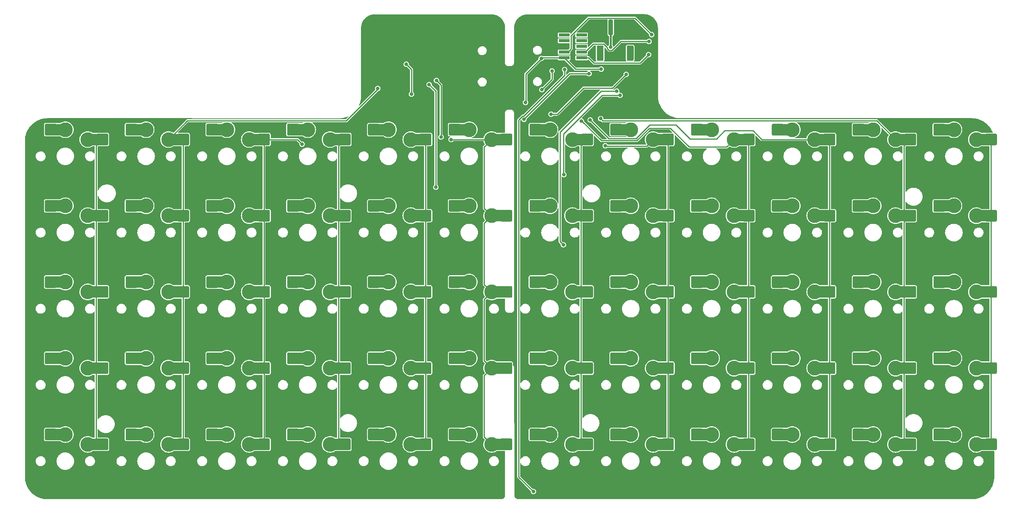
<source format=gbl>
G04 #@! TF.GenerationSoftware,KiCad,Pcbnew,7.0.9-7.0.9~ubuntu22.04.1*
G04 #@! TF.CreationDate,2023-12-21T23:36:55+01:00*
G04 #@! TF.ProjectId,basic60,62617369-6336-4302-9e6b-696361645f70,0.1*
G04 #@! TF.SameCoordinates,Original*
G04 #@! TF.FileFunction,Copper,L2,Bot*
G04 #@! TF.FilePolarity,Positive*
%FSLAX46Y46*%
G04 Gerber Fmt 4.6, Leading zero omitted, Abs format (unit mm)*
G04 Created by KiCad (PCBNEW 7.0.9-7.0.9~ubuntu22.04.1) date 2023-12-21 23:36:55*
%MOMM*%
%LPD*%
G01*
G04 APERTURE LIST*
G04 #@! TA.AperFunction,ComponentPad*
%ADD10C,3.300000*%
G04 #@! TD*
G04 #@! TA.AperFunction,SMDPad,CuDef*
%ADD11R,1.200000X2.600000*%
G04 #@! TD*
G04 #@! TA.AperFunction,SMDPad,CuDef*
%ADD12R,2.400000X0.740000*%
G04 #@! TD*
G04 #@! TA.AperFunction,ViaPad*
%ADD13C,0.800000*%
G04 #@! TD*
G04 #@! TA.AperFunction,Conductor*
%ADD14C,0.250000*%
G04 #@! TD*
G04 #@! TA.AperFunction,Conductor*
%ADD15C,0.400000*%
G04 #@! TD*
G04 APERTURE END LIST*
D10*
X110250000Y-105814466D03*
D11*
X111800000Y-105814466D03*
G04 #@! TA.AperFunction,SMDPad,CuDef*
G36*
G01*
X112170000Y-106854466D02*
X112170000Y-104774466D01*
G75*
G02*
X112430000Y-104514466I260000J0D01*
G01*
X114560000Y-104514466D01*
G75*
G02*
X114820000Y-104774466I0J-260000D01*
G01*
X114820000Y-106854466D01*
G75*
G02*
X114560000Y-107114466I-260000J0D01*
G01*
X112430000Y-107114466D01*
G75*
G02*
X112170000Y-106854466I0J260000D01*
G01*
G37*
G04 #@! TD.AperFunction*
G04 #@! TA.AperFunction,SMDPad,CuDef*
G36*
G01*
X100680000Y-104654466D02*
X100680000Y-102574466D01*
G75*
G02*
X100940000Y-102314466I260000J0D01*
G01*
X103070000Y-102314466D01*
G75*
G02*
X103330000Y-102574466I0J-260000D01*
G01*
X103330000Y-104654466D01*
G75*
G02*
X103070000Y-104914466I-260000J0D01*
G01*
X100940000Y-104914466D01*
G75*
G02*
X100680000Y-104654466I0J260000D01*
G01*
G37*
G04 #@! TD.AperFunction*
X103700000Y-103614466D03*
D10*
X105250000Y-103614466D03*
X92250000Y-105814466D03*
D11*
X93800000Y-105814466D03*
G04 #@! TA.AperFunction,SMDPad,CuDef*
G36*
G01*
X94170000Y-106854466D02*
X94170000Y-104774466D01*
G75*
G02*
X94430000Y-104514466I260000J0D01*
G01*
X96560000Y-104514466D01*
G75*
G02*
X96820000Y-104774466I0J-260000D01*
G01*
X96820000Y-106854466D01*
G75*
G02*
X96560000Y-107114466I-260000J0D01*
G01*
X94430000Y-107114466D01*
G75*
G02*
X94170000Y-106854466I0J260000D01*
G01*
G37*
G04 #@! TD.AperFunction*
G04 #@! TA.AperFunction,SMDPad,CuDef*
G36*
G01*
X82680000Y-104654466D02*
X82680000Y-102574466D01*
G75*
G02*
X82940000Y-102314466I260000J0D01*
G01*
X85070000Y-102314466D01*
G75*
G02*
X85330000Y-102574466I0J-260000D01*
G01*
X85330000Y-104654466D01*
G75*
G02*
X85070000Y-104914466I-260000J0D01*
G01*
X82940000Y-104914466D01*
G75*
G02*
X82680000Y-104654466I0J260000D01*
G01*
G37*
G04 #@! TD.AperFunction*
X85700000Y-103614466D03*
D10*
X87250000Y-103614466D03*
X74250000Y-105814466D03*
D11*
X75800000Y-105814466D03*
G04 #@! TA.AperFunction,SMDPad,CuDef*
G36*
G01*
X76170000Y-106854466D02*
X76170000Y-104774466D01*
G75*
G02*
X76430000Y-104514466I260000J0D01*
G01*
X78560000Y-104514466D01*
G75*
G02*
X78820000Y-104774466I0J-260000D01*
G01*
X78820000Y-106854466D01*
G75*
G02*
X78560000Y-107114466I-260000J0D01*
G01*
X76430000Y-107114466D01*
G75*
G02*
X76170000Y-106854466I0J260000D01*
G01*
G37*
G04 #@! TD.AperFunction*
G04 #@! TA.AperFunction,SMDPad,CuDef*
G36*
G01*
X64680000Y-104654466D02*
X64680000Y-102574466D01*
G75*
G02*
X64940000Y-102314466I260000J0D01*
G01*
X67070000Y-102314466D01*
G75*
G02*
X67330000Y-102574466I0J-260000D01*
G01*
X67330000Y-104654466D01*
G75*
G02*
X67070000Y-104914466I-260000J0D01*
G01*
X64940000Y-104914466D01*
G75*
G02*
X64680000Y-104654466I0J260000D01*
G01*
G37*
G04 #@! TD.AperFunction*
X67700000Y-103614466D03*
D10*
X69250000Y-103614466D03*
X56250000Y-105814466D03*
D11*
X57800000Y-105814466D03*
G04 #@! TA.AperFunction,SMDPad,CuDef*
G36*
G01*
X58170000Y-106854466D02*
X58170000Y-104774466D01*
G75*
G02*
X58430000Y-104514466I260000J0D01*
G01*
X60560000Y-104514466D01*
G75*
G02*
X60820000Y-104774466I0J-260000D01*
G01*
X60820000Y-106854466D01*
G75*
G02*
X60560000Y-107114466I-260000J0D01*
G01*
X58430000Y-107114466D01*
G75*
G02*
X58170000Y-106854466I0J260000D01*
G01*
G37*
G04 #@! TD.AperFunction*
G04 #@! TA.AperFunction,SMDPad,CuDef*
G36*
G01*
X46680000Y-104654466D02*
X46680000Y-102574466D01*
G75*
G02*
X46940000Y-102314466I260000J0D01*
G01*
X49070000Y-102314466D01*
G75*
G02*
X49330000Y-102574466I0J-260000D01*
G01*
X49330000Y-104654466D01*
G75*
G02*
X49070000Y-104914466I-260000J0D01*
G01*
X46940000Y-104914466D01*
G75*
G02*
X46680000Y-104654466I0J260000D01*
G01*
G37*
G04 #@! TD.AperFunction*
X49700000Y-103614466D03*
D10*
X51250000Y-103614466D03*
X254250000Y-88814466D03*
D11*
X255800000Y-88814466D03*
G04 #@! TA.AperFunction,SMDPad,CuDef*
G36*
G01*
X256170000Y-89854466D02*
X256170000Y-87774466D01*
G75*
G02*
X256430000Y-87514466I260000J0D01*
G01*
X258560000Y-87514466D01*
G75*
G02*
X258820000Y-87774466I0J-260000D01*
G01*
X258820000Y-89854466D01*
G75*
G02*
X258560000Y-90114466I-260000J0D01*
G01*
X256430000Y-90114466D01*
G75*
G02*
X256170000Y-89854466I0J260000D01*
G01*
G37*
G04 #@! TD.AperFunction*
G04 #@! TA.AperFunction,SMDPad,CuDef*
G36*
G01*
X244680000Y-87654466D02*
X244680000Y-85574466D01*
G75*
G02*
X244940000Y-85314466I260000J0D01*
G01*
X247070000Y-85314466D01*
G75*
G02*
X247330000Y-85574466I0J-260000D01*
G01*
X247330000Y-87654466D01*
G75*
G02*
X247070000Y-87914466I-260000J0D01*
G01*
X244940000Y-87914466D01*
G75*
G02*
X244680000Y-87654466I0J260000D01*
G01*
G37*
G04 #@! TD.AperFunction*
X247700000Y-86614466D03*
D10*
X249250000Y-86614466D03*
X236250000Y-88814466D03*
D11*
X237800000Y-88814466D03*
G04 #@! TA.AperFunction,SMDPad,CuDef*
G36*
G01*
X238170000Y-89854466D02*
X238170000Y-87774466D01*
G75*
G02*
X238430000Y-87514466I260000J0D01*
G01*
X240560000Y-87514466D01*
G75*
G02*
X240820000Y-87774466I0J-260000D01*
G01*
X240820000Y-89854466D01*
G75*
G02*
X240560000Y-90114466I-260000J0D01*
G01*
X238430000Y-90114466D01*
G75*
G02*
X238170000Y-89854466I0J260000D01*
G01*
G37*
G04 #@! TD.AperFunction*
G04 #@! TA.AperFunction,SMDPad,CuDef*
G36*
G01*
X226680000Y-87654466D02*
X226680000Y-85574466D01*
G75*
G02*
X226940000Y-85314466I260000J0D01*
G01*
X229070000Y-85314466D01*
G75*
G02*
X229330000Y-85574466I0J-260000D01*
G01*
X229330000Y-87654466D01*
G75*
G02*
X229070000Y-87914466I-260000J0D01*
G01*
X226940000Y-87914466D01*
G75*
G02*
X226680000Y-87654466I0J260000D01*
G01*
G37*
G04 #@! TD.AperFunction*
X229700000Y-86614466D03*
D10*
X231250000Y-86614466D03*
X218250000Y-88814466D03*
D11*
X219800000Y-88814466D03*
G04 #@! TA.AperFunction,SMDPad,CuDef*
G36*
G01*
X220170000Y-89854466D02*
X220170000Y-87774466D01*
G75*
G02*
X220430000Y-87514466I260000J0D01*
G01*
X222560000Y-87514466D01*
G75*
G02*
X222820000Y-87774466I0J-260000D01*
G01*
X222820000Y-89854466D01*
G75*
G02*
X222560000Y-90114466I-260000J0D01*
G01*
X220430000Y-90114466D01*
G75*
G02*
X220170000Y-89854466I0J260000D01*
G01*
G37*
G04 #@! TD.AperFunction*
G04 #@! TA.AperFunction,SMDPad,CuDef*
G36*
G01*
X208680000Y-87654466D02*
X208680000Y-85574466D01*
G75*
G02*
X208940000Y-85314466I260000J0D01*
G01*
X211070000Y-85314466D01*
G75*
G02*
X211330000Y-85574466I0J-260000D01*
G01*
X211330000Y-87654466D01*
G75*
G02*
X211070000Y-87914466I-260000J0D01*
G01*
X208940000Y-87914466D01*
G75*
G02*
X208680000Y-87654466I0J260000D01*
G01*
G37*
G04 #@! TD.AperFunction*
X211700000Y-86614466D03*
D10*
X213250000Y-86614466D03*
X182250000Y-88814466D03*
D11*
X183800000Y-88814466D03*
G04 #@! TA.AperFunction,SMDPad,CuDef*
G36*
G01*
X184170000Y-89854466D02*
X184170000Y-87774466D01*
G75*
G02*
X184430000Y-87514466I260000J0D01*
G01*
X186560000Y-87514466D01*
G75*
G02*
X186820000Y-87774466I0J-260000D01*
G01*
X186820000Y-89854466D01*
G75*
G02*
X186560000Y-90114466I-260000J0D01*
G01*
X184430000Y-90114466D01*
G75*
G02*
X184170000Y-89854466I0J260000D01*
G01*
G37*
G04 #@! TD.AperFunction*
G04 #@! TA.AperFunction,SMDPad,CuDef*
G36*
G01*
X172680000Y-87654466D02*
X172680000Y-85574466D01*
G75*
G02*
X172940000Y-85314466I260000J0D01*
G01*
X175070000Y-85314466D01*
G75*
G02*
X175330000Y-85574466I0J-260000D01*
G01*
X175330000Y-87654466D01*
G75*
G02*
X175070000Y-87914466I-260000J0D01*
G01*
X172940000Y-87914466D01*
G75*
G02*
X172680000Y-87654466I0J260000D01*
G01*
G37*
G04 #@! TD.AperFunction*
X175700000Y-86614466D03*
D10*
X177250000Y-86614466D03*
X164250000Y-88814466D03*
D11*
X165800000Y-88814466D03*
G04 #@! TA.AperFunction,SMDPad,CuDef*
G36*
G01*
X166170000Y-89854466D02*
X166170000Y-87774466D01*
G75*
G02*
X166430000Y-87514466I260000J0D01*
G01*
X168560000Y-87514466D01*
G75*
G02*
X168820000Y-87774466I0J-260000D01*
G01*
X168820000Y-89854466D01*
G75*
G02*
X168560000Y-90114466I-260000J0D01*
G01*
X166430000Y-90114466D01*
G75*
G02*
X166170000Y-89854466I0J260000D01*
G01*
G37*
G04 #@! TD.AperFunction*
G04 #@! TA.AperFunction,SMDPad,CuDef*
G36*
G01*
X154680000Y-87654466D02*
X154680000Y-85574466D01*
G75*
G02*
X154940000Y-85314466I260000J0D01*
G01*
X157070000Y-85314466D01*
G75*
G02*
X157330000Y-85574466I0J-260000D01*
G01*
X157330000Y-87654466D01*
G75*
G02*
X157070000Y-87914466I-260000J0D01*
G01*
X154940000Y-87914466D01*
G75*
G02*
X154680000Y-87654466I0J260000D01*
G01*
G37*
G04 #@! TD.AperFunction*
X157700000Y-86614466D03*
D10*
X159250000Y-86614466D03*
X146250000Y-88814466D03*
D11*
X147800000Y-88814466D03*
G04 #@! TA.AperFunction,SMDPad,CuDef*
G36*
G01*
X148170000Y-89854466D02*
X148170000Y-87774466D01*
G75*
G02*
X148430000Y-87514466I260000J0D01*
G01*
X150560000Y-87514466D01*
G75*
G02*
X150820000Y-87774466I0J-260000D01*
G01*
X150820000Y-89854466D01*
G75*
G02*
X150560000Y-90114466I-260000J0D01*
G01*
X148430000Y-90114466D01*
G75*
G02*
X148170000Y-89854466I0J260000D01*
G01*
G37*
G04 #@! TD.AperFunction*
G04 #@! TA.AperFunction,SMDPad,CuDef*
G36*
G01*
X136680000Y-87654466D02*
X136680000Y-85574466D01*
G75*
G02*
X136940000Y-85314466I260000J0D01*
G01*
X139070000Y-85314466D01*
G75*
G02*
X139330000Y-85574466I0J-260000D01*
G01*
X139330000Y-87654466D01*
G75*
G02*
X139070000Y-87914466I-260000J0D01*
G01*
X136940000Y-87914466D01*
G75*
G02*
X136680000Y-87654466I0J260000D01*
G01*
G37*
G04 #@! TD.AperFunction*
X139700000Y-86614466D03*
D10*
X141250000Y-86614466D03*
X164250000Y-71814466D03*
D11*
X165800000Y-71814466D03*
G04 #@! TA.AperFunction,SMDPad,CuDef*
G36*
G01*
X166170000Y-72854466D02*
X166170000Y-70774466D01*
G75*
G02*
X166430000Y-70514466I260000J0D01*
G01*
X168560000Y-70514466D01*
G75*
G02*
X168820000Y-70774466I0J-260000D01*
G01*
X168820000Y-72854466D01*
G75*
G02*
X168560000Y-73114466I-260000J0D01*
G01*
X166430000Y-73114466D01*
G75*
G02*
X166170000Y-72854466I0J260000D01*
G01*
G37*
G04 #@! TD.AperFunction*
G04 #@! TA.AperFunction,SMDPad,CuDef*
G36*
G01*
X154680000Y-70654466D02*
X154680000Y-68574466D01*
G75*
G02*
X154940000Y-68314466I260000J0D01*
G01*
X157070000Y-68314466D01*
G75*
G02*
X157330000Y-68574466I0J-260000D01*
G01*
X157330000Y-70654466D01*
G75*
G02*
X157070000Y-70914466I-260000J0D01*
G01*
X154940000Y-70914466D01*
G75*
G02*
X154680000Y-70654466I0J260000D01*
G01*
G37*
G04 #@! TD.AperFunction*
X157700000Y-69614466D03*
D10*
X159250000Y-69614466D03*
X200250000Y-88814466D03*
D11*
X201800000Y-88814466D03*
G04 #@! TA.AperFunction,SMDPad,CuDef*
G36*
G01*
X202170000Y-89854466D02*
X202170000Y-87774466D01*
G75*
G02*
X202430000Y-87514466I260000J0D01*
G01*
X204560000Y-87514466D01*
G75*
G02*
X204820000Y-87774466I0J-260000D01*
G01*
X204820000Y-89854466D01*
G75*
G02*
X204560000Y-90114466I-260000J0D01*
G01*
X202430000Y-90114466D01*
G75*
G02*
X202170000Y-89854466I0J260000D01*
G01*
G37*
G04 #@! TD.AperFunction*
G04 #@! TA.AperFunction,SMDPad,CuDef*
G36*
G01*
X190680000Y-87654466D02*
X190680000Y-85574466D01*
G75*
G02*
X190940000Y-85314466I260000J0D01*
G01*
X193070000Y-85314466D01*
G75*
G02*
X193330000Y-85574466I0J-260000D01*
G01*
X193330000Y-87654466D01*
G75*
G02*
X193070000Y-87914466I-260000J0D01*
G01*
X190940000Y-87914466D01*
G75*
G02*
X190680000Y-87654466I0J260000D01*
G01*
G37*
G04 #@! TD.AperFunction*
X193700000Y-86614466D03*
D10*
X195250000Y-86614466D03*
X128250000Y-88814466D03*
D11*
X129800000Y-88814466D03*
G04 #@! TA.AperFunction,SMDPad,CuDef*
G36*
G01*
X130170000Y-89854466D02*
X130170000Y-87774466D01*
G75*
G02*
X130430000Y-87514466I260000J0D01*
G01*
X132560000Y-87514466D01*
G75*
G02*
X132820000Y-87774466I0J-260000D01*
G01*
X132820000Y-89854466D01*
G75*
G02*
X132560000Y-90114466I-260000J0D01*
G01*
X130430000Y-90114466D01*
G75*
G02*
X130170000Y-89854466I0J260000D01*
G01*
G37*
G04 #@! TD.AperFunction*
G04 #@! TA.AperFunction,SMDPad,CuDef*
G36*
G01*
X118680000Y-87654466D02*
X118680000Y-85574466D01*
G75*
G02*
X118940000Y-85314466I260000J0D01*
G01*
X121070000Y-85314466D01*
G75*
G02*
X121330000Y-85574466I0J-260000D01*
G01*
X121330000Y-87654466D01*
G75*
G02*
X121070000Y-87914466I-260000J0D01*
G01*
X118940000Y-87914466D01*
G75*
G02*
X118680000Y-87654466I0J260000D01*
G01*
G37*
G04 #@! TD.AperFunction*
X121700000Y-86614466D03*
D10*
X123250000Y-86614466D03*
X110250000Y-88814466D03*
D11*
X111800000Y-88814466D03*
G04 #@! TA.AperFunction,SMDPad,CuDef*
G36*
G01*
X112170000Y-89854466D02*
X112170000Y-87774466D01*
G75*
G02*
X112430000Y-87514466I260000J0D01*
G01*
X114560000Y-87514466D01*
G75*
G02*
X114820000Y-87774466I0J-260000D01*
G01*
X114820000Y-89854466D01*
G75*
G02*
X114560000Y-90114466I-260000J0D01*
G01*
X112430000Y-90114466D01*
G75*
G02*
X112170000Y-89854466I0J260000D01*
G01*
G37*
G04 #@! TD.AperFunction*
G04 #@! TA.AperFunction,SMDPad,CuDef*
G36*
G01*
X100680000Y-87654466D02*
X100680000Y-85574466D01*
G75*
G02*
X100940000Y-85314466I260000J0D01*
G01*
X103070000Y-85314466D01*
G75*
G02*
X103330000Y-85574466I0J-260000D01*
G01*
X103330000Y-87654466D01*
G75*
G02*
X103070000Y-87914466I-260000J0D01*
G01*
X100940000Y-87914466D01*
G75*
G02*
X100680000Y-87654466I0J260000D01*
G01*
G37*
G04 #@! TD.AperFunction*
X103700000Y-86614466D03*
D10*
X105250000Y-86614466D03*
X92250000Y-88814466D03*
D11*
X93800000Y-88814466D03*
G04 #@! TA.AperFunction,SMDPad,CuDef*
G36*
G01*
X94170000Y-89854466D02*
X94170000Y-87774466D01*
G75*
G02*
X94430000Y-87514466I260000J0D01*
G01*
X96560000Y-87514466D01*
G75*
G02*
X96820000Y-87774466I0J-260000D01*
G01*
X96820000Y-89854466D01*
G75*
G02*
X96560000Y-90114466I-260000J0D01*
G01*
X94430000Y-90114466D01*
G75*
G02*
X94170000Y-89854466I0J260000D01*
G01*
G37*
G04 #@! TD.AperFunction*
G04 #@! TA.AperFunction,SMDPad,CuDef*
G36*
G01*
X82680000Y-87654466D02*
X82680000Y-85574466D01*
G75*
G02*
X82940000Y-85314466I260000J0D01*
G01*
X85070000Y-85314466D01*
G75*
G02*
X85330000Y-85574466I0J-260000D01*
G01*
X85330000Y-87654466D01*
G75*
G02*
X85070000Y-87914466I-260000J0D01*
G01*
X82940000Y-87914466D01*
G75*
G02*
X82680000Y-87654466I0J260000D01*
G01*
G37*
G04 #@! TD.AperFunction*
X85700000Y-86614466D03*
D10*
X87250000Y-86614466D03*
X74250000Y-88814466D03*
D11*
X75800000Y-88814466D03*
G04 #@! TA.AperFunction,SMDPad,CuDef*
G36*
G01*
X76170000Y-89854466D02*
X76170000Y-87774466D01*
G75*
G02*
X76430000Y-87514466I260000J0D01*
G01*
X78560000Y-87514466D01*
G75*
G02*
X78820000Y-87774466I0J-260000D01*
G01*
X78820000Y-89854466D01*
G75*
G02*
X78560000Y-90114466I-260000J0D01*
G01*
X76430000Y-90114466D01*
G75*
G02*
X76170000Y-89854466I0J260000D01*
G01*
G37*
G04 #@! TD.AperFunction*
G04 #@! TA.AperFunction,SMDPad,CuDef*
G36*
G01*
X64680000Y-87654466D02*
X64680000Y-85574466D01*
G75*
G02*
X64940000Y-85314466I260000J0D01*
G01*
X67070000Y-85314466D01*
G75*
G02*
X67330000Y-85574466I0J-260000D01*
G01*
X67330000Y-87654466D01*
G75*
G02*
X67070000Y-87914466I-260000J0D01*
G01*
X64940000Y-87914466D01*
G75*
G02*
X64680000Y-87654466I0J260000D01*
G01*
G37*
G04 #@! TD.AperFunction*
X67700000Y-86614466D03*
D10*
X69250000Y-86614466D03*
X56250000Y-88814466D03*
D11*
X57800000Y-88814466D03*
G04 #@! TA.AperFunction,SMDPad,CuDef*
G36*
G01*
X58170000Y-89854466D02*
X58170000Y-87774466D01*
G75*
G02*
X58430000Y-87514466I260000J0D01*
G01*
X60560000Y-87514466D01*
G75*
G02*
X60820000Y-87774466I0J-260000D01*
G01*
X60820000Y-89854466D01*
G75*
G02*
X60560000Y-90114466I-260000J0D01*
G01*
X58430000Y-90114466D01*
G75*
G02*
X58170000Y-89854466I0J260000D01*
G01*
G37*
G04 #@! TD.AperFunction*
G04 #@! TA.AperFunction,SMDPad,CuDef*
G36*
G01*
X46680000Y-87654466D02*
X46680000Y-85574466D01*
G75*
G02*
X46940000Y-85314466I260000J0D01*
G01*
X49070000Y-85314466D01*
G75*
G02*
X49330000Y-85574466I0J-260000D01*
G01*
X49330000Y-87654466D01*
G75*
G02*
X49070000Y-87914466I-260000J0D01*
G01*
X46940000Y-87914466D01*
G75*
G02*
X46680000Y-87654466I0J260000D01*
G01*
G37*
G04 #@! TD.AperFunction*
X49700000Y-86614466D03*
D10*
X51250000Y-86614466D03*
X254250000Y-71814466D03*
D11*
X255800000Y-71814466D03*
G04 #@! TA.AperFunction,SMDPad,CuDef*
G36*
G01*
X256170000Y-72854466D02*
X256170000Y-70774466D01*
G75*
G02*
X256430000Y-70514466I260000J0D01*
G01*
X258560000Y-70514466D01*
G75*
G02*
X258820000Y-70774466I0J-260000D01*
G01*
X258820000Y-72854466D01*
G75*
G02*
X258560000Y-73114466I-260000J0D01*
G01*
X256430000Y-73114466D01*
G75*
G02*
X256170000Y-72854466I0J260000D01*
G01*
G37*
G04 #@! TD.AperFunction*
G04 #@! TA.AperFunction,SMDPad,CuDef*
G36*
G01*
X244680000Y-70654466D02*
X244680000Y-68574466D01*
G75*
G02*
X244940000Y-68314466I260000J0D01*
G01*
X247070000Y-68314466D01*
G75*
G02*
X247330000Y-68574466I0J-260000D01*
G01*
X247330000Y-70654466D01*
G75*
G02*
X247070000Y-70914466I-260000J0D01*
G01*
X244940000Y-70914466D01*
G75*
G02*
X244680000Y-70654466I0J260000D01*
G01*
G37*
G04 #@! TD.AperFunction*
X247700000Y-69614466D03*
D10*
X249250000Y-69614466D03*
X128250000Y-122814466D03*
D11*
X129800000Y-122814466D03*
G04 #@! TA.AperFunction,SMDPad,CuDef*
G36*
G01*
X130170000Y-123854466D02*
X130170000Y-121774466D01*
G75*
G02*
X130430000Y-121514466I260000J0D01*
G01*
X132560000Y-121514466D01*
G75*
G02*
X132820000Y-121774466I0J-260000D01*
G01*
X132820000Y-123854466D01*
G75*
G02*
X132560000Y-124114466I-260000J0D01*
G01*
X130430000Y-124114466D01*
G75*
G02*
X130170000Y-123854466I0J260000D01*
G01*
G37*
G04 #@! TD.AperFunction*
G04 #@! TA.AperFunction,SMDPad,CuDef*
G36*
G01*
X118680000Y-121654466D02*
X118680000Y-119574466D01*
G75*
G02*
X118940000Y-119314466I260000J0D01*
G01*
X121070000Y-119314466D01*
G75*
G02*
X121330000Y-119574466I0J-260000D01*
G01*
X121330000Y-121654466D01*
G75*
G02*
X121070000Y-121914466I-260000J0D01*
G01*
X118940000Y-121914466D01*
G75*
G02*
X118680000Y-121654466I0J260000D01*
G01*
G37*
G04 #@! TD.AperFunction*
X121700000Y-120614466D03*
D10*
X123250000Y-120614466D03*
X236250000Y-71814466D03*
D11*
X237800000Y-71814466D03*
G04 #@! TA.AperFunction,SMDPad,CuDef*
G36*
G01*
X238170000Y-72854466D02*
X238170000Y-70774466D01*
G75*
G02*
X238430000Y-70514466I260000J0D01*
G01*
X240560000Y-70514466D01*
G75*
G02*
X240820000Y-70774466I0J-260000D01*
G01*
X240820000Y-72854466D01*
G75*
G02*
X240560000Y-73114466I-260000J0D01*
G01*
X238430000Y-73114466D01*
G75*
G02*
X238170000Y-72854466I0J260000D01*
G01*
G37*
G04 #@! TD.AperFunction*
G04 #@! TA.AperFunction,SMDPad,CuDef*
G36*
G01*
X226680000Y-70654466D02*
X226680000Y-68574466D01*
G75*
G02*
X226940000Y-68314466I260000J0D01*
G01*
X229070000Y-68314466D01*
G75*
G02*
X229330000Y-68574466I0J-260000D01*
G01*
X229330000Y-70654466D01*
G75*
G02*
X229070000Y-70914466I-260000J0D01*
G01*
X226940000Y-70914466D01*
G75*
G02*
X226680000Y-70654466I0J260000D01*
G01*
G37*
G04 #@! TD.AperFunction*
X229700000Y-69614466D03*
D10*
X231250000Y-69614466D03*
X56250000Y-71814466D03*
D11*
X57800000Y-71814466D03*
G04 #@! TA.AperFunction,SMDPad,CuDef*
G36*
G01*
X58170000Y-72854466D02*
X58170000Y-70774466D01*
G75*
G02*
X58430000Y-70514466I260000J0D01*
G01*
X60560000Y-70514466D01*
G75*
G02*
X60820000Y-70774466I0J-260000D01*
G01*
X60820000Y-72854466D01*
G75*
G02*
X60560000Y-73114466I-260000J0D01*
G01*
X58430000Y-73114466D01*
G75*
G02*
X58170000Y-72854466I0J260000D01*
G01*
G37*
G04 #@! TD.AperFunction*
G04 #@! TA.AperFunction,SMDPad,CuDef*
G36*
G01*
X46680000Y-70654466D02*
X46680000Y-68574466D01*
G75*
G02*
X46940000Y-68314466I260000J0D01*
G01*
X49070000Y-68314466D01*
G75*
G02*
X49330000Y-68574466I0J-260000D01*
G01*
X49330000Y-70654466D01*
G75*
G02*
X49070000Y-70914466I-260000J0D01*
G01*
X46940000Y-70914466D01*
G75*
G02*
X46680000Y-70654466I0J260000D01*
G01*
G37*
G04 #@! TD.AperFunction*
X49700000Y-69614466D03*
D10*
X51250000Y-69614466D03*
X128250000Y-71814466D03*
D11*
X129800000Y-71814466D03*
G04 #@! TA.AperFunction,SMDPad,CuDef*
G36*
G01*
X130170000Y-72854466D02*
X130170000Y-70774466D01*
G75*
G02*
X130430000Y-70514466I260000J0D01*
G01*
X132560000Y-70514466D01*
G75*
G02*
X132820000Y-70774466I0J-260000D01*
G01*
X132820000Y-72854466D01*
G75*
G02*
X132560000Y-73114466I-260000J0D01*
G01*
X130430000Y-73114466D01*
G75*
G02*
X130170000Y-72854466I0J260000D01*
G01*
G37*
G04 #@! TD.AperFunction*
G04 #@! TA.AperFunction,SMDPad,CuDef*
G36*
G01*
X118680000Y-70654466D02*
X118680000Y-68574466D01*
G75*
G02*
X118940000Y-68314466I260000J0D01*
G01*
X121070000Y-68314466D01*
G75*
G02*
X121330000Y-68574466I0J-260000D01*
G01*
X121330000Y-70654466D01*
G75*
G02*
X121070000Y-70914466I-260000J0D01*
G01*
X118940000Y-70914466D01*
G75*
G02*
X118680000Y-70654466I0J260000D01*
G01*
G37*
G04 #@! TD.AperFunction*
X121700000Y-69614466D03*
D10*
X123250000Y-69614466D03*
X110250000Y-71814466D03*
D11*
X111800000Y-71814466D03*
G04 #@! TA.AperFunction,SMDPad,CuDef*
G36*
G01*
X112170000Y-72854466D02*
X112170000Y-70774466D01*
G75*
G02*
X112430000Y-70514466I260000J0D01*
G01*
X114560000Y-70514466D01*
G75*
G02*
X114820000Y-70774466I0J-260000D01*
G01*
X114820000Y-72854466D01*
G75*
G02*
X114560000Y-73114466I-260000J0D01*
G01*
X112430000Y-73114466D01*
G75*
G02*
X112170000Y-72854466I0J260000D01*
G01*
G37*
G04 #@! TD.AperFunction*
G04 #@! TA.AperFunction,SMDPad,CuDef*
G36*
G01*
X100680000Y-70654466D02*
X100680000Y-68574466D01*
G75*
G02*
X100940000Y-68314466I260000J0D01*
G01*
X103070000Y-68314466D01*
G75*
G02*
X103330000Y-68574466I0J-260000D01*
G01*
X103330000Y-70654466D01*
G75*
G02*
X103070000Y-70914466I-260000J0D01*
G01*
X100940000Y-70914466D01*
G75*
G02*
X100680000Y-70654466I0J260000D01*
G01*
G37*
G04 #@! TD.AperFunction*
X103700000Y-69614466D03*
D10*
X105250000Y-69614466D03*
X182250000Y-71814466D03*
D11*
X183800000Y-71814466D03*
G04 #@! TA.AperFunction,SMDPad,CuDef*
G36*
G01*
X184170000Y-72854466D02*
X184170000Y-70774466D01*
G75*
G02*
X184430000Y-70514466I260000J0D01*
G01*
X186560000Y-70514466D01*
G75*
G02*
X186820000Y-70774466I0J-260000D01*
G01*
X186820000Y-72854466D01*
G75*
G02*
X186560000Y-73114466I-260000J0D01*
G01*
X184430000Y-73114466D01*
G75*
G02*
X184170000Y-72854466I0J260000D01*
G01*
G37*
G04 #@! TD.AperFunction*
G04 #@! TA.AperFunction,SMDPad,CuDef*
G36*
G01*
X172680000Y-70654466D02*
X172680000Y-68574466D01*
G75*
G02*
X172940000Y-68314466I260000J0D01*
G01*
X175070000Y-68314466D01*
G75*
G02*
X175330000Y-68574466I0J-260000D01*
G01*
X175330000Y-70654466D01*
G75*
G02*
X175070000Y-70914466I-260000J0D01*
G01*
X172940000Y-70914466D01*
G75*
G02*
X172680000Y-70654466I0J260000D01*
G01*
G37*
G04 #@! TD.AperFunction*
X175700000Y-69614466D03*
D10*
X177250000Y-69614466D03*
X164250000Y-105814466D03*
D11*
X165800000Y-105814466D03*
G04 #@! TA.AperFunction,SMDPad,CuDef*
G36*
G01*
X166170000Y-106854466D02*
X166170000Y-104774466D01*
G75*
G02*
X166430000Y-104514466I260000J0D01*
G01*
X168560000Y-104514466D01*
G75*
G02*
X168820000Y-104774466I0J-260000D01*
G01*
X168820000Y-106854466D01*
G75*
G02*
X168560000Y-107114466I-260000J0D01*
G01*
X166430000Y-107114466D01*
G75*
G02*
X166170000Y-106854466I0J260000D01*
G01*
G37*
G04 #@! TD.AperFunction*
G04 #@! TA.AperFunction,SMDPad,CuDef*
G36*
G01*
X154680000Y-104654466D02*
X154680000Y-102574466D01*
G75*
G02*
X154940000Y-102314466I260000J0D01*
G01*
X157070000Y-102314466D01*
G75*
G02*
X157330000Y-102574466I0J-260000D01*
G01*
X157330000Y-104654466D01*
G75*
G02*
X157070000Y-104914466I-260000J0D01*
G01*
X154940000Y-104914466D01*
G75*
G02*
X154680000Y-104654466I0J260000D01*
G01*
G37*
G04 #@! TD.AperFunction*
X157700000Y-103614466D03*
D10*
X159250000Y-103614466D03*
X74250000Y-71814466D03*
D11*
X75800000Y-71814466D03*
G04 #@! TA.AperFunction,SMDPad,CuDef*
G36*
G01*
X76170000Y-72854466D02*
X76170000Y-70774466D01*
G75*
G02*
X76430000Y-70514466I260000J0D01*
G01*
X78560000Y-70514466D01*
G75*
G02*
X78820000Y-70774466I0J-260000D01*
G01*
X78820000Y-72854466D01*
G75*
G02*
X78560000Y-73114466I-260000J0D01*
G01*
X76430000Y-73114466D01*
G75*
G02*
X76170000Y-72854466I0J260000D01*
G01*
G37*
G04 #@! TD.AperFunction*
G04 #@! TA.AperFunction,SMDPad,CuDef*
G36*
G01*
X64680000Y-70654466D02*
X64680000Y-68574466D01*
G75*
G02*
X64940000Y-68314466I260000J0D01*
G01*
X67070000Y-68314466D01*
G75*
G02*
X67330000Y-68574466I0J-260000D01*
G01*
X67330000Y-70654466D01*
G75*
G02*
X67070000Y-70914466I-260000J0D01*
G01*
X64940000Y-70914466D01*
G75*
G02*
X64680000Y-70654466I0J260000D01*
G01*
G37*
G04 #@! TD.AperFunction*
X67700000Y-69614466D03*
D10*
X69250000Y-69614466D03*
X218250000Y-71814466D03*
D11*
X219800000Y-71814466D03*
G04 #@! TA.AperFunction,SMDPad,CuDef*
G36*
G01*
X220170000Y-72854466D02*
X220170000Y-70774466D01*
G75*
G02*
X220430000Y-70514466I260000J0D01*
G01*
X222560000Y-70514466D01*
G75*
G02*
X222820000Y-70774466I0J-260000D01*
G01*
X222820000Y-72854466D01*
G75*
G02*
X222560000Y-73114466I-260000J0D01*
G01*
X220430000Y-73114466D01*
G75*
G02*
X220170000Y-72854466I0J260000D01*
G01*
G37*
G04 #@! TD.AperFunction*
G04 #@! TA.AperFunction,SMDPad,CuDef*
G36*
G01*
X208680000Y-70654466D02*
X208680000Y-68574466D01*
G75*
G02*
X208940000Y-68314466I260000J0D01*
G01*
X211070000Y-68314466D01*
G75*
G02*
X211330000Y-68574466I0J-260000D01*
G01*
X211330000Y-70654466D01*
G75*
G02*
X211070000Y-70914466I-260000J0D01*
G01*
X208940000Y-70914466D01*
G75*
G02*
X208680000Y-70654466I0J260000D01*
G01*
G37*
G04 #@! TD.AperFunction*
X211700000Y-69614466D03*
D10*
X213250000Y-69614466D03*
X200250000Y-71814466D03*
D11*
X201800000Y-71814466D03*
G04 #@! TA.AperFunction,SMDPad,CuDef*
G36*
G01*
X202170000Y-72854466D02*
X202170000Y-70774466D01*
G75*
G02*
X202430000Y-70514466I260000J0D01*
G01*
X204560000Y-70514466D01*
G75*
G02*
X204820000Y-70774466I0J-260000D01*
G01*
X204820000Y-72854466D01*
G75*
G02*
X204560000Y-73114466I-260000J0D01*
G01*
X202430000Y-73114466D01*
G75*
G02*
X202170000Y-72854466I0J260000D01*
G01*
G37*
G04 #@! TD.AperFunction*
G04 #@! TA.AperFunction,SMDPad,CuDef*
G36*
G01*
X190680000Y-70654466D02*
X190680000Y-68574466D01*
G75*
G02*
X190940000Y-68314466I260000J0D01*
G01*
X193070000Y-68314466D01*
G75*
G02*
X193330000Y-68574466I0J-260000D01*
G01*
X193330000Y-70654466D01*
G75*
G02*
X193070000Y-70914466I-260000J0D01*
G01*
X190940000Y-70914466D01*
G75*
G02*
X190680000Y-70654466I0J260000D01*
G01*
G37*
G04 #@! TD.AperFunction*
X193700000Y-69614466D03*
D10*
X195250000Y-69614466D03*
X254250000Y-105814466D03*
D11*
X255800000Y-105814466D03*
G04 #@! TA.AperFunction,SMDPad,CuDef*
G36*
G01*
X256170000Y-106854466D02*
X256170000Y-104774466D01*
G75*
G02*
X256430000Y-104514466I260000J0D01*
G01*
X258560000Y-104514466D01*
G75*
G02*
X258820000Y-104774466I0J-260000D01*
G01*
X258820000Y-106854466D01*
G75*
G02*
X258560000Y-107114466I-260000J0D01*
G01*
X256430000Y-107114466D01*
G75*
G02*
X256170000Y-106854466I0J260000D01*
G01*
G37*
G04 #@! TD.AperFunction*
G04 #@! TA.AperFunction,SMDPad,CuDef*
G36*
G01*
X244680000Y-104654466D02*
X244680000Y-102574466D01*
G75*
G02*
X244940000Y-102314466I260000J0D01*
G01*
X247070000Y-102314466D01*
G75*
G02*
X247330000Y-102574466I0J-260000D01*
G01*
X247330000Y-104654466D01*
G75*
G02*
X247070000Y-104914466I-260000J0D01*
G01*
X244940000Y-104914466D01*
G75*
G02*
X244680000Y-104654466I0J260000D01*
G01*
G37*
G04 #@! TD.AperFunction*
X247700000Y-103614466D03*
D10*
X249250000Y-103614466D03*
X236250000Y-105814466D03*
D11*
X237800000Y-105814466D03*
G04 #@! TA.AperFunction,SMDPad,CuDef*
G36*
G01*
X238170000Y-106854466D02*
X238170000Y-104774466D01*
G75*
G02*
X238430000Y-104514466I260000J0D01*
G01*
X240560000Y-104514466D01*
G75*
G02*
X240820000Y-104774466I0J-260000D01*
G01*
X240820000Y-106854466D01*
G75*
G02*
X240560000Y-107114466I-260000J0D01*
G01*
X238430000Y-107114466D01*
G75*
G02*
X238170000Y-106854466I0J260000D01*
G01*
G37*
G04 #@! TD.AperFunction*
G04 #@! TA.AperFunction,SMDPad,CuDef*
G36*
G01*
X226680000Y-104654466D02*
X226680000Y-102574466D01*
G75*
G02*
X226940000Y-102314466I260000J0D01*
G01*
X229070000Y-102314466D01*
G75*
G02*
X229330000Y-102574466I0J-260000D01*
G01*
X229330000Y-104654466D01*
G75*
G02*
X229070000Y-104914466I-260000J0D01*
G01*
X226940000Y-104914466D01*
G75*
G02*
X226680000Y-104654466I0J260000D01*
G01*
G37*
G04 #@! TD.AperFunction*
X229700000Y-103614466D03*
D10*
X231250000Y-103614466D03*
X218250000Y-105814466D03*
D11*
X219800000Y-105814466D03*
G04 #@! TA.AperFunction,SMDPad,CuDef*
G36*
G01*
X220170000Y-106854466D02*
X220170000Y-104774466D01*
G75*
G02*
X220430000Y-104514466I260000J0D01*
G01*
X222560000Y-104514466D01*
G75*
G02*
X222820000Y-104774466I0J-260000D01*
G01*
X222820000Y-106854466D01*
G75*
G02*
X222560000Y-107114466I-260000J0D01*
G01*
X220430000Y-107114466D01*
G75*
G02*
X220170000Y-106854466I0J260000D01*
G01*
G37*
G04 #@! TD.AperFunction*
G04 #@! TA.AperFunction,SMDPad,CuDef*
G36*
G01*
X208680000Y-104654466D02*
X208680000Y-102574466D01*
G75*
G02*
X208940000Y-102314466I260000J0D01*
G01*
X211070000Y-102314466D01*
G75*
G02*
X211330000Y-102574466I0J-260000D01*
G01*
X211330000Y-104654466D01*
G75*
G02*
X211070000Y-104914466I-260000J0D01*
G01*
X208940000Y-104914466D01*
G75*
G02*
X208680000Y-104654466I0J260000D01*
G01*
G37*
G04 #@! TD.AperFunction*
X211700000Y-103614466D03*
D10*
X213250000Y-103614466D03*
X200250000Y-105814466D03*
D11*
X201800000Y-105814466D03*
G04 #@! TA.AperFunction,SMDPad,CuDef*
G36*
G01*
X202170000Y-106854466D02*
X202170000Y-104774466D01*
G75*
G02*
X202430000Y-104514466I260000J0D01*
G01*
X204560000Y-104514466D01*
G75*
G02*
X204820000Y-104774466I0J-260000D01*
G01*
X204820000Y-106854466D01*
G75*
G02*
X204560000Y-107114466I-260000J0D01*
G01*
X202430000Y-107114466D01*
G75*
G02*
X202170000Y-106854466I0J260000D01*
G01*
G37*
G04 #@! TD.AperFunction*
G04 #@! TA.AperFunction,SMDPad,CuDef*
G36*
G01*
X190680000Y-104654466D02*
X190680000Y-102574466D01*
G75*
G02*
X190940000Y-102314466I260000J0D01*
G01*
X193070000Y-102314466D01*
G75*
G02*
X193330000Y-102574466I0J-260000D01*
G01*
X193330000Y-104654466D01*
G75*
G02*
X193070000Y-104914466I-260000J0D01*
G01*
X190940000Y-104914466D01*
G75*
G02*
X190680000Y-104654466I0J260000D01*
G01*
G37*
G04 #@! TD.AperFunction*
X193700000Y-103614466D03*
D10*
X195250000Y-103614466D03*
X182250000Y-105814466D03*
D11*
X183800000Y-105814466D03*
G04 #@! TA.AperFunction,SMDPad,CuDef*
G36*
G01*
X184170000Y-106854466D02*
X184170000Y-104774466D01*
G75*
G02*
X184430000Y-104514466I260000J0D01*
G01*
X186560000Y-104514466D01*
G75*
G02*
X186820000Y-104774466I0J-260000D01*
G01*
X186820000Y-106854466D01*
G75*
G02*
X186560000Y-107114466I-260000J0D01*
G01*
X184430000Y-107114466D01*
G75*
G02*
X184170000Y-106854466I0J260000D01*
G01*
G37*
G04 #@! TD.AperFunction*
G04 #@! TA.AperFunction,SMDPad,CuDef*
G36*
G01*
X172680000Y-104654466D02*
X172680000Y-102574466D01*
G75*
G02*
X172940000Y-102314466I260000J0D01*
G01*
X175070000Y-102314466D01*
G75*
G02*
X175330000Y-102574466I0J-260000D01*
G01*
X175330000Y-104654466D01*
G75*
G02*
X175070000Y-104914466I-260000J0D01*
G01*
X172940000Y-104914466D01*
G75*
G02*
X172680000Y-104654466I0J260000D01*
G01*
G37*
G04 #@! TD.AperFunction*
X175700000Y-103614466D03*
D10*
X177250000Y-103614466D03*
X146250000Y-105814466D03*
D11*
X147800000Y-105814466D03*
G04 #@! TA.AperFunction,SMDPad,CuDef*
G36*
G01*
X148170000Y-106854466D02*
X148170000Y-104774466D01*
G75*
G02*
X148430000Y-104514466I260000J0D01*
G01*
X150560000Y-104514466D01*
G75*
G02*
X150820000Y-104774466I0J-260000D01*
G01*
X150820000Y-106854466D01*
G75*
G02*
X150560000Y-107114466I-260000J0D01*
G01*
X148430000Y-107114466D01*
G75*
G02*
X148170000Y-106854466I0J260000D01*
G01*
G37*
G04 #@! TD.AperFunction*
G04 #@! TA.AperFunction,SMDPad,CuDef*
G36*
G01*
X136680000Y-104654466D02*
X136680000Y-102574466D01*
G75*
G02*
X136940000Y-102314466I260000J0D01*
G01*
X139070000Y-102314466D01*
G75*
G02*
X139330000Y-102574466I0J-260000D01*
G01*
X139330000Y-104654466D01*
G75*
G02*
X139070000Y-104914466I-260000J0D01*
G01*
X136940000Y-104914466D01*
G75*
G02*
X136680000Y-104654466I0J260000D01*
G01*
G37*
G04 #@! TD.AperFunction*
X139700000Y-103614466D03*
D10*
X141250000Y-103614466D03*
X128250000Y-105814466D03*
D11*
X129800000Y-105814466D03*
G04 #@! TA.AperFunction,SMDPad,CuDef*
G36*
G01*
X130170000Y-106854466D02*
X130170000Y-104774466D01*
G75*
G02*
X130430000Y-104514466I260000J0D01*
G01*
X132560000Y-104514466D01*
G75*
G02*
X132820000Y-104774466I0J-260000D01*
G01*
X132820000Y-106854466D01*
G75*
G02*
X132560000Y-107114466I-260000J0D01*
G01*
X130430000Y-107114466D01*
G75*
G02*
X130170000Y-106854466I0J260000D01*
G01*
G37*
G04 #@! TD.AperFunction*
G04 #@! TA.AperFunction,SMDPad,CuDef*
G36*
G01*
X118680000Y-104654466D02*
X118680000Y-102574466D01*
G75*
G02*
X118940000Y-102314466I260000J0D01*
G01*
X121070000Y-102314466D01*
G75*
G02*
X121330000Y-102574466I0J-260000D01*
G01*
X121330000Y-104654466D01*
G75*
G02*
X121070000Y-104914466I-260000J0D01*
G01*
X118940000Y-104914466D01*
G75*
G02*
X118680000Y-104654466I0J260000D01*
G01*
G37*
G04 #@! TD.AperFunction*
X121700000Y-103614466D03*
D10*
X123250000Y-103614466D03*
X92250000Y-71814466D03*
D11*
X93800000Y-71814466D03*
G04 #@! TA.AperFunction,SMDPad,CuDef*
G36*
G01*
X94170000Y-72854466D02*
X94170000Y-70774466D01*
G75*
G02*
X94430000Y-70514466I260000J0D01*
G01*
X96560000Y-70514466D01*
G75*
G02*
X96820000Y-70774466I0J-260000D01*
G01*
X96820000Y-72854466D01*
G75*
G02*
X96560000Y-73114466I-260000J0D01*
G01*
X94430000Y-73114466D01*
G75*
G02*
X94170000Y-72854466I0J260000D01*
G01*
G37*
G04 #@! TD.AperFunction*
G04 #@! TA.AperFunction,SMDPad,CuDef*
G36*
G01*
X82680000Y-70654466D02*
X82680000Y-68574466D01*
G75*
G02*
X82940000Y-68314466I260000J0D01*
G01*
X85070000Y-68314466D01*
G75*
G02*
X85330000Y-68574466I0J-260000D01*
G01*
X85330000Y-70654466D01*
G75*
G02*
X85070000Y-70914466I-260000J0D01*
G01*
X82940000Y-70914466D01*
G75*
G02*
X82680000Y-70654466I0J260000D01*
G01*
G37*
G04 #@! TD.AperFunction*
X85700000Y-69614466D03*
D10*
X87250000Y-69614466D03*
X146250000Y-71814466D03*
D11*
X147800000Y-71814466D03*
G04 #@! TA.AperFunction,SMDPad,CuDef*
G36*
G01*
X148170000Y-72854466D02*
X148170000Y-70774466D01*
G75*
G02*
X148430000Y-70514466I260000J0D01*
G01*
X150560000Y-70514466D01*
G75*
G02*
X150820000Y-70774466I0J-260000D01*
G01*
X150820000Y-72854466D01*
G75*
G02*
X150560000Y-73114466I-260000J0D01*
G01*
X148430000Y-73114466D01*
G75*
G02*
X148170000Y-72854466I0J260000D01*
G01*
G37*
G04 #@! TD.AperFunction*
G04 #@! TA.AperFunction,SMDPad,CuDef*
G36*
G01*
X136680000Y-70654466D02*
X136680000Y-68574466D01*
G75*
G02*
X136940000Y-68314466I260000J0D01*
G01*
X139070000Y-68314466D01*
G75*
G02*
X139330000Y-68574466I0J-260000D01*
G01*
X139330000Y-70654466D01*
G75*
G02*
X139070000Y-70914466I-260000J0D01*
G01*
X136940000Y-70914466D01*
G75*
G02*
X136680000Y-70654466I0J260000D01*
G01*
G37*
G04 #@! TD.AperFunction*
X139700000Y-69614466D03*
D10*
X141250000Y-69614466D03*
X110250000Y-122814466D03*
D11*
X111800000Y-122814466D03*
G04 #@! TA.AperFunction,SMDPad,CuDef*
G36*
G01*
X112170000Y-123854466D02*
X112170000Y-121774466D01*
G75*
G02*
X112430000Y-121514466I260000J0D01*
G01*
X114560000Y-121514466D01*
G75*
G02*
X114820000Y-121774466I0J-260000D01*
G01*
X114820000Y-123854466D01*
G75*
G02*
X114560000Y-124114466I-260000J0D01*
G01*
X112430000Y-124114466D01*
G75*
G02*
X112170000Y-123854466I0J260000D01*
G01*
G37*
G04 #@! TD.AperFunction*
G04 #@! TA.AperFunction,SMDPad,CuDef*
G36*
G01*
X100680000Y-121654466D02*
X100680000Y-119574466D01*
G75*
G02*
X100940000Y-119314466I260000J0D01*
G01*
X103070000Y-119314466D01*
G75*
G02*
X103330000Y-119574466I0J-260000D01*
G01*
X103330000Y-121654466D01*
G75*
G02*
X103070000Y-121914466I-260000J0D01*
G01*
X100940000Y-121914466D01*
G75*
G02*
X100680000Y-121654466I0J260000D01*
G01*
G37*
G04 #@! TD.AperFunction*
X103700000Y-120614466D03*
D10*
X105250000Y-120614466D03*
X182250000Y-122814466D03*
D11*
X183800000Y-122814466D03*
G04 #@! TA.AperFunction,SMDPad,CuDef*
G36*
G01*
X184170000Y-123854466D02*
X184170000Y-121774466D01*
G75*
G02*
X184430000Y-121514466I260000J0D01*
G01*
X186560000Y-121514466D01*
G75*
G02*
X186820000Y-121774466I0J-260000D01*
G01*
X186820000Y-123854466D01*
G75*
G02*
X186560000Y-124114466I-260000J0D01*
G01*
X184430000Y-124114466D01*
G75*
G02*
X184170000Y-123854466I0J260000D01*
G01*
G37*
G04 #@! TD.AperFunction*
G04 #@! TA.AperFunction,SMDPad,CuDef*
G36*
G01*
X172680000Y-121654466D02*
X172680000Y-119574466D01*
G75*
G02*
X172940000Y-119314466I260000J0D01*
G01*
X175070000Y-119314466D01*
G75*
G02*
X175330000Y-119574466I0J-260000D01*
G01*
X175330000Y-121654466D01*
G75*
G02*
X175070000Y-121914466I-260000J0D01*
G01*
X172940000Y-121914466D01*
G75*
G02*
X172680000Y-121654466I0J260000D01*
G01*
G37*
G04 #@! TD.AperFunction*
X175700000Y-120614466D03*
D10*
X177250000Y-120614466D03*
X200250000Y-122814466D03*
D11*
X201800000Y-122814466D03*
G04 #@! TA.AperFunction,SMDPad,CuDef*
G36*
G01*
X202170000Y-123854466D02*
X202170000Y-121774466D01*
G75*
G02*
X202430000Y-121514466I260000J0D01*
G01*
X204560000Y-121514466D01*
G75*
G02*
X204820000Y-121774466I0J-260000D01*
G01*
X204820000Y-123854466D01*
G75*
G02*
X204560000Y-124114466I-260000J0D01*
G01*
X202430000Y-124114466D01*
G75*
G02*
X202170000Y-123854466I0J260000D01*
G01*
G37*
G04 #@! TD.AperFunction*
G04 #@! TA.AperFunction,SMDPad,CuDef*
G36*
G01*
X190680000Y-121654466D02*
X190680000Y-119574466D01*
G75*
G02*
X190940000Y-119314466I260000J0D01*
G01*
X193070000Y-119314466D01*
G75*
G02*
X193330000Y-119574466I0J-260000D01*
G01*
X193330000Y-121654466D01*
G75*
G02*
X193070000Y-121914466I-260000J0D01*
G01*
X190940000Y-121914466D01*
G75*
G02*
X190680000Y-121654466I0J260000D01*
G01*
G37*
G04 #@! TD.AperFunction*
X193700000Y-120614466D03*
D10*
X195250000Y-120614466D03*
X164250000Y-122814466D03*
D11*
X165800000Y-122814466D03*
G04 #@! TA.AperFunction,SMDPad,CuDef*
G36*
G01*
X166170000Y-123854466D02*
X166170000Y-121774466D01*
G75*
G02*
X166430000Y-121514466I260000J0D01*
G01*
X168560000Y-121514466D01*
G75*
G02*
X168820000Y-121774466I0J-260000D01*
G01*
X168820000Y-123854466D01*
G75*
G02*
X168560000Y-124114466I-260000J0D01*
G01*
X166430000Y-124114466D01*
G75*
G02*
X166170000Y-123854466I0J260000D01*
G01*
G37*
G04 #@! TD.AperFunction*
G04 #@! TA.AperFunction,SMDPad,CuDef*
G36*
G01*
X154680000Y-121654466D02*
X154680000Y-119574466D01*
G75*
G02*
X154940000Y-119314466I260000J0D01*
G01*
X157070000Y-119314466D01*
G75*
G02*
X157330000Y-119574466I0J-260000D01*
G01*
X157330000Y-121654466D01*
G75*
G02*
X157070000Y-121914466I-260000J0D01*
G01*
X154940000Y-121914466D01*
G75*
G02*
X154680000Y-121654466I0J260000D01*
G01*
G37*
G04 #@! TD.AperFunction*
X157700000Y-120614466D03*
D10*
X159250000Y-120614466D03*
X92250000Y-122814466D03*
D11*
X93800000Y-122814466D03*
G04 #@! TA.AperFunction,SMDPad,CuDef*
G36*
G01*
X94170000Y-123854466D02*
X94170000Y-121774466D01*
G75*
G02*
X94430000Y-121514466I260000J0D01*
G01*
X96560000Y-121514466D01*
G75*
G02*
X96820000Y-121774466I0J-260000D01*
G01*
X96820000Y-123854466D01*
G75*
G02*
X96560000Y-124114466I-260000J0D01*
G01*
X94430000Y-124114466D01*
G75*
G02*
X94170000Y-123854466I0J260000D01*
G01*
G37*
G04 #@! TD.AperFunction*
G04 #@! TA.AperFunction,SMDPad,CuDef*
G36*
G01*
X82680000Y-121654466D02*
X82680000Y-119574466D01*
G75*
G02*
X82940000Y-119314466I260000J0D01*
G01*
X85070000Y-119314466D01*
G75*
G02*
X85330000Y-119574466I0J-260000D01*
G01*
X85330000Y-121654466D01*
G75*
G02*
X85070000Y-121914466I-260000J0D01*
G01*
X82940000Y-121914466D01*
G75*
G02*
X82680000Y-121654466I0J260000D01*
G01*
G37*
G04 #@! TD.AperFunction*
X85700000Y-120614466D03*
D10*
X87250000Y-120614466D03*
X74250000Y-54814466D03*
D11*
X75800000Y-54814466D03*
G04 #@! TA.AperFunction,SMDPad,CuDef*
G36*
G01*
X76170000Y-55854466D02*
X76170000Y-53774466D01*
G75*
G02*
X76430000Y-53514466I260000J0D01*
G01*
X78560000Y-53514466D01*
G75*
G02*
X78820000Y-53774466I0J-260000D01*
G01*
X78820000Y-55854466D01*
G75*
G02*
X78560000Y-56114466I-260000J0D01*
G01*
X76430000Y-56114466D01*
G75*
G02*
X76170000Y-55854466I0J260000D01*
G01*
G37*
G04 #@! TD.AperFunction*
G04 #@! TA.AperFunction,SMDPad,CuDef*
G36*
G01*
X64680000Y-53654466D02*
X64680000Y-51574466D01*
G75*
G02*
X64940000Y-51314466I260000J0D01*
G01*
X67070000Y-51314466D01*
G75*
G02*
X67330000Y-51574466I0J-260000D01*
G01*
X67330000Y-53654466D01*
G75*
G02*
X67070000Y-53914466I-260000J0D01*
G01*
X64940000Y-53914466D01*
G75*
G02*
X64680000Y-53654466I0J260000D01*
G01*
G37*
G04 #@! TD.AperFunction*
X67700000Y-52614466D03*
D10*
X69250000Y-52614466D03*
X56250000Y-54814466D03*
D11*
X57800000Y-54814466D03*
G04 #@! TA.AperFunction,SMDPad,CuDef*
G36*
G01*
X58170000Y-55854466D02*
X58170000Y-53774466D01*
G75*
G02*
X58430000Y-53514466I260000J0D01*
G01*
X60560000Y-53514466D01*
G75*
G02*
X60820000Y-53774466I0J-260000D01*
G01*
X60820000Y-55854466D01*
G75*
G02*
X60560000Y-56114466I-260000J0D01*
G01*
X58430000Y-56114466D01*
G75*
G02*
X58170000Y-55854466I0J260000D01*
G01*
G37*
G04 #@! TD.AperFunction*
G04 #@! TA.AperFunction,SMDPad,CuDef*
G36*
G01*
X46680000Y-53654466D02*
X46680000Y-51574466D01*
G75*
G02*
X46940000Y-51314466I260000J0D01*
G01*
X49070000Y-51314466D01*
G75*
G02*
X49330000Y-51574466I0J-260000D01*
G01*
X49330000Y-53654466D01*
G75*
G02*
X49070000Y-53914466I-260000J0D01*
G01*
X46940000Y-53914466D01*
G75*
G02*
X46680000Y-53654466I0J260000D01*
G01*
G37*
G04 #@! TD.AperFunction*
X49700000Y-52614466D03*
D10*
X51250000Y-52614466D03*
X56250000Y-122814466D03*
D11*
X57800000Y-122814466D03*
G04 #@! TA.AperFunction,SMDPad,CuDef*
G36*
G01*
X58170000Y-123854466D02*
X58170000Y-121774466D01*
G75*
G02*
X58430000Y-121514466I260000J0D01*
G01*
X60560000Y-121514466D01*
G75*
G02*
X60820000Y-121774466I0J-260000D01*
G01*
X60820000Y-123854466D01*
G75*
G02*
X60560000Y-124114466I-260000J0D01*
G01*
X58430000Y-124114466D01*
G75*
G02*
X58170000Y-123854466I0J260000D01*
G01*
G37*
G04 #@! TD.AperFunction*
G04 #@! TA.AperFunction,SMDPad,CuDef*
G36*
G01*
X46680000Y-121654466D02*
X46680000Y-119574466D01*
G75*
G02*
X46940000Y-119314466I260000J0D01*
G01*
X49070000Y-119314466D01*
G75*
G02*
X49330000Y-119574466I0J-260000D01*
G01*
X49330000Y-121654466D01*
G75*
G02*
X49070000Y-121914466I-260000J0D01*
G01*
X46940000Y-121914466D01*
G75*
G02*
X46680000Y-121654466I0J260000D01*
G01*
G37*
G04 #@! TD.AperFunction*
X49700000Y-120614466D03*
D10*
X51250000Y-120614466D03*
X74250000Y-122814466D03*
D11*
X75800000Y-122814466D03*
G04 #@! TA.AperFunction,SMDPad,CuDef*
G36*
G01*
X76170000Y-123854466D02*
X76170000Y-121774466D01*
G75*
G02*
X76430000Y-121514466I260000J0D01*
G01*
X78560000Y-121514466D01*
G75*
G02*
X78820000Y-121774466I0J-260000D01*
G01*
X78820000Y-123854466D01*
G75*
G02*
X78560000Y-124114466I-260000J0D01*
G01*
X76430000Y-124114466D01*
G75*
G02*
X76170000Y-123854466I0J260000D01*
G01*
G37*
G04 #@! TD.AperFunction*
G04 #@! TA.AperFunction,SMDPad,CuDef*
G36*
G01*
X64680000Y-121654466D02*
X64680000Y-119574466D01*
G75*
G02*
X64940000Y-119314466I260000J0D01*
G01*
X67070000Y-119314466D01*
G75*
G02*
X67330000Y-119574466I0J-260000D01*
G01*
X67330000Y-121654466D01*
G75*
G02*
X67070000Y-121914466I-260000J0D01*
G01*
X64940000Y-121914466D01*
G75*
G02*
X64680000Y-121654466I0J260000D01*
G01*
G37*
G04 #@! TD.AperFunction*
X67700000Y-120614466D03*
D10*
X69250000Y-120614466D03*
X218250000Y-54814466D03*
D11*
X219800000Y-54814466D03*
G04 #@! TA.AperFunction,SMDPad,CuDef*
G36*
G01*
X220170000Y-55854466D02*
X220170000Y-53774466D01*
G75*
G02*
X220430000Y-53514466I260000J0D01*
G01*
X222560000Y-53514466D01*
G75*
G02*
X222820000Y-53774466I0J-260000D01*
G01*
X222820000Y-55854466D01*
G75*
G02*
X222560000Y-56114466I-260000J0D01*
G01*
X220430000Y-56114466D01*
G75*
G02*
X220170000Y-55854466I0J260000D01*
G01*
G37*
G04 #@! TD.AperFunction*
G04 #@! TA.AperFunction,SMDPad,CuDef*
G36*
G01*
X208680000Y-53654466D02*
X208680000Y-51574466D01*
G75*
G02*
X208940000Y-51314466I260000J0D01*
G01*
X211070000Y-51314466D01*
G75*
G02*
X211330000Y-51574466I0J-260000D01*
G01*
X211330000Y-53654466D01*
G75*
G02*
X211070000Y-53914466I-260000J0D01*
G01*
X208940000Y-53914466D01*
G75*
G02*
X208680000Y-53654466I0J260000D01*
G01*
G37*
G04 #@! TD.AperFunction*
X211700000Y-52614466D03*
D10*
X213250000Y-52614466D03*
X218250000Y-122814466D03*
D11*
X219800000Y-122814466D03*
G04 #@! TA.AperFunction,SMDPad,CuDef*
G36*
G01*
X220170000Y-123854466D02*
X220170000Y-121774466D01*
G75*
G02*
X220430000Y-121514466I260000J0D01*
G01*
X222560000Y-121514466D01*
G75*
G02*
X222820000Y-121774466I0J-260000D01*
G01*
X222820000Y-123854466D01*
G75*
G02*
X222560000Y-124114466I-260000J0D01*
G01*
X220430000Y-124114466D01*
G75*
G02*
X220170000Y-123854466I0J260000D01*
G01*
G37*
G04 #@! TD.AperFunction*
G04 #@! TA.AperFunction,SMDPad,CuDef*
G36*
G01*
X208680000Y-121654466D02*
X208680000Y-119574466D01*
G75*
G02*
X208940000Y-119314466I260000J0D01*
G01*
X211070000Y-119314466D01*
G75*
G02*
X211330000Y-119574466I0J-260000D01*
G01*
X211330000Y-121654466D01*
G75*
G02*
X211070000Y-121914466I-260000J0D01*
G01*
X208940000Y-121914466D01*
G75*
G02*
X208680000Y-121654466I0J260000D01*
G01*
G37*
G04 #@! TD.AperFunction*
X211700000Y-120614466D03*
D10*
X213250000Y-120614466D03*
D12*
X162400000Y-36585000D03*
X166300000Y-36585000D03*
X162400000Y-35315000D03*
X166300000Y-35315000D03*
X162400000Y-34045000D03*
X166300000Y-34045000D03*
X162400000Y-32775000D03*
X166300000Y-32775000D03*
X162400000Y-31505000D03*
X166300000Y-31505000D03*
D10*
X254250000Y-54814466D03*
D11*
X255800000Y-54814466D03*
G04 #@! TA.AperFunction,SMDPad,CuDef*
G36*
G01*
X256170000Y-55854466D02*
X256170000Y-53774466D01*
G75*
G02*
X256430000Y-53514466I260000J0D01*
G01*
X258560000Y-53514466D01*
G75*
G02*
X258820000Y-53774466I0J-260000D01*
G01*
X258820000Y-55854466D01*
G75*
G02*
X258560000Y-56114466I-260000J0D01*
G01*
X256430000Y-56114466D01*
G75*
G02*
X256170000Y-55854466I0J260000D01*
G01*
G37*
G04 #@! TD.AperFunction*
G04 #@! TA.AperFunction,SMDPad,CuDef*
G36*
G01*
X244680000Y-53654466D02*
X244680000Y-51574466D01*
G75*
G02*
X244940000Y-51314466I260000J0D01*
G01*
X247070000Y-51314466D01*
G75*
G02*
X247330000Y-51574466I0J-260000D01*
G01*
X247330000Y-53654466D01*
G75*
G02*
X247070000Y-53914466I-260000J0D01*
G01*
X244940000Y-53914466D01*
G75*
G02*
X244680000Y-53654466I0J260000D01*
G01*
G37*
G04 #@! TD.AperFunction*
X247700000Y-52614466D03*
D10*
X249250000Y-52614466D03*
X110250000Y-54814466D03*
D11*
X111800000Y-54814466D03*
G04 #@! TA.AperFunction,SMDPad,CuDef*
G36*
G01*
X112170000Y-55854466D02*
X112170000Y-53774466D01*
G75*
G02*
X112430000Y-53514466I260000J0D01*
G01*
X114560000Y-53514466D01*
G75*
G02*
X114820000Y-53774466I0J-260000D01*
G01*
X114820000Y-55854466D01*
G75*
G02*
X114560000Y-56114466I-260000J0D01*
G01*
X112430000Y-56114466D01*
G75*
G02*
X112170000Y-55854466I0J260000D01*
G01*
G37*
G04 #@! TD.AperFunction*
G04 #@! TA.AperFunction,SMDPad,CuDef*
G36*
G01*
X100680000Y-53654466D02*
X100680000Y-51574466D01*
G75*
G02*
X100940000Y-51314466I260000J0D01*
G01*
X103070000Y-51314466D01*
G75*
G02*
X103330000Y-51574466I0J-260000D01*
G01*
X103330000Y-53654466D01*
G75*
G02*
X103070000Y-53914466I-260000J0D01*
G01*
X100940000Y-53914466D01*
G75*
G02*
X100680000Y-53654466I0J260000D01*
G01*
G37*
G04 #@! TD.AperFunction*
X103700000Y-52614466D03*
D10*
X105250000Y-52614466D03*
X146250000Y-54814466D03*
D11*
X147800000Y-54814466D03*
G04 #@! TA.AperFunction,SMDPad,CuDef*
G36*
G01*
X148170000Y-55854466D02*
X148170000Y-53774466D01*
G75*
G02*
X148430000Y-53514466I260000J0D01*
G01*
X150560000Y-53514466D01*
G75*
G02*
X150820000Y-53774466I0J-260000D01*
G01*
X150820000Y-55854466D01*
G75*
G02*
X150560000Y-56114466I-260000J0D01*
G01*
X148430000Y-56114466D01*
G75*
G02*
X148170000Y-55854466I0J260000D01*
G01*
G37*
G04 #@! TD.AperFunction*
G04 #@! TA.AperFunction,SMDPad,CuDef*
G36*
G01*
X136680000Y-53654466D02*
X136680000Y-51574466D01*
G75*
G02*
X136940000Y-51314466I260000J0D01*
G01*
X139070000Y-51314466D01*
G75*
G02*
X139330000Y-51574466I0J-260000D01*
G01*
X139330000Y-53654466D01*
G75*
G02*
X139070000Y-53914466I-260000J0D01*
G01*
X136940000Y-53914466D01*
G75*
G02*
X136680000Y-53654466I0J260000D01*
G01*
G37*
G04 #@! TD.AperFunction*
X139700000Y-52614466D03*
D10*
X141250000Y-52614466D03*
X182250000Y-54814466D03*
D11*
X183800000Y-54814466D03*
G04 #@! TA.AperFunction,SMDPad,CuDef*
G36*
G01*
X184170000Y-55854466D02*
X184170000Y-53774466D01*
G75*
G02*
X184430000Y-53514466I260000J0D01*
G01*
X186560000Y-53514466D01*
G75*
G02*
X186820000Y-53774466I0J-260000D01*
G01*
X186820000Y-55854466D01*
G75*
G02*
X186560000Y-56114466I-260000J0D01*
G01*
X184430000Y-56114466D01*
G75*
G02*
X184170000Y-55854466I0J260000D01*
G01*
G37*
G04 #@! TD.AperFunction*
G04 #@! TA.AperFunction,SMDPad,CuDef*
G36*
G01*
X172680000Y-53654466D02*
X172680000Y-51574466D01*
G75*
G02*
X172940000Y-51314466I260000J0D01*
G01*
X175070000Y-51314466D01*
G75*
G02*
X175330000Y-51574466I0J-260000D01*
G01*
X175330000Y-53654466D01*
G75*
G02*
X175070000Y-53914466I-260000J0D01*
G01*
X172940000Y-53914466D01*
G75*
G02*
X172680000Y-53654466I0J260000D01*
G01*
G37*
G04 #@! TD.AperFunction*
X175700000Y-52614466D03*
D10*
X177250000Y-52614466D03*
X236250000Y-54814466D03*
D11*
X237800000Y-54814466D03*
G04 #@! TA.AperFunction,SMDPad,CuDef*
G36*
G01*
X238170000Y-55854466D02*
X238170000Y-53774466D01*
G75*
G02*
X238430000Y-53514466I260000J0D01*
G01*
X240560000Y-53514466D01*
G75*
G02*
X240820000Y-53774466I0J-260000D01*
G01*
X240820000Y-55854466D01*
G75*
G02*
X240560000Y-56114466I-260000J0D01*
G01*
X238430000Y-56114466D01*
G75*
G02*
X238170000Y-55854466I0J260000D01*
G01*
G37*
G04 #@! TD.AperFunction*
G04 #@! TA.AperFunction,SMDPad,CuDef*
G36*
G01*
X226680000Y-53654466D02*
X226680000Y-51574466D01*
G75*
G02*
X226940000Y-51314466I260000J0D01*
G01*
X229070000Y-51314466D01*
G75*
G02*
X229330000Y-51574466I0J-260000D01*
G01*
X229330000Y-53654466D01*
G75*
G02*
X229070000Y-53914466I-260000J0D01*
G01*
X226940000Y-53914466D01*
G75*
G02*
X226680000Y-53654466I0J260000D01*
G01*
G37*
G04 #@! TD.AperFunction*
X229700000Y-52614466D03*
D10*
X231250000Y-52614466D03*
X200250000Y-54814466D03*
D11*
X201800000Y-54814466D03*
G04 #@! TA.AperFunction,SMDPad,CuDef*
G36*
G01*
X202170000Y-55854466D02*
X202170000Y-53774466D01*
G75*
G02*
X202430000Y-53514466I260000J0D01*
G01*
X204560000Y-53514466D01*
G75*
G02*
X204820000Y-53774466I0J-260000D01*
G01*
X204820000Y-55854466D01*
G75*
G02*
X204560000Y-56114466I-260000J0D01*
G01*
X202430000Y-56114466D01*
G75*
G02*
X202170000Y-55854466I0J260000D01*
G01*
G37*
G04 #@! TD.AperFunction*
G04 #@! TA.AperFunction,SMDPad,CuDef*
G36*
G01*
X190680000Y-53654466D02*
X190680000Y-51574466D01*
G75*
G02*
X190940000Y-51314466I260000J0D01*
G01*
X193070000Y-51314466D01*
G75*
G02*
X193330000Y-51574466I0J-260000D01*
G01*
X193330000Y-53654466D01*
G75*
G02*
X193070000Y-53914466I-260000J0D01*
G01*
X190940000Y-53914466D01*
G75*
G02*
X190680000Y-53654466I0J260000D01*
G01*
G37*
G04 #@! TD.AperFunction*
X193700000Y-52614466D03*
D10*
X195250000Y-52614466D03*
X92250000Y-54814466D03*
D11*
X93800000Y-54814466D03*
G04 #@! TA.AperFunction,SMDPad,CuDef*
G36*
G01*
X94170000Y-55854466D02*
X94170000Y-53774466D01*
G75*
G02*
X94430000Y-53514466I260000J0D01*
G01*
X96560000Y-53514466D01*
G75*
G02*
X96820000Y-53774466I0J-260000D01*
G01*
X96820000Y-55854466D01*
G75*
G02*
X96560000Y-56114466I-260000J0D01*
G01*
X94430000Y-56114466D01*
G75*
G02*
X94170000Y-55854466I0J260000D01*
G01*
G37*
G04 #@! TD.AperFunction*
G04 #@! TA.AperFunction,SMDPad,CuDef*
G36*
G01*
X82680000Y-53654466D02*
X82680000Y-51574466D01*
G75*
G02*
X82940000Y-51314466I260000J0D01*
G01*
X85070000Y-51314466D01*
G75*
G02*
X85330000Y-51574466I0J-260000D01*
G01*
X85330000Y-53654466D01*
G75*
G02*
X85070000Y-53914466I-260000J0D01*
G01*
X82940000Y-53914466D01*
G75*
G02*
X82680000Y-53654466I0J260000D01*
G01*
G37*
G04 #@! TD.AperFunction*
X85700000Y-52614466D03*
D10*
X87250000Y-52614466D03*
X128250000Y-54814466D03*
D11*
X129800000Y-54814466D03*
G04 #@! TA.AperFunction,SMDPad,CuDef*
G36*
G01*
X130170000Y-55854466D02*
X130170000Y-53774466D01*
G75*
G02*
X130430000Y-53514466I260000J0D01*
G01*
X132560000Y-53514466D01*
G75*
G02*
X132820000Y-53774466I0J-260000D01*
G01*
X132820000Y-55854466D01*
G75*
G02*
X132560000Y-56114466I-260000J0D01*
G01*
X130430000Y-56114466D01*
G75*
G02*
X130170000Y-55854466I0J260000D01*
G01*
G37*
G04 #@! TD.AperFunction*
G04 #@! TA.AperFunction,SMDPad,CuDef*
G36*
G01*
X118680000Y-53654466D02*
X118680000Y-51574466D01*
G75*
G02*
X118940000Y-51314466I260000J0D01*
G01*
X121070000Y-51314466D01*
G75*
G02*
X121330000Y-51574466I0J-260000D01*
G01*
X121330000Y-53654466D01*
G75*
G02*
X121070000Y-53914466I-260000J0D01*
G01*
X118940000Y-53914466D01*
G75*
G02*
X118680000Y-53654466I0J260000D01*
G01*
G37*
G04 #@! TD.AperFunction*
X121700000Y-52614466D03*
D10*
X123250000Y-52614466D03*
X254250000Y-122814466D03*
D11*
X255800000Y-122814466D03*
G04 #@! TA.AperFunction,SMDPad,CuDef*
G36*
G01*
X256170000Y-123854466D02*
X256170000Y-121774466D01*
G75*
G02*
X256430000Y-121514466I260000J0D01*
G01*
X258560000Y-121514466D01*
G75*
G02*
X258820000Y-121774466I0J-260000D01*
G01*
X258820000Y-123854466D01*
G75*
G02*
X258560000Y-124114466I-260000J0D01*
G01*
X256430000Y-124114466D01*
G75*
G02*
X256170000Y-123854466I0J260000D01*
G01*
G37*
G04 #@! TD.AperFunction*
G04 #@! TA.AperFunction,SMDPad,CuDef*
G36*
G01*
X244680000Y-121654466D02*
X244680000Y-119574466D01*
G75*
G02*
X244940000Y-119314466I260000J0D01*
G01*
X247070000Y-119314466D01*
G75*
G02*
X247330000Y-119574466I0J-260000D01*
G01*
X247330000Y-121654466D01*
G75*
G02*
X247070000Y-121914466I-260000J0D01*
G01*
X244940000Y-121914466D01*
G75*
G02*
X244680000Y-121654466I0J260000D01*
G01*
G37*
G04 #@! TD.AperFunction*
X247700000Y-120614466D03*
D10*
X249250000Y-120614466D03*
X146250000Y-122814466D03*
D11*
X147800000Y-122814466D03*
G04 #@! TA.AperFunction,SMDPad,CuDef*
G36*
G01*
X148170000Y-123854466D02*
X148170000Y-121774466D01*
G75*
G02*
X148430000Y-121514466I260000J0D01*
G01*
X150560000Y-121514466D01*
G75*
G02*
X150820000Y-121774466I0J-260000D01*
G01*
X150820000Y-123854466D01*
G75*
G02*
X150560000Y-124114466I-260000J0D01*
G01*
X148430000Y-124114466D01*
G75*
G02*
X148170000Y-123854466I0J260000D01*
G01*
G37*
G04 #@! TD.AperFunction*
G04 #@! TA.AperFunction,SMDPad,CuDef*
G36*
G01*
X136680000Y-121654466D02*
X136680000Y-119574466D01*
G75*
G02*
X136940000Y-119314466I260000J0D01*
G01*
X139070000Y-119314466D01*
G75*
G02*
X139330000Y-119574466I0J-260000D01*
G01*
X139330000Y-121654466D01*
G75*
G02*
X139070000Y-121914466I-260000J0D01*
G01*
X136940000Y-121914466D01*
G75*
G02*
X136680000Y-121654466I0J260000D01*
G01*
G37*
G04 #@! TD.AperFunction*
X139700000Y-120614466D03*
D10*
X141250000Y-120614466D03*
X164250000Y-54814466D03*
D11*
X165800000Y-54814466D03*
G04 #@! TA.AperFunction,SMDPad,CuDef*
G36*
G01*
X166170000Y-55854466D02*
X166170000Y-53774466D01*
G75*
G02*
X166430000Y-53514466I260000J0D01*
G01*
X168560000Y-53514466D01*
G75*
G02*
X168820000Y-53774466I0J-260000D01*
G01*
X168820000Y-55854466D01*
G75*
G02*
X168560000Y-56114466I-260000J0D01*
G01*
X166430000Y-56114466D01*
G75*
G02*
X166170000Y-55854466I0J260000D01*
G01*
G37*
G04 #@! TD.AperFunction*
G04 #@! TA.AperFunction,SMDPad,CuDef*
G36*
G01*
X154680000Y-53654466D02*
X154680000Y-51574466D01*
G75*
G02*
X154940000Y-51314466I260000J0D01*
G01*
X157070000Y-51314466D01*
G75*
G02*
X157330000Y-51574466I0J-260000D01*
G01*
X157330000Y-53654466D01*
G75*
G02*
X157070000Y-53914466I-260000J0D01*
G01*
X154940000Y-53914466D01*
G75*
G02*
X154680000Y-53654466I0J260000D01*
G01*
G37*
G04 #@! TD.AperFunction*
X157700000Y-52614466D03*
D10*
X159250000Y-52614466D03*
X236250000Y-122814466D03*
D11*
X237800000Y-122814466D03*
G04 #@! TA.AperFunction,SMDPad,CuDef*
G36*
G01*
X238170000Y-123854466D02*
X238170000Y-121774466D01*
G75*
G02*
X238430000Y-121514466I260000J0D01*
G01*
X240560000Y-121514466D01*
G75*
G02*
X240820000Y-121774466I0J-260000D01*
G01*
X240820000Y-123854466D01*
G75*
G02*
X240560000Y-124114466I-260000J0D01*
G01*
X238430000Y-124114466D01*
G75*
G02*
X238170000Y-123854466I0J260000D01*
G01*
G37*
G04 #@! TD.AperFunction*
G04 #@! TA.AperFunction,SMDPad,CuDef*
G36*
G01*
X226680000Y-121654466D02*
X226680000Y-119574466D01*
G75*
G02*
X226940000Y-119314466I260000J0D01*
G01*
X229070000Y-119314466D01*
G75*
G02*
X229330000Y-119574466I0J-260000D01*
G01*
X229330000Y-121654466D01*
G75*
G02*
X229070000Y-121914466I-260000J0D01*
G01*
X226940000Y-121914466D01*
G75*
G02*
X226680000Y-121654466I0J260000D01*
G01*
G37*
G04 #@! TD.AperFunction*
X229700000Y-120614466D03*
D10*
X231250000Y-120614466D03*
G04 #@! TA.AperFunction,SMDPad,CuDef*
G36*
G01*
X175275000Y-28300000D02*
X175275000Y-31300000D01*
G75*
G02*
X175025000Y-31550000I-250000J0D01*
G01*
X174525000Y-31550000D01*
G75*
G02*
X174275000Y-31300000I0J250000D01*
G01*
X174275000Y-28300000D01*
G75*
G02*
X174525000Y-28050000I250000J0D01*
G01*
X175025000Y-28050000D01*
G75*
G02*
X175275000Y-28300000I0J-250000D01*
G01*
G37*
G04 #@! TD.AperFunction*
G04 #@! TA.AperFunction,SMDPad,CuDef*
G36*
G01*
X173275000Y-28300000D02*
X173275000Y-31300000D01*
G75*
G02*
X173025000Y-31550000I-250000J0D01*
G01*
X172525000Y-31550000D01*
G75*
G02*
X172275000Y-31300000I0J250000D01*
G01*
X172275000Y-28300000D01*
G75*
G02*
X172525000Y-28050000I250000J0D01*
G01*
X173025000Y-28050000D01*
G75*
G02*
X173275000Y-28300000I0J-250000D01*
G01*
G37*
G04 #@! TD.AperFunction*
G04 #@! TA.AperFunction,SMDPad,CuDef*
G36*
G01*
X177875000Y-34100001D02*
X177875000Y-36999999D01*
G75*
G02*
X177624999Y-37250000I-250001J0D01*
G01*
X176625001Y-37250000D01*
G75*
G02*
X176375000Y-36999999I0J250001D01*
G01*
X176375000Y-34100001D01*
G75*
G02*
X176625001Y-33850000I250001J0D01*
G01*
X177624999Y-33850000D01*
G75*
G02*
X177875000Y-34100001I0J-250001D01*
G01*
G37*
G04 #@! TD.AperFunction*
G04 #@! TA.AperFunction,SMDPad,CuDef*
G36*
G01*
X171175000Y-34100001D02*
X171175000Y-36999999D01*
G75*
G02*
X170924999Y-37250000I-250001J0D01*
G01*
X169925001Y-37250000D01*
G75*
G02*
X169675000Y-36999999I0J250001D01*
G01*
X169675000Y-34100001D01*
G75*
G02*
X169925001Y-33850000I250001J0D01*
G01*
X170924999Y-33850000D01*
G75*
G02*
X171175000Y-34100001I0J-250001D01*
G01*
G37*
G04 #@! TD.AperFunction*
D13*
X170520000Y-50150000D03*
X168220000Y-50470000D03*
X166260000Y-50710000D03*
X171570000Y-56210000D03*
X150110000Y-42103333D03*
X150110000Y-46830000D03*
X179920000Y-35100000D03*
X150210000Y-97963333D03*
X127606666Y-50830000D03*
X120420000Y-35576666D03*
X138050000Y-44266666D03*
X150110000Y-39740000D03*
X150210000Y-102690000D03*
X120420000Y-30850000D03*
X150210000Y-95600000D03*
X120420000Y-37940000D03*
X150110000Y-44466666D03*
X129970000Y-50830000D03*
X138050000Y-39540000D03*
X138050000Y-41903333D03*
X179970000Y-41960000D03*
X120420000Y-33213333D03*
X150210000Y-100326666D03*
X138050000Y-46630000D03*
X174130000Y-44010000D03*
X162220000Y-78320000D03*
X159480000Y-49150000D03*
X176210000Y-40290000D03*
X153450000Y-50310000D03*
X167960000Y-40110000D03*
X155540000Y-133340000D03*
X162490000Y-39230000D03*
X104000000Y-55840000D03*
X181880000Y-31430000D03*
X120880000Y-43410000D03*
X137200000Y-54810000D03*
X172740000Y-34200000D03*
X174860000Y-44970000D03*
X162340000Y-62660000D03*
X153790000Y-46560000D03*
X170670000Y-39130000D03*
X157310000Y-36710000D03*
X132320000Y-42550000D03*
X133800000Y-65460000D03*
X134960000Y-54280000D03*
X133940000Y-41630000D03*
X127220000Y-38010000D03*
X128360000Y-44700000D03*
X159700000Y-39500000D03*
X157440000Y-43690000D03*
X181200000Y-35880000D03*
X181330000Y-32950000D03*
D14*
X257495000Y-54814466D02*
X257495000Y-122814466D01*
X238125000Y-56184466D02*
X238125000Y-70444466D01*
X236250000Y-54814466D02*
X232075000Y-50639466D01*
X238125000Y-70444466D02*
X239495000Y-71814466D01*
X171009466Y-50639466D02*
X170520000Y-50150000D01*
X239495000Y-71814466D02*
X238125000Y-73184466D01*
X238125000Y-73184466D02*
X238125000Y-121444466D01*
X239495000Y-54814466D02*
X238125000Y-56184466D01*
X238125000Y-121444466D02*
X239495000Y-122814466D01*
X232075000Y-50639466D02*
X171009466Y-50639466D01*
X206434520Y-54814466D02*
X204459520Y-52839466D01*
X172360000Y-54610000D02*
X168220000Y-50470000D01*
X181490000Y-51520000D02*
X178400000Y-54610000D01*
X198190534Y-52839466D02*
X196350000Y-54680000D01*
X204459520Y-52839466D02*
X198190534Y-52839466D01*
X221495000Y-122814466D02*
X221495000Y-54814466D01*
X178400000Y-54610000D02*
X172360000Y-54610000D01*
X190480000Y-54680000D02*
X187320000Y-51520000D01*
X187320000Y-51520000D02*
X181490000Y-51520000D01*
X218250000Y-54814466D02*
X206434520Y-54814466D01*
X196350000Y-54680000D02*
X190480000Y-54680000D01*
X198600000Y-56464466D02*
X190254466Y-56464466D01*
X203495000Y-54814466D02*
X203495000Y-122814466D01*
X170680054Y-55060000D02*
X166330054Y-50710000D01*
X200250000Y-54814466D02*
X198600000Y-56464466D01*
X178586396Y-55060000D02*
X170680054Y-55060000D01*
X190254466Y-56464466D02*
X186068198Y-52278198D01*
X181368198Y-52278198D02*
X178586396Y-55060000D01*
X186068198Y-52278198D02*
X181368198Y-52278198D01*
X166330054Y-50710000D02*
X166260000Y-50710000D01*
X171650000Y-56290000D02*
X171570000Y-56210000D01*
X180774466Y-56290000D02*
X171650000Y-56290000D01*
X185495000Y-122814466D02*
X185495000Y-54814466D01*
X182250000Y-54814466D02*
X180774466Y-56290000D01*
X166125000Y-56184466D02*
X167495000Y-54814466D01*
X166125000Y-121444466D02*
X166125000Y-56184466D01*
X167495000Y-122814466D02*
X166125000Y-121444466D01*
X161470000Y-53187538D02*
X161470000Y-77570000D01*
X170647538Y-44010000D02*
X161470000Y-53187538D01*
X174130000Y-44010000D02*
X170647538Y-44010000D01*
X161470000Y-77570000D02*
X162220000Y-78320000D01*
X176210000Y-40300000D02*
X176210000Y-40290000D01*
X166710000Y-43310000D02*
X173200000Y-43310000D01*
X160870000Y-49150000D02*
X166710000Y-43310000D01*
X159480000Y-49150000D02*
X160870000Y-49150000D01*
X173200000Y-43310000D02*
X176210000Y-40300000D01*
X153450000Y-50310000D02*
X163650000Y-40110000D01*
X163650000Y-40110000D02*
X167960000Y-40110000D01*
X152290000Y-50444695D02*
X152290000Y-130090000D01*
X152290000Y-130090000D02*
X155540000Y-133340000D01*
X153149695Y-49585000D02*
X152290000Y-50444695D01*
X153375000Y-49585000D02*
X153149695Y-49585000D01*
X162490000Y-40470000D02*
X153375000Y-49585000D01*
X162490000Y-39230000D02*
X162490000Y-40470000D01*
X131495000Y-54814466D02*
X131495000Y-122814466D01*
X112125000Y-121444466D02*
X112125000Y-56184466D01*
X113495000Y-122814466D02*
X112125000Y-121444466D01*
X112125000Y-56184466D02*
X113495000Y-54814466D01*
X102974466Y-54814466D02*
X95495000Y-54814466D01*
X95495000Y-122814466D02*
X95495000Y-54814466D01*
X104000000Y-55840000D02*
X102974466Y-54814466D01*
X163925000Y-31660000D02*
X163925000Y-34620000D01*
X163230000Y-35315000D02*
X162400000Y-35315000D01*
X181880000Y-31430000D02*
X178175000Y-27725000D01*
X167860000Y-27725000D02*
X163925000Y-31660000D01*
X178175000Y-27725000D02*
X167860000Y-27725000D01*
X163925000Y-34620000D02*
X163230000Y-35315000D01*
X78425000Y-50639466D02*
X113859755Y-50639466D01*
X113859755Y-50639466D02*
X120880000Y-43619221D01*
X74250000Y-54814466D02*
X78425000Y-50639466D01*
X120880000Y-43619221D02*
X120880000Y-43410000D01*
X77495000Y-122814466D02*
X77495000Y-54814466D01*
X58125000Y-56184466D02*
X59495000Y-54814466D01*
X59495000Y-122814466D02*
X58125000Y-121444466D01*
X58125000Y-121444466D02*
X58125000Y-56184466D01*
X146250000Y-122814466D02*
X144600000Y-121164466D01*
X144600000Y-56464466D02*
X146250000Y-54814466D01*
X146250000Y-88814466D02*
X144600000Y-87164466D01*
X144600000Y-90464466D02*
X146250000Y-88814466D01*
X146250000Y-71814466D02*
X144600000Y-70164466D01*
X137204466Y-54814466D02*
X146250000Y-54814466D01*
X144600000Y-73464466D02*
X146250000Y-71814466D01*
X144600000Y-70164466D02*
X144600000Y-56464466D01*
X144600000Y-87164466D02*
X144600000Y-73464466D01*
X137200000Y-54810000D02*
X137204466Y-54814466D01*
X144600000Y-121164466D02*
X144600000Y-107464466D01*
X146250000Y-105814466D02*
X144600000Y-104164466D01*
X144600000Y-107464466D02*
X146250000Y-105814466D01*
X144600000Y-104164466D02*
X144600000Y-90464466D01*
D15*
X172775000Y-34165000D02*
X172775000Y-29800000D01*
X172740000Y-34200000D02*
X172775000Y-34165000D01*
D14*
X162275000Y-62595000D02*
X162340000Y-62660000D01*
X170870000Y-44970000D02*
X162670000Y-53170000D01*
X174860000Y-44970000D02*
X170870000Y-44970000D01*
X162670000Y-53170000D02*
X162275000Y-53565000D01*
X162275000Y-53565000D02*
X162275000Y-62595000D01*
X153850000Y-40170000D02*
X153850000Y-46500000D01*
X164945000Y-39130000D02*
X162400000Y-36585000D01*
X157310000Y-36710000D02*
X153850000Y-40170000D01*
X153850000Y-46500000D02*
X153790000Y-46560000D01*
X162400000Y-36585000D02*
X157435000Y-36585000D01*
X157435000Y-36585000D02*
X157310000Y-36710000D01*
X170670000Y-39130000D02*
X164945000Y-39130000D01*
X133800000Y-65460000D02*
X133800000Y-44030000D01*
X133800000Y-44030000D02*
X132320000Y-42550000D01*
X134960000Y-54280000D02*
X134960000Y-42650000D01*
X134960000Y-42650000D02*
X133940000Y-41630000D01*
X128360000Y-44700000D02*
X128360000Y-39150000D01*
X128360000Y-39150000D02*
X127220000Y-38010000D01*
X159700000Y-41430000D02*
X159700000Y-39500000D01*
X157440000Y-43690000D02*
X159700000Y-41430000D01*
X181200000Y-35880000D02*
X179340000Y-37740000D01*
X167845000Y-36585000D02*
X166300000Y-36585000D01*
X169000000Y-37740000D02*
X167845000Y-36585000D01*
X179340000Y-37740000D02*
X169000000Y-37740000D01*
X175015305Y-32950000D02*
X173040305Y-34925000D01*
X171225000Y-33525000D02*
X168885000Y-33525000D01*
X168885000Y-33525000D02*
X167095000Y-35315000D01*
X181330000Y-32950000D02*
X175015305Y-32950000D01*
X173040305Y-34925000D02*
X172439695Y-34925000D01*
X167095000Y-35315000D02*
X166300000Y-35315000D01*
X172015000Y-34315000D02*
X171225000Y-33525000D01*
X172439695Y-34925000D02*
X172015000Y-34500305D01*
X172015000Y-34500305D02*
X172015000Y-34315000D01*
G04 #@! TA.AperFunction,Conductor*
G36*
X180297442Y-26868336D02*
G01*
X180429713Y-26875126D01*
X180615541Y-26885366D01*
X180618655Y-26885695D01*
X180772189Y-26909855D01*
X180936872Y-26937669D01*
X180939688Y-26938282D01*
X181093765Y-26979414D01*
X181250566Y-27024434D01*
X181253095Y-27025280D01*
X181340630Y-27058796D01*
X181403612Y-27082911D01*
X181553008Y-27144647D01*
X181555202Y-27145655D01*
X181685300Y-27211817D01*
X181699747Y-27219164D01*
X181840641Y-27296894D01*
X181842504Y-27298011D01*
X181979060Y-27386555D01*
X182033947Y-27425444D01*
X182110067Y-27479377D01*
X182111631Y-27480561D01*
X182218198Y-27566746D01*
X182237842Y-27582633D01*
X182238979Y-27583598D01*
X182278371Y-27618759D01*
X182358162Y-27689980D01*
X182359438Y-27691184D01*
X182474318Y-27805936D01*
X182475524Y-27807211D01*
X182582031Y-27926269D01*
X182583017Y-27927427D01*
X182685204Y-28053494D01*
X182686406Y-28055077D01*
X182779394Y-28186009D01*
X182868051Y-28322406D01*
X182869195Y-28324311D01*
X182947090Y-28465132D01*
X183020728Y-28609535D01*
X183021757Y-28611765D01*
X183083663Y-28761098D01*
X183141454Y-28911535D01*
X183142310Y-28914085D01*
X183187506Y-29070843D01*
X183228801Y-29224844D01*
X183229426Y-29227701D01*
X183257426Y-29392382D01*
X183281742Y-29545788D01*
X183282078Y-29548929D01*
X183292595Y-29736036D01*
X183299457Y-29866872D01*
X183299500Y-29868509D01*
X183299500Y-45038511D01*
X183299434Y-45038672D01*
X183299434Y-45064466D01*
X183299437Y-45271289D01*
X183302961Y-45313806D01*
X183333600Y-45683518D01*
X183401690Y-46091529D01*
X183443636Y-46257161D01*
X183503238Y-46492514D01*
X183630375Y-46862838D01*
X183637554Y-46883749D01*
X183803715Y-47262548D01*
X183803717Y-47262551D01*
X184000594Y-47626341D01*
X184226840Y-47972630D01*
X184480909Y-48299053D01*
X184761066Y-48603380D01*
X185065398Y-48883534D01*
X185065403Y-48883538D01*
X185065402Y-48883538D01*
X185391820Y-49137596D01*
X185391819Y-49137596D01*
X185738114Y-49363839D01*
X186101911Y-49560714D01*
X186480713Y-49726870D01*
X186480712Y-49726870D01*
X186480715Y-49726871D01*
X186871949Y-49861181D01*
X187068615Y-49910983D01*
X187272935Y-49962724D01*
X187331814Y-49972548D01*
X187398227Y-49983630D01*
X187399158Y-49984212D01*
X187411247Y-49985803D01*
X187599088Y-50017148D01*
X187680948Y-50030808D01*
X187680947Y-50030808D01*
X187741312Y-50035809D01*
X187819122Y-50042257D01*
X187821698Y-50043582D01*
X187850073Y-50044822D01*
X188016343Y-50058599D01*
X188093177Y-50064966D01*
X188093179Y-50064966D01*
X253250000Y-50064966D01*
X253467662Y-50073968D01*
X253667194Y-50082681D01*
X253669642Y-50082887D01*
X253886652Y-50109938D01*
X254088481Y-50136509D01*
X254090714Y-50136889D01*
X254304123Y-50181636D01*
X254503636Y-50225867D01*
X254505736Y-50226412D01*
X254714398Y-50288533D01*
X254909699Y-50350111D01*
X254911574Y-50350771D01*
X255114325Y-50429885D01*
X255303708Y-50508329D01*
X255305448Y-50509115D01*
X255500892Y-50604661D01*
X255682881Y-50699399D01*
X255684417Y-50700255D01*
X255871252Y-50811585D01*
X256044461Y-50921931D01*
X256045800Y-50922836D01*
X256222773Y-51049191D01*
X256263660Y-51080565D01*
X256385828Y-51174308D01*
X256386983Y-51175239D01*
X256552904Y-51315766D01*
X256705056Y-51455188D01*
X256737753Y-51487884D01*
X256859265Y-51609396D01*
X256998761Y-51761629D01*
X257139155Y-51927390D01*
X257140101Y-51928564D01*
X257265417Y-52091880D01*
X257391528Y-52268508D01*
X257392451Y-52269876D01*
X257503098Y-52443555D01*
X257614100Y-52629841D01*
X257614974Y-52631408D01*
X257710099Y-52814141D01*
X257805240Y-53008752D01*
X257806037Y-53010519D01*
X257884934Y-53200993D01*
X257895763Y-53228746D01*
X257894775Y-53276571D01*
X257860259Y-53309690D01*
X257837539Y-53313966D01*
X255354252Y-53313966D01*
X255316797Y-53301500D01*
X255308996Y-53295660D01*
X255253011Y-53253750D01*
X255123941Y-53183272D01*
X255020692Y-53126893D01*
X255020685Y-53126890D01*
X254772686Y-53034392D01*
X254772678Y-53034389D01*
X254514026Y-52978123D01*
X254514022Y-52978122D01*
X254514018Y-52978122D01*
X254250000Y-52959239D01*
X253985981Y-52978122D01*
X253985975Y-52978122D01*
X253985974Y-52978123D01*
X253828023Y-53012483D01*
X253727322Y-53034389D01*
X253727313Y-53034392D01*
X253479314Y-53126890D01*
X253479307Y-53126893D01*
X253246989Y-53253749D01*
X253246983Y-53253754D01*
X253035079Y-53412383D01*
X252847917Y-53599545D01*
X252689288Y-53811449D01*
X252689283Y-53811455D01*
X252562427Y-54043773D01*
X252562424Y-54043780D01*
X252469926Y-54291779D01*
X252469923Y-54291788D01*
X252421742Y-54513276D01*
X252413657Y-54550441D01*
X252413656Y-54550447D01*
X252394773Y-54814466D01*
X252412653Y-55064466D01*
X252413657Y-55078492D01*
X252469356Y-55334536D01*
X252469923Y-55337143D01*
X252469926Y-55337152D01*
X252562424Y-55585151D01*
X252562427Y-55585158D01*
X252617199Y-55685464D01*
X252689284Y-55817477D01*
X252785640Y-55946193D01*
X252847917Y-56029386D01*
X253035079Y-56216548D01*
X253035082Y-56216550D01*
X253035085Y-56216553D01*
X253246989Y-56375182D01*
X253439026Y-56480043D01*
X253479311Y-56502040D01*
X253727322Y-56594543D01*
X253985974Y-56650809D01*
X254250000Y-56669693D01*
X254514026Y-56650809D01*
X254772678Y-56594543D01*
X255020689Y-56502040D01*
X255253011Y-56375182D01*
X255316797Y-56327431D01*
X255354252Y-56314966D01*
X256445635Y-56314966D01*
X256445637Y-56314965D01*
X257107000Y-56314965D01*
X257151194Y-56333271D01*
X257169500Y-56377465D01*
X257169500Y-70251466D01*
X257151194Y-70295660D01*
X257107000Y-70313966D01*
X255354252Y-70313966D01*
X255316797Y-70301500D01*
X255308996Y-70295660D01*
X255253011Y-70253750D01*
X255072048Y-70154936D01*
X255020692Y-70126893D01*
X255020685Y-70126890D01*
X254772686Y-70034392D01*
X254772678Y-70034389D01*
X254514026Y-69978123D01*
X254514022Y-69978122D01*
X254514018Y-69978122D01*
X254250000Y-69959239D01*
X253985981Y-69978122D01*
X253985975Y-69978122D01*
X253985974Y-69978123D01*
X253749158Y-70029639D01*
X253727322Y-70034389D01*
X253727313Y-70034392D01*
X253479314Y-70126890D01*
X253479307Y-70126893D01*
X253246989Y-70253749D01*
X253246983Y-70253754D01*
X253035079Y-70412383D01*
X252847917Y-70599545D01*
X252689288Y-70811449D01*
X252689283Y-70811455D01*
X252562427Y-71043773D01*
X252562424Y-71043780D01*
X252469926Y-71291779D01*
X252469923Y-71291788D01*
X252435331Y-71450808D01*
X252413657Y-71550441D01*
X252413656Y-71550447D01*
X252394773Y-71814466D01*
X252413656Y-72078484D01*
X252413657Y-72078490D01*
X252469923Y-72337143D01*
X252469926Y-72337152D01*
X252562424Y-72585151D01*
X252562427Y-72585158D01*
X252689283Y-72817476D01*
X252689284Y-72817477D01*
X252781784Y-72941042D01*
X252847917Y-73029386D01*
X253035079Y-73216548D01*
X253035082Y-73216550D01*
X253035085Y-73216553D01*
X253246989Y-73375182D01*
X253439026Y-73480043D01*
X253479311Y-73502040D01*
X253727322Y-73594543D01*
X253985974Y-73650809D01*
X254250000Y-73669693D01*
X254514026Y-73650809D01*
X254772678Y-73594543D01*
X255020689Y-73502040D01*
X255253011Y-73375182D01*
X255316797Y-73327431D01*
X255354252Y-73314966D01*
X256445635Y-73314966D01*
X256445637Y-73314965D01*
X257107000Y-73314965D01*
X257151194Y-73333271D01*
X257169500Y-73377465D01*
X257169500Y-87251466D01*
X257151194Y-87295660D01*
X257107000Y-87313966D01*
X255354252Y-87313966D01*
X255316797Y-87301500D01*
X255308996Y-87295660D01*
X255253011Y-87253750D01*
X255136850Y-87190321D01*
X255020692Y-87126893D01*
X255020685Y-87126890D01*
X254772686Y-87034392D01*
X254772678Y-87034389D01*
X254514026Y-86978123D01*
X254514022Y-86978122D01*
X254514018Y-86978122D01*
X254250000Y-86959239D01*
X253985981Y-86978122D01*
X253985975Y-86978122D01*
X253985974Y-86978123D01*
X253749158Y-87029639D01*
X253727322Y-87034389D01*
X253727313Y-87034392D01*
X253479314Y-87126890D01*
X253479307Y-87126893D01*
X253246989Y-87253749D01*
X253246983Y-87253754D01*
X253035079Y-87412383D01*
X252847917Y-87599545D01*
X252689288Y-87811449D01*
X252689283Y-87811455D01*
X252562427Y-88043773D01*
X252562424Y-88043780D01*
X252469926Y-88291779D01*
X252469923Y-88291788D01*
X252435331Y-88450808D01*
X252413657Y-88550441D01*
X252413656Y-88550447D01*
X252394773Y-88814466D01*
X252413656Y-89078484D01*
X252413657Y-89078490D01*
X252469923Y-89337143D01*
X252469926Y-89337152D01*
X252562424Y-89585151D01*
X252562427Y-89585158D01*
X252689283Y-89817476D01*
X252689284Y-89817477D01*
X252781784Y-89941042D01*
X252847917Y-90029386D01*
X253035079Y-90216548D01*
X253035082Y-90216550D01*
X253035085Y-90216553D01*
X253246989Y-90375182D01*
X253439026Y-90480043D01*
X253479311Y-90502040D01*
X253727322Y-90594543D01*
X253985974Y-90650809D01*
X254250000Y-90669693D01*
X254514026Y-90650809D01*
X254772678Y-90594543D01*
X255020689Y-90502040D01*
X255253011Y-90375182D01*
X255316797Y-90327431D01*
X255354252Y-90314966D01*
X256445635Y-90314966D01*
X256445637Y-90314965D01*
X257107000Y-90314965D01*
X257151194Y-90333271D01*
X257169500Y-90377465D01*
X257169500Y-104251466D01*
X257151194Y-104295660D01*
X257107000Y-104313966D01*
X255354252Y-104313966D01*
X255316797Y-104301500D01*
X255308996Y-104295660D01*
X255253011Y-104253750D01*
X255136850Y-104190321D01*
X255020692Y-104126893D01*
X255020685Y-104126890D01*
X254772686Y-104034392D01*
X254772678Y-104034389D01*
X254514026Y-103978123D01*
X254514022Y-103978122D01*
X254514018Y-103978122D01*
X254250000Y-103959239D01*
X253985981Y-103978122D01*
X253985975Y-103978122D01*
X253985974Y-103978123D01*
X253749158Y-104029639D01*
X253727322Y-104034389D01*
X253727313Y-104034392D01*
X253479314Y-104126890D01*
X253479307Y-104126893D01*
X253246989Y-104253749D01*
X253246983Y-104253754D01*
X253035079Y-104412383D01*
X252847917Y-104599545D01*
X252689288Y-104811449D01*
X252689283Y-104811455D01*
X252562427Y-105043773D01*
X252562424Y-105043780D01*
X252469926Y-105291779D01*
X252469923Y-105291788D01*
X252415268Y-105543037D01*
X252413657Y-105550441D01*
X252413656Y-105550447D01*
X252394773Y-105814466D01*
X252413656Y-106078484D01*
X252413657Y-106078490D01*
X252469923Y-106337143D01*
X252469926Y-106337152D01*
X252562424Y-106585151D01*
X252562427Y-106585158D01*
X252689283Y-106817476D01*
X252689284Y-106817477D01*
X252781784Y-106941042D01*
X252847917Y-107029386D01*
X253035079Y-107216548D01*
X253035082Y-107216550D01*
X253035085Y-107216553D01*
X253246989Y-107375182D01*
X253439026Y-107480043D01*
X253479311Y-107502040D01*
X253727322Y-107594543D01*
X253985974Y-107650809D01*
X254250000Y-107669693D01*
X254514026Y-107650809D01*
X254772678Y-107594543D01*
X255020689Y-107502040D01*
X255253011Y-107375182D01*
X255316797Y-107327431D01*
X255354252Y-107314966D01*
X256445635Y-107314966D01*
X256445637Y-107314965D01*
X257107000Y-107314965D01*
X257151194Y-107333271D01*
X257169500Y-107377465D01*
X257169500Y-121251466D01*
X257151194Y-121295660D01*
X257107000Y-121313966D01*
X255354252Y-121313966D01*
X255316797Y-121301500D01*
X255308996Y-121295660D01*
X255253011Y-121253750D01*
X255136850Y-121190321D01*
X255020692Y-121126893D01*
X255020685Y-121126890D01*
X254772686Y-121034392D01*
X254772678Y-121034389D01*
X254514026Y-120978123D01*
X254514022Y-120978122D01*
X254514018Y-120978122D01*
X254250000Y-120959239D01*
X253985981Y-120978122D01*
X253985975Y-120978122D01*
X253985974Y-120978123D01*
X253749158Y-121029639D01*
X253727322Y-121034389D01*
X253727313Y-121034392D01*
X253479314Y-121126890D01*
X253479307Y-121126893D01*
X253246989Y-121253749D01*
X253246983Y-121253754D01*
X253035079Y-121412383D01*
X252847917Y-121599545D01*
X252689288Y-121811449D01*
X252689283Y-121811455D01*
X252562427Y-122043773D01*
X252562424Y-122043780D01*
X252469926Y-122291779D01*
X252469923Y-122291788D01*
X252435331Y-122450808D01*
X252413657Y-122550441D01*
X252413656Y-122550447D01*
X252394773Y-122814466D01*
X252413656Y-123078484D01*
X252413657Y-123078490D01*
X252469923Y-123337143D01*
X252469926Y-123337152D01*
X252562424Y-123585151D01*
X252562427Y-123585158D01*
X252689283Y-123817476D01*
X252689284Y-123817477D01*
X252781784Y-123941042D01*
X252847917Y-124029386D01*
X253035079Y-124216548D01*
X253035082Y-124216550D01*
X253035085Y-124216553D01*
X253246989Y-124375182D01*
X253479311Y-124502040D01*
X253727322Y-124594543D01*
X253985974Y-124650809D01*
X254250000Y-124669693D01*
X254514026Y-124650809D01*
X254772678Y-124594543D01*
X255020689Y-124502040D01*
X255253011Y-124375182D01*
X255316797Y-124327431D01*
X255354252Y-124314966D01*
X256445635Y-124314966D01*
X256445637Y-124314965D01*
X258187000Y-124314965D01*
X258231194Y-124333271D01*
X258249500Y-124377465D01*
X258249500Y-130064466D01*
X258240544Y-130281035D01*
X258231783Y-130481670D01*
X258231572Y-130484173D01*
X258204608Y-130700507D01*
X258177954Y-130902961D01*
X258177556Y-130905295D01*
X258132951Y-131118039D01*
X258088581Y-131318180D01*
X258088022Y-131320333D01*
X258026088Y-131528371D01*
X257964326Y-131724252D01*
X257963635Y-131726214D01*
X257884771Y-131928332D01*
X257806074Y-132118323D01*
X257805277Y-132120089D01*
X257710030Y-132314922D01*
X257614980Y-132497512D01*
X257614106Y-132499079D01*
X257503120Y-132685342D01*
X257392413Y-132859115D01*
X257391490Y-132860483D01*
X257265521Y-133036917D01*
X257139973Y-133200532D01*
X257139027Y-133201704D01*
X256998945Y-133367102D01*
X256859058Y-133519762D01*
X256705308Y-133673512D01*
X256552573Y-133813468D01*
X256387307Y-133953442D01*
X256386134Y-133954388D01*
X256222282Y-134080117D01*
X256046171Y-134205857D01*
X256044803Y-134206780D01*
X255870561Y-134317786D01*
X255684806Y-134428471D01*
X255683239Y-134429345D01*
X255499933Y-134524769D01*
X255305866Y-134619642D01*
X255304100Y-134620439D01*
X255113029Y-134699584D01*
X254912055Y-134778005D01*
X254910092Y-134778696D01*
X254712578Y-134840972D01*
X254506173Y-134902420D01*
X254504020Y-134902979D01*
X254301367Y-134947906D01*
X254091194Y-134991975D01*
X254088859Y-134992373D01*
X253881778Y-135019635D01*
X253670088Y-135046021D01*
X253667585Y-135046232D01*
X253452527Y-135055623D01*
X253250807Y-135063966D01*
X152300088Y-135063966D01*
X152297366Y-135063847D01*
X152252953Y-135059966D01*
X152122161Y-135047105D01*
X152112114Y-135045279D01*
X152040174Y-135026020D01*
X151993423Y-135011851D01*
X151943337Y-134996672D01*
X151935080Y-134993515D01*
X151862670Y-134959781D01*
X151861147Y-134959020D01*
X151775236Y-134913144D01*
X151772045Y-134911186D01*
X151756517Y-134900325D01*
X151703188Y-134863022D01*
X151701288Y-134861582D01*
X151627281Y-134800916D01*
X151625016Y-134798866D01*
X151565191Y-134739117D01*
X151563132Y-134736848D01*
X151502372Y-134662919D01*
X151500929Y-134661020D01*
X151500284Y-134660101D01*
X151452680Y-134592226D01*
X151450718Y-134589038D01*
X151404716Y-134503152D01*
X151403985Y-134501693D01*
X151370141Y-134429287D01*
X151366977Y-134421041D01*
X151337511Y-134324259D01*
X151318151Y-134252307D01*
X151316316Y-134242281D01*
X151303383Y-134112526D01*
X151299339Y-134066918D01*
X151299218Y-134064233D01*
X151294166Y-130118808D01*
X151960735Y-130118808D01*
X151971560Y-130159205D01*
X151972151Y-130161867D01*
X151979411Y-130203042D01*
X151979412Y-130203045D01*
X151982570Y-130208516D01*
X151988810Y-130223582D01*
X151990444Y-130229680D01*
X151990446Y-130229684D01*
X152014427Y-130263933D01*
X152015892Y-130266233D01*
X152024439Y-130281035D01*
X152036806Y-130302455D01*
X152068845Y-130329339D01*
X152070844Y-130331170D01*
X153623413Y-131883739D01*
X154929433Y-133189759D01*
X154947739Y-133233953D01*
X154947204Y-133242110D01*
X154934318Y-133339996D01*
X154934318Y-133340001D01*
X154954954Y-133496755D01*
X154954957Y-133496765D01*
X155015462Y-133642838D01*
X155015464Y-133642841D01*
X155111717Y-133768282D01*
X155207971Y-133842139D01*
X155237159Y-133864536D01*
X155383238Y-133925044D01*
X155383242Y-133925044D01*
X155383244Y-133925045D01*
X155539998Y-133945682D01*
X155540000Y-133945682D01*
X155540002Y-133945682D01*
X155696755Y-133925045D01*
X155696755Y-133925044D01*
X155696762Y-133925044D01*
X155842841Y-133864536D01*
X155968282Y-133768282D01*
X156064536Y-133642841D01*
X156125044Y-133496762D01*
X156131130Y-133450533D01*
X156145682Y-133340001D01*
X156145682Y-133339998D01*
X156125045Y-133183244D01*
X156125044Y-133183242D01*
X156125044Y-133183238D01*
X156064536Y-133037159D01*
X156015015Y-132972622D01*
X155968282Y-132911717D01*
X155842841Y-132815464D01*
X155842838Y-132815462D01*
X155696765Y-132754957D01*
X155696755Y-132754954D01*
X155540002Y-132734318D01*
X155539997Y-132734318D01*
X155442110Y-132747204D01*
X155395905Y-132734823D01*
X155389759Y-132729433D01*
X152633806Y-129973480D01*
X152615500Y-129929286D01*
X152615500Y-127016723D01*
X152633806Y-126972529D01*
X152678000Y-126954223D01*
X152722194Y-126972529D01*
X152734852Y-126990760D01*
X152792602Y-127117217D01*
X152792605Y-127117220D01*
X152914511Y-127288415D01*
X152914513Y-127288417D01*
X152914514Y-127288418D01*
X153066622Y-127433452D01*
X153066624Y-127433453D01*
X153066627Y-127433456D01*
X153243422Y-127547076D01*
X153243425Y-127547077D01*
X153243428Y-127547079D01*
X153352593Y-127590782D01*
X153438537Y-127625189D01*
X153438540Y-127625190D01*
X153438543Y-127625191D01*
X153644915Y-127664966D01*
X153644917Y-127664966D01*
X153802416Y-127664966D01*
X153802425Y-127664966D01*
X153959218Y-127649994D01*
X154160875Y-127590782D01*
X154347682Y-127494477D01*
X154512886Y-127364558D01*
X154650519Y-127205722D01*
X154755604Y-127023710D01*
X154824344Y-126825099D01*
X154854254Y-126617068D01*
X154851748Y-126564466D01*
X157294518Y-126564466D01*
X157313158Y-126825099D01*
X157314422Y-126842760D01*
X157373729Y-127115389D01*
X157373730Y-127115394D01*
X157471229Y-127376799D01*
X157471232Y-127376806D01*
X157604943Y-127621678D01*
X157604944Y-127621679D01*
X157637348Y-127664965D01*
X157772149Y-127845039D01*
X157969426Y-128042316D01*
X157969429Y-128042318D01*
X157969432Y-128042321D01*
X158192787Y-128209522D01*
X158437663Y-128343235D01*
X158437666Y-128343236D01*
X158699071Y-128440735D01*
X158699072Y-128440735D01*
X158699077Y-128440737D01*
X158971706Y-128500044D01*
X159180343Y-128514966D01*
X159180348Y-128514966D01*
X159319652Y-128514966D01*
X159319657Y-128514966D01*
X159528294Y-128500044D01*
X159800923Y-128440737D01*
X160062337Y-128343235D01*
X160307213Y-128209522D01*
X160530568Y-128042321D01*
X160727855Y-127845034D01*
X160895056Y-127621679D01*
X161028769Y-127376803D01*
X161126271Y-127115389D01*
X161185578Y-126842760D01*
X161205482Y-126564466D01*
X161201720Y-126511864D01*
X163645745Y-126511864D01*
X163655745Y-126721790D01*
X163655745Y-126721796D01*
X163680806Y-126825095D01*
X163705296Y-126926042D01*
X163792604Y-127117219D01*
X163792605Y-127117220D01*
X163914511Y-127288415D01*
X163914513Y-127288417D01*
X163914514Y-127288418D01*
X164066622Y-127433452D01*
X164066624Y-127433453D01*
X164066627Y-127433456D01*
X164243422Y-127547076D01*
X164243425Y-127547077D01*
X164243428Y-127547079D01*
X164352593Y-127590782D01*
X164438537Y-127625189D01*
X164438540Y-127625190D01*
X164438543Y-127625191D01*
X164644915Y-127664966D01*
X164644917Y-127664966D01*
X164802416Y-127664966D01*
X164802425Y-127664966D01*
X164959218Y-127649994D01*
X165160875Y-127590782D01*
X165347682Y-127494477D01*
X165512886Y-127364558D01*
X165650519Y-127205722D01*
X165755604Y-127023710D01*
X165824344Y-126825099D01*
X165854254Y-126617068D01*
X165849243Y-126511864D01*
X170645745Y-126511864D01*
X170655745Y-126721790D01*
X170655745Y-126721796D01*
X170680806Y-126825095D01*
X170705296Y-126926042D01*
X170792604Y-127117219D01*
X170792605Y-127117220D01*
X170914511Y-127288415D01*
X170914513Y-127288417D01*
X170914514Y-127288418D01*
X171066622Y-127433452D01*
X171066624Y-127433453D01*
X171066627Y-127433456D01*
X171243422Y-127547076D01*
X171243425Y-127547077D01*
X171243428Y-127547079D01*
X171352593Y-127590782D01*
X171438537Y-127625189D01*
X171438540Y-127625190D01*
X171438543Y-127625191D01*
X171644915Y-127664966D01*
X171644917Y-127664966D01*
X171802416Y-127664966D01*
X171802425Y-127664966D01*
X171959218Y-127649994D01*
X172160875Y-127590782D01*
X172347682Y-127494477D01*
X172512886Y-127364558D01*
X172650519Y-127205722D01*
X172755604Y-127023710D01*
X172824344Y-126825099D01*
X172854254Y-126617068D01*
X172851748Y-126564466D01*
X175294518Y-126564466D01*
X175313158Y-126825099D01*
X175314422Y-126842760D01*
X175373729Y-127115389D01*
X175373730Y-127115394D01*
X175471229Y-127376799D01*
X175471232Y-127376806D01*
X175604943Y-127621678D01*
X175604944Y-127621679D01*
X175637348Y-127664965D01*
X175772149Y-127845039D01*
X175969426Y-128042316D01*
X175969429Y-128042318D01*
X175969432Y-128042321D01*
X176192787Y-128209522D01*
X176437663Y-128343235D01*
X176437666Y-128343236D01*
X176699071Y-128440735D01*
X176699072Y-128440735D01*
X176699077Y-128440737D01*
X176971706Y-128500044D01*
X177180343Y-128514966D01*
X177180348Y-128514966D01*
X177319652Y-128514966D01*
X177319657Y-128514966D01*
X177528294Y-128500044D01*
X177800923Y-128440737D01*
X178062337Y-128343235D01*
X178307213Y-128209522D01*
X178530568Y-128042321D01*
X178727855Y-127845034D01*
X178895056Y-127621679D01*
X179028769Y-127376803D01*
X179126271Y-127115389D01*
X179185578Y-126842760D01*
X179205482Y-126564466D01*
X179201720Y-126511864D01*
X181645745Y-126511864D01*
X181655745Y-126721790D01*
X181655745Y-126721796D01*
X181680806Y-126825095D01*
X181705296Y-126926042D01*
X181792604Y-127117219D01*
X181792605Y-127117220D01*
X181914511Y-127288415D01*
X181914513Y-127288417D01*
X181914514Y-127288418D01*
X182066622Y-127433452D01*
X182066624Y-127433453D01*
X182066627Y-127433456D01*
X182243422Y-127547076D01*
X182243425Y-127547077D01*
X182243428Y-127547079D01*
X182352593Y-127590782D01*
X182438537Y-127625189D01*
X182438540Y-127625190D01*
X182438543Y-127625191D01*
X182644915Y-127664966D01*
X182644917Y-127664966D01*
X182802416Y-127664966D01*
X182802425Y-127664966D01*
X182959218Y-127649994D01*
X183160875Y-127590782D01*
X183347682Y-127494477D01*
X183512886Y-127364558D01*
X183650519Y-127205722D01*
X183755604Y-127023710D01*
X183824344Y-126825099D01*
X183854254Y-126617068D01*
X183849243Y-126511864D01*
X188645745Y-126511864D01*
X188655745Y-126721790D01*
X188655745Y-126721796D01*
X188680806Y-126825095D01*
X188705296Y-126926042D01*
X188792604Y-127117219D01*
X188792605Y-127117220D01*
X188914511Y-127288415D01*
X188914513Y-127288417D01*
X188914514Y-127288418D01*
X189066622Y-127433452D01*
X189066624Y-127433453D01*
X189066627Y-127433456D01*
X189243422Y-127547076D01*
X189243425Y-127547077D01*
X189243428Y-127547079D01*
X189352593Y-127590782D01*
X189438537Y-127625189D01*
X189438540Y-127625190D01*
X189438543Y-127625191D01*
X189644915Y-127664966D01*
X189644917Y-127664966D01*
X189802416Y-127664966D01*
X189802425Y-127664966D01*
X189959218Y-127649994D01*
X190160875Y-127590782D01*
X190347682Y-127494477D01*
X190512886Y-127364558D01*
X190650519Y-127205722D01*
X190755604Y-127023710D01*
X190824344Y-126825099D01*
X190854254Y-126617068D01*
X190851748Y-126564466D01*
X193294518Y-126564466D01*
X193313158Y-126825099D01*
X193314422Y-126842760D01*
X193373729Y-127115389D01*
X193373730Y-127115394D01*
X193471229Y-127376799D01*
X193471232Y-127376806D01*
X193604943Y-127621678D01*
X193604944Y-127621679D01*
X193637348Y-127664965D01*
X193772149Y-127845039D01*
X193969426Y-128042316D01*
X193969429Y-128042318D01*
X193969432Y-128042321D01*
X194192787Y-128209522D01*
X194437663Y-128343235D01*
X194437666Y-128343236D01*
X194699071Y-128440735D01*
X194699072Y-128440735D01*
X194699077Y-128440737D01*
X194971706Y-128500044D01*
X195180343Y-128514966D01*
X195180348Y-128514966D01*
X195319652Y-128514966D01*
X195319657Y-128514966D01*
X195528294Y-128500044D01*
X195800923Y-128440737D01*
X196062337Y-128343235D01*
X196307213Y-128209522D01*
X196530568Y-128042321D01*
X196727855Y-127845034D01*
X196895056Y-127621679D01*
X197028769Y-127376803D01*
X197126271Y-127115389D01*
X197185578Y-126842760D01*
X197205482Y-126564466D01*
X197201720Y-126511864D01*
X199645745Y-126511864D01*
X199655745Y-126721790D01*
X199655745Y-126721796D01*
X199680806Y-126825095D01*
X199705296Y-126926042D01*
X199792604Y-127117219D01*
X199792605Y-127117220D01*
X199914511Y-127288415D01*
X199914513Y-127288417D01*
X199914514Y-127288418D01*
X200066622Y-127433452D01*
X200066624Y-127433453D01*
X200066627Y-127433456D01*
X200243422Y-127547076D01*
X200243425Y-127547077D01*
X200243428Y-127547079D01*
X200352593Y-127590782D01*
X200438537Y-127625189D01*
X200438540Y-127625190D01*
X200438543Y-127625191D01*
X200644915Y-127664966D01*
X200644917Y-127664966D01*
X200802416Y-127664966D01*
X200802425Y-127664966D01*
X200959218Y-127649994D01*
X201160875Y-127590782D01*
X201347682Y-127494477D01*
X201512886Y-127364558D01*
X201650519Y-127205722D01*
X201755604Y-127023710D01*
X201824344Y-126825099D01*
X201854254Y-126617068D01*
X201849243Y-126511864D01*
X206645745Y-126511864D01*
X206655745Y-126721790D01*
X206655745Y-126721796D01*
X206680806Y-126825095D01*
X206705296Y-126926042D01*
X206792604Y-127117219D01*
X206792605Y-127117220D01*
X206914511Y-127288415D01*
X206914513Y-127288417D01*
X206914514Y-127288418D01*
X207066622Y-127433452D01*
X207066624Y-127433453D01*
X207066627Y-127433456D01*
X207243422Y-127547076D01*
X207243425Y-127547077D01*
X207243428Y-127547079D01*
X207352593Y-127590782D01*
X207438537Y-127625189D01*
X207438540Y-127625190D01*
X207438543Y-127625191D01*
X207644915Y-127664966D01*
X207644917Y-127664966D01*
X207802416Y-127664966D01*
X207802425Y-127664966D01*
X207959218Y-127649994D01*
X208160875Y-127590782D01*
X208347682Y-127494477D01*
X208512886Y-127364558D01*
X208650519Y-127205722D01*
X208755604Y-127023710D01*
X208824344Y-126825099D01*
X208854254Y-126617068D01*
X208851748Y-126564466D01*
X211294518Y-126564466D01*
X211313158Y-126825099D01*
X211314422Y-126842760D01*
X211373729Y-127115389D01*
X211373730Y-127115394D01*
X211471229Y-127376799D01*
X211471232Y-127376806D01*
X211604943Y-127621678D01*
X211604944Y-127621679D01*
X211637348Y-127664965D01*
X211772149Y-127845039D01*
X211969426Y-128042316D01*
X211969429Y-128042318D01*
X211969432Y-128042321D01*
X212192787Y-128209522D01*
X212437663Y-128343235D01*
X212437666Y-128343236D01*
X212699071Y-128440735D01*
X212699072Y-128440735D01*
X212699077Y-128440737D01*
X212971706Y-128500044D01*
X213180343Y-128514966D01*
X213180348Y-128514966D01*
X213319652Y-128514966D01*
X213319657Y-128514966D01*
X213528294Y-128500044D01*
X213800923Y-128440737D01*
X214062337Y-128343235D01*
X214307213Y-128209522D01*
X214530568Y-128042321D01*
X214727855Y-127845034D01*
X214895056Y-127621679D01*
X215028769Y-127376803D01*
X215126271Y-127115389D01*
X215185578Y-126842760D01*
X215205482Y-126564466D01*
X215201720Y-126511864D01*
X217645745Y-126511864D01*
X217655745Y-126721790D01*
X217655745Y-126721796D01*
X217680806Y-126825095D01*
X217705296Y-126926042D01*
X217792604Y-127117219D01*
X217792605Y-127117220D01*
X217914511Y-127288415D01*
X217914513Y-127288417D01*
X217914514Y-127288418D01*
X218066622Y-127433452D01*
X218066624Y-127433453D01*
X218066627Y-127433456D01*
X218243422Y-127547076D01*
X218243425Y-127547077D01*
X218243428Y-127547079D01*
X218352593Y-127590782D01*
X218438537Y-127625189D01*
X218438540Y-127625190D01*
X218438543Y-127625191D01*
X218644915Y-127664966D01*
X218644917Y-127664966D01*
X218802416Y-127664966D01*
X218802425Y-127664966D01*
X218959218Y-127649994D01*
X219160875Y-127590782D01*
X219347682Y-127494477D01*
X219512886Y-127364558D01*
X219650519Y-127205722D01*
X219755604Y-127023710D01*
X219824344Y-126825099D01*
X219854254Y-126617068D01*
X219849243Y-126511864D01*
X224645745Y-126511864D01*
X224655745Y-126721790D01*
X224655745Y-126721796D01*
X224680806Y-126825095D01*
X224705296Y-126926042D01*
X224792604Y-127117219D01*
X224792605Y-127117220D01*
X224914511Y-127288415D01*
X224914513Y-127288417D01*
X224914514Y-127288418D01*
X225066622Y-127433452D01*
X225066624Y-127433453D01*
X225066627Y-127433456D01*
X225243422Y-127547076D01*
X225243425Y-127547077D01*
X225243428Y-127547079D01*
X225352593Y-127590782D01*
X225438537Y-127625189D01*
X225438540Y-127625190D01*
X225438543Y-127625191D01*
X225644915Y-127664966D01*
X225644917Y-127664966D01*
X225802416Y-127664966D01*
X225802425Y-127664966D01*
X225959218Y-127649994D01*
X226160875Y-127590782D01*
X226347682Y-127494477D01*
X226512886Y-127364558D01*
X226650519Y-127205722D01*
X226755604Y-127023710D01*
X226824344Y-126825099D01*
X226854254Y-126617068D01*
X226851748Y-126564466D01*
X229294518Y-126564466D01*
X229313158Y-126825099D01*
X229314422Y-126842760D01*
X229373729Y-127115389D01*
X229373730Y-127115394D01*
X229471229Y-127376799D01*
X229471232Y-127376806D01*
X229604943Y-127621678D01*
X229604944Y-127621679D01*
X229637348Y-127664965D01*
X229772149Y-127845039D01*
X229969426Y-128042316D01*
X229969429Y-128042318D01*
X229969432Y-128042321D01*
X230192787Y-128209522D01*
X230437663Y-128343235D01*
X230437666Y-128343236D01*
X230699071Y-128440735D01*
X230699072Y-128440735D01*
X230699077Y-128440737D01*
X230971706Y-128500044D01*
X231180343Y-128514966D01*
X231180348Y-128514966D01*
X231319652Y-128514966D01*
X231319657Y-128514966D01*
X231528294Y-128500044D01*
X231800923Y-128440737D01*
X232062337Y-128343235D01*
X232307213Y-128209522D01*
X232530568Y-128042321D01*
X232727855Y-127845034D01*
X232895056Y-127621679D01*
X233028769Y-127376803D01*
X233126271Y-127115389D01*
X233185578Y-126842760D01*
X233205482Y-126564466D01*
X233201720Y-126511864D01*
X235645745Y-126511864D01*
X235655745Y-126721790D01*
X235655745Y-126721796D01*
X235680806Y-126825095D01*
X235705296Y-126926042D01*
X235792604Y-127117219D01*
X235792605Y-127117220D01*
X235914511Y-127288415D01*
X235914513Y-127288417D01*
X235914514Y-127288418D01*
X236066622Y-127433452D01*
X236066624Y-127433453D01*
X236066627Y-127433456D01*
X236243422Y-127547076D01*
X236243425Y-127547077D01*
X236243428Y-127547079D01*
X236352593Y-127590782D01*
X236438537Y-127625189D01*
X236438540Y-127625190D01*
X236438543Y-127625191D01*
X236644915Y-127664966D01*
X236644917Y-127664966D01*
X236802416Y-127664966D01*
X236802425Y-127664966D01*
X236959218Y-127649994D01*
X237160875Y-127590782D01*
X237347682Y-127494477D01*
X237512886Y-127364558D01*
X237650519Y-127205722D01*
X237755604Y-127023710D01*
X237824344Y-126825099D01*
X237854254Y-126617068D01*
X237849243Y-126511864D01*
X242645745Y-126511864D01*
X242655745Y-126721790D01*
X242655745Y-126721796D01*
X242680806Y-126825095D01*
X242705296Y-126926042D01*
X242792604Y-127117219D01*
X242792605Y-127117220D01*
X242914511Y-127288415D01*
X242914513Y-127288417D01*
X242914514Y-127288418D01*
X243066622Y-127433452D01*
X243066624Y-127433453D01*
X243066627Y-127433456D01*
X243243422Y-127547076D01*
X243243425Y-127547077D01*
X243243428Y-127547079D01*
X243352593Y-127590782D01*
X243438537Y-127625189D01*
X243438540Y-127625190D01*
X243438543Y-127625191D01*
X243644915Y-127664966D01*
X243644917Y-127664966D01*
X243802416Y-127664966D01*
X243802425Y-127664966D01*
X243959218Y-127649994D01*
X244160875Y-127590782D01*
X244347682Y-127494477D01*
X244512886Y-127364558D01*
X244650519Y-127205722D01*
X244755604Y-127023710D01*
X244824344Y-126825099D01*
X244854254Y-126617068D01*
X244851748Y-126564466D01*
X247294518Y-126564466D01*
X247313158Y-126825099D01*
X247314422Y-126842760D01*
X247373729Y-127115389D01*
X247373730Y-127115394D01*
X247471229Y-127376799D01*
X247471232Y-127376806D01*
X247604943Y-127621678D01*
X247604944Y-127621679D01*
X247637348Y-127664965D01*
X247772149Y-127845039D01*
X247969426Y-128042316D01*
X247969429Y-128042318D01*
X247969432Y-128042321D01*
X248192787Y-128209522D01*
X248437663Y-128343235D01*
X248437666Y-128343236D01*
X248699071Y-128440735D01*
X248699072Y-128440735D01*
X248699077Y-128440737D01*
X248971706Y-128500044D01*
X249180343Y-128514966D01*
X249180348Y-128514966D01*
X249319652Y-128514966D01*
X249319657Y-128514966D01*
X249528294Y-128500044D01*
X249800923Y-128440737D01*
X250062337Y-128343235D01*
X250307213Y-128209522D01*
X250530568Y-128042321D01*
X250727855Y-127845034D01*
X250895056Y-127621679D01*
X251028769Y-127376803D01*
X251126271Y-127115389D01*
X251185578Y-126842760D01*
X251205482Y-126564466D01*
X251201720Y-126511864D01*
X253645745Y-126511864D01*
X253655745Y-126721790D01*
X253655745Y-126721796D01*
X253680806Y-126825095D01*
X253705296Y-126926042D01*
X253792604Y-127117219D01*
X253792605Y-127117220D01*
X253914511Y-127288415D01*
X253914513Y-127288417D01*
X253914514Y-127288418D01*
X254066622Y-127433452D01*
X254066624Y-127433453D01*
X254066627Y-127433456D01*
X254243422Y-127547076D01*
X254243425Y-127547077D01*
X254243428Y-127547079D01*
X254352593Y-127590782D01*
X254438537Y-127625189D01*
X254438540Y-127625190D01*
X254438543Y-127625191D01*
X254644915Y-127664966D01*
X254644917Y-127664966D01*
X254802416Y-127664966D01*
X254802425Y-127664966D01*
X254959218Y-127649994D01*
X255160875Y-127590782D01*
X255347682Y-127494477D01*
X255512886Y-127364558D01*
X255650519Y-127205722D01*
X255755604Y-127023710D01*
X255824344Y-126825099D01*
X255854254Y-126617068D01*
X255844254Y-126407136D01*
X255794704Y-126202890D01*
X255707396Y-126011713D01*
X255644371Y-125923206D01*
X255585488Y-125840516D01*
X255492790Y-125752129D01*
X255433378Y-125695480D01*
X255433375Y-125695478D01*
X255433372Y-125695475D01*
X255256577Y-125581855D01*
X255061462Y-125503742D01*
X255061459Y-125503741D01*
X254932767Y-125478938D01*
X254855085Y-125463966D01*
X254697575Y-125463966D01*
X254697574Y-125463966D01*
X254540780Y-125478938D01*
X254339124Y-125538149D01*
X254152321Y-125634453D01*
X254152310Y-125634460D01*
X253987113Y-125764374D01*
X253987112Y-125764375D01*
X253849483Y-125923206D01*
X253849483Y-125923207D01*
X253744396Y-126105221D01*
X253675655Y-126303836D01*
X253645745Y-126511864D01*
X251201720Y-126511864D01*
X251185578Y-126286172D01*
X251126271Y-126013543D01*
X251125588Y-126011713D01*
X251061269Y-125839267D01*
X251028769Y-125752129D01*
X250997833Y-125695475D01*
X250895056Y-125507253D01*
X250727855Y-125283898D01*
X250727852Y-125283895D01*
X250727850Y-125283892D01*
X250530573Y-125086615D01*
X250307218Y-124919414D01*
X250307212Y-124919409D01*
X250062340Y-124785698D01*
X250062333Y-124785695D01*
X249800928Y-124688196D01*
X249800923Y-124688195D01*
X249528294Y-124628888D01*
X249528289Y-124628887D01*
X249528285Y-124628887D01*
X249424158Y-124621440D01*
X249319657Y-124613966D01*
X249180343Y-124613966D01*
X249085357Y-124620759D01*
X248971714Y-124628887D01*
X248971708Y-124628887D01*
X248971706Y-124628888D01*
X248870942Y-124650808D01*
X248699076Y-124688195D01*
X248699071Y-124688196D01*
X248437666Y-124785695D01*
X248437659Y-124785698D01*
X248192787Y-124919409D01*
X248192781Y-124919414D01*
X247969426Y-125086615D01*
X247772149Y-125283892D01*
X247604948Y-125507247D01*
X247604943Y-125507253D01*
X247471232Y-125752125D01*
X247471229Y-125752132D01*
X247373730Y-126013537D01*
X247373729Y-126013542D01*
X247314422Y-126286173D01*
X247314421Y-126286179D01*
X247294518Y-126564466D01*
X244851748Y-126564466D01*
X244844254Y-126407136D01*
X244794704Y-126202890D01*
X244707396Y-126011713D01*
X244644371Y-125923206D01*
X244585488Y-125840516D01*
X244492790Y-125752129D01*
X244433378Y-125695480D01*
X244433375Y-125695478D01*
X244433372Y-125695475D01*
X244256577Y-125581855D01*
X244061462Y-125503742D01*
X244061459Y-125503741D01*
X243932767Y-125478938D01*
X243855085Y-125463966D01*
X243697575Y-125463966D01*
X243697574Y-125463966D01*
X243540780Y-125478938D01*
X243339124Y-125538149D01*
X243152321Y-125634453D01*
X243152310Y-125634460D01*
X242987113Y-125764374D01*
X242987112Y-125764375D01*
X242849483Y-125923206D01*
X242849483Y-125923207D01*
X242744396Y-126105221D01*
X242675655Y-126303836D01*
X242645745Y-126511864D01*
X237849243Y-126511864D01*
X237844254Y-126407136D01*
X237794704Y-126202890D01*
X237707396Y-126011713D01*
X237644371Y-125923206D01*
X237585488Y-125840516D01*
X237492790Y-125752129D01*
X237433378Y-125695480D01*
X237433375Y-125695478D01*
X237433372Y-125695475D01*
X237256577Y-125581855D01*
X237061462Y-125503742D01*
X237061459Y-125503741D01*
X236932767Y-125478938D01*
X236855085Y-125463966D01*
X236697575Y-125463966D01*
X236697574Y-125463966D01*
X236540780Y-125478938D01*
X236339124Y-125538149D01*
X236152321Y-125634453D01*
X236152310Y-125634460D01*
X235987113Y-125764374D01*
X235987112Y-125764375D01*
X235849483Y-125923206D01*
X235849483Y-125923207D01*
X235744396Y-126105221D01*
X235675655Y-126303836D01*
X235645745Y-126511864D01*
X233201720Y-126511864D01*
X233185578Y-126286172D01*
X233126271Y-126013543D01*
X233125588Y-126011713D01*
X233061269Y-125839267D01*
X233028769Y-125752129D01*
X232997833Y-125695475D01*
X232895056Y-125507253D01*
X232727855Y-125283898D01*
X232727852Y-125283895D01*
X232727850Y-125283892D01*
X232530573Y-125086615D01*
X232307218Y-124919414D01*
X232307212Y-124919409D01*
X232062340Y-124785698D01*
X232062333Y-124785695D01*
X231800928Y-124688196D01*
X231800923Y-124688195D01*
X231528294Y-124628888D01*
X231528289Y-124628887D01*
X231528285Y-124628887D01*
X231424158Y-124621440D01*
X231319657Y-124613966D01*
X231180343Y-124613966D01*
X231085357Y-124620759D01*
X230971714Y-124628887D01*
X230971708Y-124628887D01*
X230971706Y-124628888D01*
X230870942Y-124650808D01*
X230699076Y-124688195D01*
X230699071Y-124688196D01*
X230437666Y-124785695D01*
X230437659Y-124785698D01*
X230192787Y-124919409D01*
X230192781Y-124919414D01*
X229969426Y-125086615D01*
X229772149Y-125283892D01*
X229604948Y-125507247D01*
X229604943Y-125507253D01*
X229471232Y-125752125D01*
X229471229Y-125752132D01*
X229373730Y-126013537D01*
X229373729Y-126013542D01*
X229314422Y-126286173D01*
X229314421Y-126286179D01*
X229294518Y-126564466D01*
X226851748Y-126564466D01*
X226844254Y-126407136D01*
X226794704Y-126202890D01*
X226707396Y-126011713D01*
X226644371Y-125923206D01*
X226585488Y-125840516D01*
X226492790Y-125752129D01*
X226433378Y-125695480D01*
X226433375Y-125695478D01*
X226433372Y-125695475D01*
X226256577Y-125581855D01*
X226061462Y-125503742D01*
X226061459Y-125503741D01*
X225932767Y-125478938D01*
X225855085Y-125463966D01*
X225697575Y-125463966D01*
X225697574Y-125463966D01*
X225540780Y-125478938D01*
X225339124Y-125538149D01*
X225152321Y-125634453D01*
X225152310Y-125634460D01*
X224987113Y-125764374D01*
X224987112Y-125764375D01*
X224849483Y-125923206D01*
X224849483Y-125923207D01*
X224744396Y-126105221D01*
X224675655Y-126303836D01*
X224645745Y-126511864D01*
X219849243Y-126511864D01*
X219844254Y-126407136D01*
X219794704Y-126202890D01*
X219707396Y-126011713D01*
X219644371Y-125923206D01*
X219585488Y-125840516D01*
X219492790Y-125752129D01*
X219433378Y-125695480D01*
X219433375Y-125695478D01*
X219433372Y-125695475D01*
X219256577Y-125581855D01*
X219061462Y-125503742D01*
X219061459Y-125503741D01*
X218932767Y-125478938D01*
X218855085Y-125463966D01*
X218697575Y-125463966D01*
X218697574Y-125463966D01*
X218540780Y-125478938D01*
X218339124Y-125538149D01*
X218152321Y-125634453D01*
X218152310Y-125634460D01*
X217987113Y-125764374D01*
X217987112Y-125764375D01*
X217849483Y-125923206D01*
X217849483Y-125923207D01*
X217744396Y-126105221D01*
X217675655Y-126303836D01*
X217645745Y-126511864D01*
X215201720Y-126511864D01*
X215185578Y-126286172D01*
X215126271Y-126013543D01*
X215125588Y-126011713D01*
X215061269Y-125839267D01*
X215028769Y-125752129D01*
X214997833Y-125695475D01*
X214895056Y-125507253D01*
X214727855Y-125283898D01*
X214727852Y-125283895D01*
X214727850Y-125283892D01*
X214530573Y-125086615D01*
X214307218Y-124919414D01*
X214307212Y-124919409D01*
X214062340Y-124785698D01*
X214062333Y-124785695D01*
X213800928Y-124688196D01*
X213800923Y-124688195D01*
X213528294Y-124628888D01*
X213528289Y-124628887D01*
X213528285Y-124628887D01*
X213424158Y-124621440D01*
X213319657Y-124613966D01*
X213180343Y-124613966D01*
X213085357Y-124620759D01*
X212971714Y-124628887D01*
X212971708Y-124628887D01*
X212971706Y-124628888D01*
X212870942Y-124650808D01*
X212699076Y-124688195D01*
X212699071Y-124688196D01*
X212437666Y-124785695D01*
X212437659Y-124785698D01*
X212192787Y-124919409D01*
X212192781Y-124919414D01*
X211969426Y-125086615D01*
X211772149Y-125283892D01*
X211604948Y-125507247D01*
X211604943Y-125507253D01*
X211471232Y-125752125D01*
X211471229Y-125752132D01*
X211373730Y-126013537D01*
X211373729Y-126013542D01*
X211314422Y-126286173D01*
X211314421Y-126286179D01*
X211294518Y-126564466D01*
X208851748Y-126564466D01*
X208844254Y-126407136D01*
X208794704Y-126202890D01*
X208707396Y-126011713D01*
X208644371Y-125923206D01*
X208585488Y-125840516D01*
X208492790Y-125752129D01*
X208433378Y-125695480D01*
X208433375Y-125695478D01*
X208433372Y-125695475D01*
X208256577Y-125581855D01*
X208061462Y-125503742D01*
X208061459Y-125503741D01*
X207932767Y-125478938D01*
X207855085Y-125463966D01*
X207697575Y-125463966D01*
X207697574Y-125463966D01*
X207540780Y-125478938D01*
X207339124Y-125538149D01*
X207152321Y-125634453D01*
X207152310Y-125634460D01*
X206987113Y-125764374D01*
X206987112Y-125764375D01*
X206849483Y-125923206D01*
X206849483Y-125923207D01*
X206744396Y-126105221D01*
X206675655Y-126303836D01*
X206645745Y-126511864D01*
X201849243Y-126511864D01*
X201844254Y-126407136D01*
X201794704Y-126202890D01*
X201707396Y-126011713D01*
X201644371Y-125923206D01*
X201585488Y-125840516D01*
X201492790Y-125752129D01*
X201433378Y-125695480D01*
X201433375Y-125695478D01*
X201433372Y-125695475D01*
X201256577Y-125581855D01*
X201061462Y-125503742D01*
X201061459Y-125503741D01*
X200932767Y-125478938D01*
X200855085Y-125463966D01*
X200697575Y-125463966D01*
X200697574Y-125463966D01*
X200540780Y-125478938D01*
X200339124Y-125538149D01*
X200152321Y-125634453D01*
X200152310Y-125634460D01*
X199987113Y-125764374D01*
X199987112Y-125764375D01*
X199849483Y-125923206D01*
X199849483Y-125923207D01*
X199744396Y-126105221D01*
X199675655Y-126303836D01*
X199645745Y-126511864D01*
X197201720Y-126511864D01*
X197185578Y-126286172D01*
X197126271Y-126013543D01*
X197125588Y-126011713D01*
X197061269Y-125839267D01*
X197028769Y-125752129D01*
X196997833Y-125695475D01*
X196895056Y-125507253D01*
X196727855Y-125283898D01*
X196727852Y-125283895D01*
X196727850Y-125283892D01*
X196530573Y-125086615D01*
X196307218Y-124919414D01*
X196307212Y-124919409D01*
X196062340Y-124785698D01*
X196062333Y-124785695D01*
X195800928Y-124688196D01*
X195800923Y-124688195D01*
X195528294Y-124628888D01*
X195528289Y-124628887D01*
X195528285Y-124628887D01*
X195424158Y-124621440D01*
X195319657Y-124613966D01*
X195180343Y-124613966D01*
X195085357Y-124620759D01*
X194971714Y-124628887D01*
X194971708Y-124628887D01*
X194971706Y-124628888D01*
X194870942Y-124650808D01*
X194699076Y-124688195D01*
X194699071Y-124688196D01*
X194437666Y-124785695D01*
X194437659Y-124785698D01*
X194192787Y-124919409D01*
X194192781Y-124919414D01*
X193969426Y-125086615D01*
X193772149Y-125283892D01*
X193604948Y-125507247D01*
X193604943Y-125507253D01*
X193471232Y-125752125D01*
X193471229Y-125752132D01*
X193373730Y-126013537D01*
X193373729Y-126013542D01*
X193314422Y-126286173D01*
X193314421Y-126286179D01*
X193294518Y-126564466D01*
X190851748Y-126564466D01*
X190844254Y-126407136D01*
X190794704Y-126202890D01*
X190707396Y-126011713D01*
X190644371Y-125923206D01*
X190585488Y-125840516D01*
X190492790Y-125752129D01*
X190433378Y-125695480D01*
X190433375Y-125695478D01*
X190433372Y-125695475D01*
X190256577Y-125581855D01*
X190061462Y-125503742D01*
X190061459Y-125503741D01*
X189932767Y-125478938D01*
X189855085Y-125463966D01*
X189697575Y-125463966D01*
X189697574Y-125463966D01*
X189540780Y-125478938D01*
X189339124Y-125538149D01*
X189152321Y-125634453D01*
X189152310Y-125634460D01*
X188987113Y-125764374D01*
X188987112Y-125764375D01*
X188849483Y-125923206D01*
X188849483Y-125923207D01*
X188744396Y-126105221D01*
X188675655Y-126303836D01*
X188645745Y-126511864D01*
X183849243Y-126511864D01*
X183844254Y-126407136D01*
X183794704Y-126202890D01*
X183707396Y-126011713D01*
X183644371Y-125923206D01*
X183585488Y-125840516D01*
X183492790Y-125752129D01*
X183433378Y-125695480D01*
X183433375Y-125695478D01*
X183433372Y-125695475D01*
X183256577Y-125581855D01*
X183061462Y-125503742D01*
X183061459Y-125503741D01*
X182932767Y-125478938D01*
X182855085Y-125463966D01*
X182697575Y-125463966D01*
X182697574Y-125463966D01*
X182540780Y-125478938D01*
X182339124Y-125538149D01*
X182152321Y-125634453D01*
X182152310Y-125634460D01*
X181987113Y-125764374D01*
X181987112Y-125764375D01*
X181849483Y-125923206D01*
X181849483Y-125923207D01*
X181744396Y-126105221D01*
X181675655Y-126303836D01*
X181645745Y-126511864D01*
X179201720Y-126511864D01*
X179185578Y-126286172D01*
X179126271Y-126013543D01*
X179125588Y-126011713D01*
X179061269Y-125839267D01*
X179028769Y-125752129D01*
X178997833Y-125695475D01*
X178895056Y-125507253D01*
X178727855Y-125283898D01*
X178727852Y-125283895D01*
X178727850Y-125283892D01*
X178530573Y-125086615D01*
X178307218Y-124919414D01*
X178307212Y-124919409D01*
X178062340Y-124785698D01*
X178062333Y-124785695D01*
X177800928Y-124688196D01*
X177800923Y-124688195D01*
X177528294Y-124628888D01*
X177528289Y-124628887D01*
X177528285Y-124628887D01*
X177424158Y-124621440D01*
X177319657Y-124613966D01*
X177180343Y-124613966D01*
X177085357Y-124620759D01*
X176971714Y-124628887D01*
X176971708Y-124628887D01*
X176971706Y-124628888D01*
X176870942Y-124650808D01*
X176699076Y-124688195D01*
X176699071Y-124688196D01*
X176437666Y-124785695D01*
X176437659Y-124785698D01*
X176192787Y-124919409D01*
X176192781Y-124919414D01*
X175969426Y-125086615D01*
X175772149Y-125283892D01*
X175604948Y-125507247D01*
X175604943Y-125507253D01*
X175471232Y-125752125D01*
X175471229Y-125752132D01*
X175373730Y-126013537D01*
X175373729Y-126013542D01*
X175314422Y-126286173D01*
X175314421Y-126286179D01*
X175294518Y-126564466D01*
X172851748Y-126564466D01*
X172844254Y-126407136D01*
X172794704Y-126202890D01*
X172707396Y-126011713D01*
X172644371Y-125923206D01*
X172585488Y-125840516D01*
X172492790Y-125752129D01*
X172433378Y-125695480D01*
X172433375Y-125695478D01*
X172433372Y-125695475D01*
X172256577Y-125581855D01*
X172061462Y-125503742D01*
X172061459Y-125503741D01*
X171932767Y-125478938D01*
X171855085Y-125463966D01*
X171697575Y-125463966D01*
X171697574Y-125463966D01*
X171540780Y-125478938D01*
X171339124Y-125538149D01*
X171152321Y-125634453D01*
X171152310Y-125634460D01*
X170987113Y-125764374D01*
X170987112Y-125764375D01*
X170849483Y-125923206D01*
X170849483Y-125923207D01*
X170744396Y-126105221D01*
X170675655Y-126303836D01*
X170645745Y-126511864D01*
X165849243Y-126511864D01*
X165844254Y-126407136D01*
X165794704Y-126202890D01*
X165707396Y-126011713D01*
X165644371Y-125923206D01*
X165585488Y-125840516D01*
X165492790Y-125752129D01*
X165433378Y-125695480D01*
X165433375Y-125695478D01*
X165433372Y-125695475D01*
X165256577Y-125581855D01*
X165061462Y-125503742D01*
X165061459Y-125503741D01*
X164932767Y-125478938D01*
X164855085Y-125463966D01*
X164697575Y-125463966D01*
X164697574Y-125463966D01*
X164540780Y-125478938D01*
X164339124Y-125538149D01*
X164152321Y-125634453D01*
X164152310Y-125634460D01*
X163987113Y-125764374D01*
X163987112Y-125764375D01*
X163849483Y-125923206D01*
X163849483Y-125923207D01*
X163744396Y-126105221D01*
X163675655Y-126303836D01*
X163645745Y-126511864D01*
X161201720Y-126511864D01*
X161185578Y-126286172D01*
X161126271Y-126013543D01*
X161125588Y-126011713D01*
X161061269Y-125839267D01*
X161028769Y-125752129D01*
X160997833Y-125695475D01*
X160895056Y-125507253D01*
X160727855Y-125283898D01*
X160727852Y-125283895D01*
X160727850Y-125283892D01*
X160530573Y-125086615D01*
X160307218Y-124919414D01*
X160307212Y-124919409D01*
X160062340Y-124785698D01*
X160062333Y-124785695D01*
X159800928Y-124688196D01*
X159800923Y-124688195D01*
X159528294Y-124628888D01*
X159528289Y-124628887D01*
X159528285Y-124628887D01*
X159424158Y-124621440D01*
X159319657Y-124613966D01*
X159180343Y-124613966D01*
X159085357Y-124620759D01*
X158971714Y-124628887D01*
X158971708Y-124628887D01*
X158971706Y-124628888D01*
X158870942Y-124650808D01*
X158699076Y-124688195D01*
X158699071Y-124688196D01*
X158437666Y-124785695D01*
X158437659Y-124785698D01*
X158192787Y-124919409D01*
X158192781Y-124919414D01*
X157969426Y-125086615D01*
X157772149Y-125283892D01*
X157604948Y-125507247D01*
X157604943Y-125507253D01*
X157471232Y-125752125D01*
X157471229Y-125752132D01*
X157373730Y-126013537D01*
X157373729Y-126013542D01*
X157314422Y-126286173D01*
X157314421Y-126286179D01*
X157294518Y-126564466D01*
X154851748Y-126564466D01*
X154844254Y-126407136D01*
X154794704Y-126202890D01*
X154707396Y-126011713D01*
X154644371Y-125923206D01*
X154585488Y-125840516D01*
X154492790Y-125752129D01*
X154433378Y-125695480D01*
X154433375Y-125695478D01*
X154433372Y-125695475D01*
X154256577Y-125581855D01*
X154061462Y-125503742D01*
X154061459Y-125503741D01*
X153932767Y-125478938D01*
X153855085Y-125463966D01*
X153697575Y-125463966D01*
X153697574Y-125463966D01*
X153540780Y-125478938D01*
X153339124Y-125538149D01*
X153152321Y-125634453D01*
X153152310Y-125634460D01*
X152987113Y-125764374D01*
X152987112Y-125764375D01*
X152849483Y-125923206D01*
X152849483Y-125923207D01*
X152744393Y-126105226D01*
X152737062Y-126126410D01*
X152705309Y-126162186D01*
X152657558Y-126165030D01*
X152621782Y-126133277D01*
X152615500Y-126105968D01*
X152615500Y-121709944D01*
X154479500Y-121709944D01*
X154482416Y-121741044D01*
X154528266Y-121872074D01*
X154528266Y-121872075D01*
X154569482Y-121927920D01*
X154610699Y-121983767D01*
X154722392Y-122066200D01*
X154853421Y-122112049D01*
X154884527Y-122114966D01*
X157078571Y-122114965D01*
X157078593Y-122114966D01*
X157080252Y-122114966D01*
X158145748Y-122114966D01*
X158183202Y-122127431D01*
X158246989Y-122175182D01*
X158479311Y-122302040D01*
X158727322Y-122394543D01*
X158985974Y-122450809D01*
X159250000Y-122469693D01*
X159514026Y-122450809D01*
X159772678Y-122394543D01*
X160020689Y-122302040D01*
X160253011Y-122175182D01*
X160464915Y-122016553D01*
X160652087Y-121829381D01*
X160810716Y-121617477D01*
X160937574Y-121385155D01*
X161030077Y-121137144D01*
X161086343Y-120878492D01*
X161105227Y-120614466D01*
X161086343Y-120350440D01*
X161030077Y-120091788D01*
X160937574Y-119843777D01*
X160930160Y-119830200D01*
X160810716Y-119611455D01*
X160652087Y-119399551D01*
X160652084Y-119399548D01*
X160652082Y-119399545D01*
X160464920Y-119212383D01*
X160439251Y-119193167D01*
X160253011Y-119053750D01*
X160253010Y-119053749D01*
X160020692Y-118926893D01*
X160020685Y-118926890D01*
X159772686Y-118834392D01*
X159772678Y-118834389D01*
X159514026Y-118778123D01*
X159514022Y-118778122D01*
X159514018Y-118778122D01*
X159250000Y-118759239D01*
X158985981Y-118778122D01*
X158985975Y-118778122D01*
X158985974Y-118778123D01*
X158727322Y-118834389D01*
X158727313Y-118834392D01*
X158479314Y-118926890D01*
X158479307Y-118926893D01*
X158263753Y-119044595D01*
X158246989Y-119053750D01*
X158246984Y-119053754D01*
X158183203Y-119101500D01*
X158145748Y-119113966D01*
X154884521Y-119113966D01*
X154853421Y-119116882D01*
X154722391Y-119162732D01*
X154722390Y-119162732D01*
X154610699Y-119245165D01*
X154528266Y-119356856D01*
X154528266Y-119356857D01*
X154482417Y-119487884D01*
X154482416Y-119487889D01*
X154479500Y-119518996D01*
X154479500Y-121709944D01*
X152615500Y-121709944D01*
X152615500Y-110016723D01*
X152633806Y-109972529D01*
X152678000Y-109954223D01*
X152722194Y-109972529D01*
X152734852Y-109990760D01*
X152792602Y-110117217D01*
X152792605Y-110117220D01*
X152914511Y-110288415D01*
X152914513Y-110288417D01*
X152914514Y-110288418D01*
X153066622Y-110433452D01*
X153066624Y-110433453D01*
X153066627Y-110433456D01*
X153243422Y-110547076D01*
X153243425Y-110547077D01*
X153243428Y-110547079D01*
X153352593Y-110590782D01*
X153438537Y-110625189D01*
X153438540Y-110625190D01*
X153438543Y-110625191D01*
X153644915Y-110664966D01*
X153644917Y-110664966D01*
X153802416Y-110664966D01*
X153802425Y-110664966D01*
X153959218Y-110649994D01*
X154160875Y-110590782D01*
X154347682Y-110494477D01*
X154512886Y-110364558D01*
X154650519Y-110205722D01*
X154755604Y-110023710D01*
X154824344Y-109825099D01*
X154854254Y-109617068D01*
X154851748Y-109564466D01*
X157294518Y-109564466D01*
X157313158Y-109825099D01*
X157314422Y-109842760D01*
X157373729Y-110115389D01*
X157373730Y-110115394D01*
X157471229Y-110376799D01*
X157471232Y-110376806D01*
X157604943Y-110621678D01*
X157604944Y-110621679D01*
X157637348Y-110664965D01*
X157772149Y-110845039D01*
X157969426Y-111042316D01*
X157969429Y-111042318D01*
X157969432Y-111042321D01*
X158192787Y-111209522D01*
X158437663Y-111343235D01*
X158437666Y-111343236D01*
X158699071Y-111440735D01*
X158699072Y-111440735D01*
X158699077Y-111440737D01*
X158971706Y-111500044D01*
X159180343Y-111514966D01*
X159180348Y-111514966D01*
X159319652Y-111514966D01*
X159319657Y-111514966D01*
X159528294Y-111500044D01*
X159800923Y-111440737D01*
X160062337Y-111343235D01*
X160307213Y-111209522D01*
X160530568Y-111042321D01*
X160727855Y-110845034D01*
X160895056Y-110621679D01*
X161028769Y-110376803D01*
X161126271Y-110115389D01*
X161185578Y-109842760D01*
X161205482Y-109564466D01*
X161185578Y-109286172D01*
X161126271Y-109013543D01*
X161125588Y-109011713D01*
X161061269Y-108839267D01*
X161028769Y-108752129D01*
X160997833Y-108695475D01*
X160895056Y-108507253D01*
X160727855Y-108283898D01*
X160727852Y-108283895D01*
X160727850Y-108283892D01*
X160530573Y-108086615D01*
X160307218Y-107919414D01*
X160307212Y-107919409D01*
X160062340Y-107785698D01*
X160062333Y-107785695D01*
X159800928Y-107688196D01*
X159800923Y-107688195D01*
X159528294Y-107628888D01*
X159528289Y-107628887D01*
X159528285Y-107628887D01*
X159424158Y-107621440D01*
X159319657Y-107613966D01*
X159180343Y-107613966D01*
X159085357Y-107620759D01*
X158971714Y-107628887D01*
X158971708Y-107628887D01*
X158971706Y-107628888D01*
X158870942Y-107650808D01*
X158699076Y-107688195D01*
X158699071Y-107688196D01*
X158437666Y-107785695D01*
X158437659Y-107785698D01*
X158192787Y-107919409D01*
X158192781Y-107919414D01*
X157969426Y-108086615D01*
X157772149Y-108283892D01*
X157604948Y-108507247D01*
X157604943Y-108507253D01*
X157471232Y-108752125D01*
X157471229Y-108752132D01*
X157373730Y-109013537D01*
X157373729Y-109013542D01*
X157353623Y-109105968D01*
X157328239Y-109222659D01*
X157314422Y-109286173D01*
X157314421Y-109286179D01*
X157294518Y-109564466D01*
X154851748Y-109564466D01*
X154844254Y-109407136D01*
X154794704Y-109202890D01*
X154707396Y-109011713D01*
X154644371Y-108923206D01*
X154585488Y-108840516D01*
X154492790Y-108752129D01*
X154433378Y-108695480D01*
X154433375Y-108695478D01*
X154433372Y-108695475D01*
X154256577Y-108581855D01*
X154061462Y-108503742D01*
X154061459Y-108503741D01*
X153932767Y-108478938D01*
X153855085Y-108463966D01*
X153697575Y-108463966D01*
X153697574Y-108463966D01*
X153540780Y-108478938D01*
X153339124Y-108538149D01*
X153152321Y-108634453D01*
X153152310Y-108634460D01*
X152987113Y-108764374D01*
X152987112Y-108764375D01*
X152849483Y-108923206D01*
X152849483Y-108923207D01*
X152744393Y-109105226D01*
X152737062Y-109126410D01*
X152705309Y-109162186D01*
X152657558Y-109165030D01*
X152621782Y-109133277D01*
X152615500Y-109105968D01*
X152615500Y-104709944D01*
X154479500Y-104709944D01*
X154482416Y-104741044D01*
X154528266Y-104872074D01*
X154528266Y-104872075D01*
X154569482Y-104927920D01*
X154610699Y-104983767D01*
X154722392Y-105066200D01*
X154853421Y-105112049D01*
X154884527Y-105114966D01*
X157078571Y-105114965D01*
X157078593Y-105114966D01*
X157080252Y-105114966D01*
X158145748Y-105114966D01*
X158183202Y-105127431D01*
X158246989Y-105175182D01*
X158479311Y-105302040D01*
X158727322Y-105394543D01*
X158985974Y-105450809D01*
X159250000Y-105469693D01*
X159514026Y-105450809D01*
X159772678Y-105394543D01*
X160020689Y-105302040D01*
X160253011Y-105175182D01*
X160464915Y-105016553D01*
X160652087Y-104829381D01*
X160810716Y-104617477D01*
X160937574Y-104385155D01*
X161030077Y-104137144D01*
X161086343Y-103878492D01*
X161105227Y-103614466D01*
X161086343Y-103350440D01*
X161030077Y-103091788D01*
X160937574Y-102843777D01*
X160810716Y-102611455D01*
X160652087Y-102399551D01*
X160652084Y-102399548D01*
X160652082Y-102399545D01*
X160464920Y-102212383D01*
X160337346Y-102116882D01*
X160253011Y-102053750D01*
X160253010Y-102053749D01*
X160020692Y-101926893D01*
X160020685Y-101926890D01*
X159772686Y-101834392D01*
X159772678Y-101834389D01*
X159514026Y-101778123D01*
X159514022Y-101778122D01*
X159514018Y-101778122D01*
X159250000Y-101759239D01*
X158985981Y-101778122D01*
X158985975Y-101778122D01*
X158985974Y-101778123D01*
X158727322Y-101834389D01*
X158727313Y-101834392D01*
X158479314Y-101926890D01*
X158479307Y-101926893D01*
X158263753Y-102044595D01*
X158246989Y-102053750D01*
X158246984Y-102053754D01*
X158183203Y-102101500D01*
X158145748Y-102113966D01*
X154884521Y-102113966D01*
X154853421Y-102116882D01*
X154722391Y-102162732D01*
X154722390Y-102162732D01*
X154610699Y-102245165D01*
X154528266Y-102356856D01*
X154528266Y-102356857D01*
X154482417Y-102487884D01*
X154482416Y-102487889D01*
X154479500Y-102518996D01*
X154479500Y-104709944D01*
X152615500Y-104709944D01*
X152615500Y-93016723D01*
X152633806Y-92972529D01*
X152678000Y-92954223D01*
X152722194Y-92972529D01*
X152734852Y-92990760D01*
X152792602Y-93117217D01*
X152792605Y-93117220D01*
X152914511Y-93288415D01*
X152914513Y-93288417D01*
X152914514Y-93288418D01*
X153066622Y-93433452D01*
X153066624Y-93433453D01*
X153066627Y-93433456D01*
X153243422Y-93547076D01*
X153243425Y-93547077D01*
X153243428Y-93547079D01*
X153352593Y-93590782D01*
X153438537Y-93625189D01*
X153438540Y-93625190D01*
X153438543Y-93625191D01*
X153644915Y-93664966D01*
X153644917Y-93664966D01*
X153802416Y-93664966D01*
X153802425Y-93664966D01*
X153959218Y-93649994D01*
X154160875Y-93590782D01*
X154347682Y-93494477D01*
X154512886Y-93364558D01*
X154650519Y-93205722D01*
X154755604Y-93023710D01*
X154824344Y-92825099D01*
X154854254Y-92617068D01*
X154851748Y-92564466D01*
X157294518Y-92564466D01*
X157313158Y-92825099D01*
X157314422Y-92842760D01*
X157363793Y-93069715D01*
X157373729Y-93115389D01*
X157373730Y-93115394D01*
X157471229Y-93376799D01*
X157471232Y-93376806D01*
X157604943Y-93621678D01*
X157604944Y-93621679D01*
X157637348Y-93664965D01*
X157772149Y-93845039D01*
X157969426Y-94042316D01*
X157969429Y-94042318D01*
X157969432Y-94042321D01*
X158192787Y-94209522D01*
X158437663Y-94343235D01*
X158437666Y-94343236D01*
X158699071Y-94440735D01*
X158699072Y-94440735D01*
X158699077Y-94440737D01*
X158971706Y-94500044D01*
X159180343Y-94514966D01*
X159180348Y-94514966D01*
X159319652Y-94514966D01*
X159319657Y-94514966D01*
X159528294Y-94500044D01*
X159800923Y-94440737D01*
X160062337Y-94343235D01*
X160307213Y-94209522D01*
X160530568Y-94042321D01*
X160727855Y-93845034D01*
X160895056Y-93621679D01*
X161028769Y-93376803D01*
X161126271Y-93115389D01*
X161185578Y-92842760D01*
X161205482Y-92564466D01*
X161185578Y-92286172D01*
X161126271Y-92013543D01*
X161125588Y-92011713D01*
X161061269Y-91839267D01*
X161028769Y-91752129D01*
X160997833Y-91695475D01*
X160895056Y-91507253D01*
X160727855Y-91283898D01*
X160727852Y-91283895D01*
X160727850Y-91283892D01*
X160530573Y-91086615D01*
X160307218Y-90919414D01*
X160307212Y-90919409D01*
X160062340Y-90785698D01*
X160062333Y-90785695D01*
X159800928Y-90688196D01*
X159800923Y-90688195D01*
X159528294Y-90628888D01*
X159528289Y-90628887D01*
X159528285Y-90628887D01*
X159424158Y-90621440D01*
X159319657Y-90613966D01*
X159180343Y-90613966D01*
X159085357Y-90620759D01*
X158971714Y-90628887D01*
X158971708Y-90628887D01*
X158971706Y-90628888D01*
X158870942Y-90650808D01*
X158699076Y-90688195D01*
X158699071Y-90688196D01*
X158437666Y-90785695D01*
X158437659Y-90785698D01*
X158192787Y-90919409D01*
X158192781Y-90919414D01*
X157969426Y-91086615D01*
X157772149Y-91283892D01*
X157604948Y-91507247D01*
X157604943Y-91507253D01*
X157471232Y-91752125D01*
X157471229Y-91752132D01*
X157373730Y-92013537D01*
X157373729Y-92013542D01*
X157353623Y-92105968D01*
X157328239Y-92222659D01*
X157314422Y-92286173D01*
X157314421Y-92286179D01*
X157294518Y-92564466D01*
X154851748Y-92564466D01*
X154844254Y-92407136D01*
X154794704Y-92202890D01*
X154707396Y-92011713D01*
X154644371Y-91923206D01*
X154585488Y-91840516D01*
X154492790Y-91752129D01*
X154433378Y-91695480D01*
X154433375Y-91695478D01*
X154433372Y-91695475D01*
X154256577Y-91581855D01*
X154061462Y-91503742D01*
X154061459Y-91503741D01*
X153932767Y-91478938D01*
X153855085Y-91463966D01*
X153697575Y-91463966D01*
X153697574Y-91463966D01*
X153540780Y-91478938D01*
X153339124Y-91538149D01*
X153152321Y-91634453D01*
X153152310Y-91634460D01*
X152987113Y-91764374D01*
X152987112Y-91764375D01*
X152849483Y-91923206D01*
X152849483Y-91923207D01*
X152744393Y-92105226D01*
X152737062Y-92126410D01*
X152705309Y-92162186D01*
X152657558Y-92165030D01*
X152621782Y-92133277D01*
X152615500Y-92105968D01*
X152615500Y-87709944D01*
X154479500Y-87709944D01*
X154482416Y-87741044D01*
X154528266Y-87872074D01*
X154528266Y-87872075D01*
X154569482Y-87927920D01*
X154610699Y-87983767D01*
X154722392Y-88066200D01*
X154853421Y-88112049D01*
X154884527Y-88114966D01*
X157078571Y-88114965D01*
X157078593Y-88114966D01*
X157080252Y-88114966D01*
X158145748Y-88114966D01*
X158183202Y-88127431D01*
X158246989Y-88175182D01*
X158479311Y-88302040D01*
X158727322Y-88394543D01*
X158985974Y-88450809D01*
X159250000Y-88469693D01*
X159514026Y-88450809D01*
X159772678Y-88394543D01*
X160020689Y-88302040D01*
X160253011Y-88175182D01*
X160464915Y-88016553D01*
X160652087Y-87829381D01*
X160810716Y-87617477D01*
X160937574Y-87385155D01*
X161030077Y-87137144D01*
X161086343Y-86878492D01*
X161105227Y-86614466D01*
X161086343Y-86350440D01*
X161030077Y-86091788D01*
X160937574Y-85843777D01*
X160810716Y-85611455D01*
X160652087Y-85399551D01*
X160652084Y-85399548D01*
X160652082Y-85399545D01*
X160464920Y-85212383D01*
X160337346Y-85116882D01*
X160253011Y-85053750D01*
X160253010Y-85053749D01*
X160020692Y-84926893D01*
X160020685Y-84926890D01*
X159772686Y-84834392D01*
X159772678Y-84834389D01*
X159514026Y-84778123D01*
X159514022Y-84778122D01*
X159514018Y-84778122D01*
X159250000Y-84759239D01*
X158985981Y-84778122D01*
X158985975Y-84778122D01*
X158985974Y-84778123D01*
X158727322Y-84834389D01*
X158727313Y-84834392D01*
X158479314Y-84926890D01*
X158479307Y-84926893D01*
X158263753Y-85044595D01*
X158246989Y-85053750D01*
X158246984Y-85053754D01*
X158183203Y-85101500D01*
X158145748Y-85113966D01*
X154884521Y-85113966D01*
X154853421Y-85116882D01*
X154722391Y-85162732D01*
X154722390Y-85162732D01*
X154610699Y-85245165D01*
X154528266Y-85356856D01*
X154528266Y-85356857D01*
X154482417Y-85487884D01*
X154482416Y-85487889D01*
X154479500Y-85518996D01*
X154479500Y-87709944D01*
X152615500Y-87709944D01*
X152615500Y-76016723D01*
X152633806Y-75972529D01*
X152678000Y-75954223D01*
X152722194Y-75972529D01*
X152734852Y-75990760D01*
X152792602Y-76117217D01*
X152792605Y-76117220D01*
X152914511Y-76288415D01*
X152914513Y-76288417D01*
X152914514Y-76288418D01*
X153066622Y-76433452D01*
X153066624Y-76433453D01*
X153066627Y-76433456D01*
X153243422Y-76547076D01*
X153243425Y-76547077D01*
X153243428Y-76547079D01*
X153352593Y-76590782D01*
X153438537Y-76625189D01*
X153438540Y-76625190D01*
X153438543Y-76625191D01*
X153644915Y-76664966D01*
X153644917Y-76664966D01*
X153802416Y-76664966D01*
X153802425Y-76664966D01*
X153959218Y-76649994D01*
X154160875Y-76590782D01*
X154347682Y-76494477D01*
X154512886Y-76364558D01*
X154650519Y-76205722D01*
X154755604Y-76023710D01*
X154824344Y-75825099D01*
X154854254Y-75617068D01*
X154844254Y-75407136D01*
X154794704Y-75202890D01*
X154707396Y-75011713D01*
X154644371Y-74923206D01*
X154585488Y-74840516D01*
X154505632Y-74764374D01*
X154433378Y-74695480D01*
X154433375Y-74695478D01*
X154433372Y-74695475D01*
X154256577Y-74581855D01*
X154061462Y-74503742D01*
X154061459Y-74503741D01*
X153932767Y-74478938D01*
X153855085Y-74463966D01*
X153697575Y-74463966D01*
X153697574Y-74463966D01*
X153540780Y-74478938D01*
X153339124Y-74538149D01*
X153152321Y-74634453D01*
X153152310Y-74634460D01*
X152987113Y-74764374D01*
X152987112Y-74764375D01*
X152849483Y-74923206D01*
X152849483Y-74923207D01*
X152744393Y-75105226D01*
X152737062Y-75126410D01*
X152705309Y-75162186D01*
X152657558Y-75165030D01*
X152621782Y-75133277D01*
X152615500Y-75105968D01*
X152615500Y-70709944D01*
X154479500Y-70709944D01*
X154482416Y-70741044D01*
X154528266Y-70872074D01*
X154528266Y-70872075D01*
X154569482Y-70927920D01*
X154610699Y-70983767D01*
X154722392Y-71066200D01*
X154853421Y-71112049D01*
X154884527Y-71114966D01*
X157078571Y-71114965D01*
X157078593Y-71114966D01*
X157080252Y-71114966D01*
X158145748Y-71114966D01*
X158183202Y-71127431D01*
X158246989Y-71175182D01*
X158479311Y-71302040D01*
X158727322Y-71394543D01*
X158985974Y-71450809D01*
X159250000Y-71469693D01*
X159514026Y-71450809D01*
X159772678Y-71394543D01*
X160020689Y-71302040D01*
X160253011Y-71175182D01*
X160464915Y-71016553D01*
X160652087Y-70829381D01*
X160810716Y-70617477D01*
X160937574Y-70385155D01*
X161023441Y-70154936D01*
X161056036Y-70119925D01*
X161103841Y-70118218D01*
X161138852Y-70150813D01*
X161144500Y-70176777D01*
X161144500Y-74719201D01*
X161126194Y-74763395D01*
X161082000Y-74781701D01*
X161037806Y-74763395D01*
X161027145Y-74749154D01*
X160895056Y-74507253D01*
X160727855Y-74283898D01*
X160727852Y-74283895D01*
X160727850Y-74283892D01*
X160530573Y-74086615D01*
X160307218Y-73919414D01*
X160307212Y-73919409D01*
X160062340Y-73785698D01*
X160062333Y-73785695D01*
X159800928Y-73688196D01*
X159800923Y-73688195D01*
X159528294Y-73628888D01*
X159528289Y-73628887D01*
X159528285Y-73628887D01*
X159424158Y-73621440D01*
X159319657Y-73613966D01*
X159180343Y-73613966D01*
X159085357Y-73620759D01*
X158971714Y-73628887D01*
X158971708Y-73628887D01*
X158971706Y-73628888D01*
X158870942Y-73650808D01*
X158699076Y-73688195D01*
X158699071Y-73688196D01*
X158437666Y-73785695D01*
X158437659Y-73785698D01*
X158192787Y-73919409D01*
X158192781Y-73919414D01*
X157969426Y-74086615D01*
X157772149Y-74283892D01*
X157604948Y-74507247D01*
X157604943Y-74507253D01*
X157471232Y-74752125D01*
X157471229Y-74752132D01*
X157373730Y-75013537D01*
X157373729Y-75013542D01*
X157353623Y-75105968D01*
X157328239Y-75222659D01*
X157314422Y-75286173D01*
X157314421Y-75286179D01*
X157294518Y-75564466D01*
X157313158Y-75825099D01*
X157314422Y-75842760D01*
X157355500Y-76031591D01*
X157373729Y-76115389D01*
X157373730Y-76115394D01*
X157471229Y-76376799D01*
X157471232Y-76376806D01*
X157604943Y-76621678D01*
X157604944Y-76621679D01*
X157637348Y-76664965D01*
X157772149Y-76845039D01*
X157969426Y-77042316D01*
X157969429Y-77042318D01*
X157969432Y-77042321D01*
X158192787Y-77209522D01*
X158437663Y-77343235D01*
X158437666Y-77343236D01*
X158699071Y-77440735D01*
X158699072Y-77440735D01*
X158699077Y-77440737D01*
X158971706Y-77500044D01*
X159180343Y-77514966D01*
X159180348Y-77514966D01*
X159319652Y-77514966D01*
X159319657Y-77514966D01*
X159528294Y-77500044D01*
X159800923Y-77440737D01*
X160062337Y-77343235D01*
X160307213Y-77209522D01*
X160530568Y-77042321D01*
X160727855Y-76845034D01*
X160895056Y-76621679D01*
X161027145Y-76379776D01*
X161064392Y-76349762D01*
X161111953Y-76354875D01*
X161141968Y-76392122D01*
X161144500Y-76409730D01*
X161144500Y-77554422D01*
X161144381Y-77557147D01*
X161140736Y-77598807D01*
X161140735Y-77598808D01*
X161151560Y-77639205D01*
X161152151Y-77641867D01*
X161159411Y-77683042D01*
X161159412Y-77683045D01*
X161162570Y-77688516D01*
X161168810Y-77703582D01*
X161170444Y-77709680D01*
X161170446Y-77709684D01*
X161194427Y-77743933D01*
X161195892Y-77746233D01*
X161207444Y-77766240D01*
X161216806Y-77782455D01*
X161248845Y-77809339D01*
X161250844Y-77811170D01*
X161456832Y-78017158D01*
X161609433Y-78169759D01*
X161627739Y-78213953D01*
X161627204Y-78222110D01*
X161614318Y-78319996D01*
X161614318Y-78320001D01*
X161634954Y-78476755D01*
X161634957Y-78476765D01*
X161695462Y-78622838D01*
X161695464Y-78622841D01*
X161791717Y-78748282D01*
X161887971Y-78822139D01*
X161917159Y-78844536D01*
X162063238Y-78905044D01*
X162063242Y-78905044D01*
X162063244Y-78905045D01*
X162219998Y-78925682D01*
X162220000Y-78925682D01*
X162220002Y-78925682D01*
X162376755Y-78905045D01*
X162376755Y-78905044D01*
X162376762Y-78905044D01*
X162522841Y-78844536D01*
X162648282Y-78748282D01*
X162744536Y-78622841D01*
X162805044Y-78476762D01*
X162825682Y-78320000D01*
X162825681Y-78319996D01*
X162805045Y-78163244D01*
X162805044Y-78163242D01*
X162805044Y-78163238D01*
X162744536Y-78017159D01*
X162722139Y-77987971D01*
X162648282Y-77891717D01*
X162522841Y-77795464D01*
X162522838Y-77795462D01*
X162376765Y-77734957D01*
X162376755Y-77734954D01*
X162220002Y-77714318D01*
X162219997Y-77714318D01*
X162122111Y-77727204D01*
X162075906Y-77714823D01*
X162069760Y-77709433D01*
X161813806Y-77453479D01*
X161795500Y-77409285D01*
X161795500Y-63120943D01*
X161813806Y-63076749D01*
X161858000Y-63058443D01*
X161902194Y-63076749D01*
X161907585Y-63082896D01*
X161911718Y-63088282D01*
X162037159Y-63184536D01*
X162183238Y-63245044D01*
X162183242Y-63245044D01*
X162183244Y-63245045D01*
X162339998Y-63265682D01*
X162340000Y-63265682D01*
X162340002Y-63265682D01*
X162496755Y-63245045D01*
X162496755Y-63245044D01*
X162496762Y-63245044D01*
X162642841Y-63184536D01*
X162768282Y-63088282D01*
X162864536Y-62962841D01*
X162925044Y-62816762D01*
X162945682Y-62660000D01*
X162925044Y-62503238D01*
X162864536Y-62357159D01*
X162842139Y-62327971D01*
X162768282Y-62231717D01*
X162682678Y-62166032D01*
X162642841Y-62135464D01*
X162642838Y-62135462D01*
X162642834Y-62135460D01*
X162639075Y-62133903D01*
X162605254Y-62100074D01*
X162600500Y-62076164D01*
X162600500Y-55886658D01*
X162618806Y-55842464D01*
X162663000Y-55824158D01*
X162707194Y-55842464D01*
X162713032Y-55849200D01*
X162785640Y-55946194D01*
X162847917Y-56029386D01*
X163035079Y-56216548D01*
X163035082Y-56216550D01*
X163035085Y-56216553D01*
X163246989Y-56375182D01*
X163439026Y-56480043D01*
X163479311Y-56502040D01*
X163727322Y-56594543D01*
X163985974Y-56650809D01*
X164250000Y-56669693D01*
X164514026Y-56650809D01*
X164772678Y-56594543D01*
X165020689Y-56502040D01*
X165253011Y-56375182D01*
X165316797Y-56327431D01*
X165354252Y-56314966D01*
X165737000Y-56314966D01*
X165781194Y-56333272D01*
X165799500Y-56377466D01*
X165799500Y-57945538D01*
X165781194Y-57989732D01*
X165737000Y-58008038D01*
X165692806Y-57989732D01*
X165686089Y-57981791D01*
X165585488Y-57840516D01*
X165505632Y-57764374D01*
X165433378Y-57695480D01*
X165433375Y-57695478D01*
X165433372Y-57695475D01*
X165256577Y-57581855D01*
X165061462Y-57503742D01*
X165061459Y-57503741D01*
X164932767Y-57478938D01*
X164855085Y-57463966D01*
X164697575Y-57463966D01*
X164697574Y-57463966D01*
X164540780Y-57478938D01*
X164339124Y-57538149D01*
X164152321Y-57634453D01*
X164152310Y-57634460D01*
X163987113Y-57764374D01*
X163987112Y-57764375D01*
X163849483Y-57923206D01*
X163849483Y-57923207D01*
X163744396Y-58105221D01*
X163675655Y-58303836D01*
X163645745Y-58511864D01*
X163655745Y-58721790D01*
X163655745Y-58721796D01*
X163680806Y-58825095D01*
X163705296Y-58926042D01*
X163792604Y-59117219D01*
X163792605Y-59117220D01*
X163914511Y-59288415D01*
X163914513Y-59288417D01*
X163914514Y-59288418D01*
X164066622Y-59433452D01*
X164066624Y-59433453D01*
X164066627Y-59433456D01*
X164243422Y-59547076D01*
X164243425Y-59547077D01*
X164243428Y-59547079D01*
X164352593Y-59590782D01*
X164438537Y-59625189D01*
X164438540Y-59625190D01*
X164438543Y-59625191D01*
X164644915Y-59664966D01*
X164644917Y-59664966D01*
X164802416Y-59664966D01*
X164802425Y-59664966D01*
X164959218Y-59649994D01*
X165160875Y-59590782D01*
X165347682Y-59494477D01*
X165512886Y-59364558D01*
X165650519Y-59205722D01*
X165682874Y-59149680D01*
X165720824Y-59120562D01*
X165768250Y-59126805D01*
X165797370Y-59164756D01*
X165799500Y-59180932D01*
X165799500Y-70251466D01*
X165781194Y-70295660D01*
X165737000Y-70313966D01*
X165354252Y-70313966D01*
X165316797Y-70301500D01*
X165308996Y-70295660D01*
X165253011Y-70253750D01*
X165072048Y-70154936D01*
X165020692Y-70126893D01*
X165020685Y-70126890D01*
X164772686Y-70034392D01*
X164772678Y-70034389D01*
X164514026Y-69978123D01*
X164514022Y-69978122D01*
X164514018Y-69978122D01*
X164250000Y-69959239D01*
X163985981Y-69978122D01*
X163985975Y-69978122D01*
X163985974Y-69978123D01*
X163749158Y-70029639D01*
X163727322Y-70034389D01*
X163727313Y-70034392D01*
X163479314Y-70126890D01*
X163479307Y-70126893D01*
X163246989Y-70253749D01*
X163246983Y-70253754D01*
X163035079Y-70412383D01*
X162847917Y-70599545D01*
X162689288Y-70811449D01*
X162689283Y-70811455D01*
X162562427Y-71043773D01*
X162562424Y-71043780D01*
X162469926Y-71291779D01*
X162469923Y-71291788D01*
X162435331Y-71450808D01*
X162413657Y-71550441D01*
X162413656Y-71550447D01*
X162394773Y-71814466D01*
X162413656Y-72078484D01*
X162413657Y-72078490D01*
X162469923Y-72337143D01*
X162469926Y-72337152D01*
X162562424Y-72585151D01*
X162562427Y-72585158D01*
X162689283Y-72817476D01*
X162689284Y-72817477D01*
X162781784Y-72941042D01*
X162847917Y-73029386D01*
X163035079Y-73216548D01*
X163035082Y-73216550D01*
X163035085Y-73216553D01*
X163246989Y-73375182D01*
X163439026Y-73480043D01*
X163479311Y-73502040D01*
X163727322Y-73594543D01*
X163985974Y-73650809D01*
X164250000Y-73669693D01*
X164514026Y-73650809D01*
X164772678Y-73594543D01*
X165020689Y-73502040D01*
X165253011Y-73375182D01*
X165316797Y-73327431D01*
X165354252Y-73314966D01*
X165737000Y-73314966D01*
X165781194Y-73333272D01*
X165799500Y-73377466D01*
X165799500Y-74945538D01*
X165781194Y-74989732D01*
X165737000Y-75008038D01*
X165692806Y-74989732D01*
X165686089Y-74981791D01*
X165585488Y-74840516D01*
X165505632Y-74764374D01*
X165433378Y-74695480D01*
X165433375Y-74695478D01*
X165433372Y-74695475D01*
X165256577Y-74581855D01*
X165061462Y-74503742D01*
X165061459Y-74503741D01*
X164932767Y-74478938D01*
X164855085Y-74463966D01*
X164697575Y-74463966D01*
X164697574Y-74463966D01*
X164540780Y-74478938D01*
X164339124Y-74538149D01*
X164152321Y-74634453D01*
X164152310Y-74634460D01*
X163987113Y-74764374D01*
X163987112Y-74764375D01*
X163849483Y-74923206D01*
X163849483Y-74923207D01*
X163744396Y-75105221D01*
X163675655Y-75303836D01*
X163645745Y-75511864D01*
X163655745Y-75721790D01*
X163655745Y-75721796D01*
X163680806Y-75825095D01*
X163705296Y-75926042D01*
X163792604Y-76117219D01*
X163792605Y-76117220D01*
X163914511Y-76288415D01*
X163914513Y-76288417D01*
X163914514Y-76288418D01*
X164066622Y-76433452D01*
X164066624Y-76433453D01*
X164066627Y-76433456D01*
X164243422Y-76547076D01*
X164243425Y-76547077D01*
X164243428Y-76547079D01*
X164352593Y-76590782D01*
X164438537Y-76625189D01*
X164438540Y-76625190D01*
X164438543Y-76625191D01*
X164644915Y-76664966D01*
X164644917Y-76664966D01*
X164802416Y-76664966D01*
X164802425Y-76664966D01*
X164959218Y-76649994D01*
X165160875Y-76590782D01*
X165347682Y-76494477D01*
X165512886Y-76364558D01*
X165650519Y-76205722D01*
X165682874Y-76149680D01*
X165720824Y-76120562D01*
X165768250Y-76126805D01*
X165797370Y-76164756D01*
X165799500Y-76180932D01*
X165799500Y-87251466D01*
X165781194Y-87295660D01*
X165737000Y-87313966D01*
X165354252Y-87313966D01*
X165316797Y-87301500D01*
X165308996Y-87295660D01*
X165253011Y-87253750D01*
X165136850Y-87190321D01*
X165020692Y-87126893D01*
X165020685Y-87126890D01*
X164772686Y-87034392D01*
X164772678Y-87034389D01*
X164514026Y-86978123D01*
X164514022Y-86978122D01*
X164514018Y-86978122D01*
X164250000Y-86959239D01*
X163985981Y-86978122D01*
X163985975Y-86978122D01*
X163985974Y-86978123D01*
X163749158Y-87029639D01*
X163727322Y-87034389D01*
X163727313Y-87034392D01*
X163479314Y-87126890D01*
X163479307Y-87126893D01*
X163246989Y-87253749D01*
X163246983Y-87253754D01*
X163035079Y-87412383D01*
X162847917Y-87599545D01*
X162689288Y-87811449D01*
X162689283Y-87811455D01*
X162562427Y-88043773D01*
X162562424Y-88043780D01*
X162469926Y-88291779D01*
X162469923Y-88291788D01*
X162435331Y-88450808D01*
X162413657Y-88550441D01*
X162413656Y-88550447D01*
X162394773Y-88814466D01*
X162413656Y-89078484D01*
X162413657Y-89078490D01*
X162469923Y-89337143D01*
X162469926Y-89337152D01*
X162562424Y-89585151D01*
X162562427Y-89585158D01*
X162689283Y-89817476D01*
X162689284Y-89817477D01*
X162781784Y-89941042D01*
X162847917Y-90029386D01*
X163035079Y-90216548D01*
X163035082Y-90216550D01*
X163035085Y-90216553D01*
X163246989Y-90375182D01*
X163439026Y-90480043D01*
X163479311Y-90502040D01*
X163727322Y-90594543D01*
X163985974Y-90650809D01*
X164250000Y-90669693D01*
X164514026Y-90650809D01*
X164772678Y-90594543D01*
X165020689Y-90502040D01*
X165253011Y-90375182D01*
X165316797Y-90327431D01*
X165354252Y-90314966D01*
X165737000Y-90314966D01*
X165781194Y-90333272D01*
X165799500Y-90377466D01*
X165799500Y-91945538D01*
X165781194Y-91989732D01*
X165737000Y-92008038D01*
X165692806Y-91989732D01*
X165686089Y-91981791D01*
X165585488Y-91840516D01*
X165492790Y-91752129D01*
X165433378Y-91695480D01*
X165433375Y-91695478D01*
X165433372Y-91695475D01*
X165256577Y-91581855D01*
X165061462Y-91503742D01*
X165061459Y-91503741D01*
X164932767Y-91478938D01*
X164855085Y-91463966D01*
X164697575Y-91463966D01*
X164697574Y-91463966D01*
X164540780Y-91478938D01*
X164339124Y-91538149D01*
X164152321Y-91634453D01*
X164152310Y-91634460D01*
X163987113Y-91764374D01*
X163987112Y-91764375D01*
X163849483Y-91923206D01*
X163849483Y-91923207D01*
X163744396Y-92105221D01*
X163675655Y-92303836D01*
X163645745Y-92511864D01*
X163655745Y-92721790D01*
X163655745Y-92721796D01*
X163689527Y-92861043D01*
X163705296Y-92926042D01*
X163792604Y-93117219D01*
X163792605Y-93117220D01*
X163914511Y-93288415D01*
X163914513Y-93288417D01*
X163914514Y-93288418D01*
X164066622Y-93433452D01*
X164066624Y-93433453D01*
X164066627Y-93433456D01*
X164243422Y-93547076D01*
X164243425Y-93547077D01*
X164243428Y-93547079D01*
X164352593Y-93590782D01*
X164438537Y-93625189D01*
X164438540Y-93625190D01*
X164438543Y-93625191D01*
X164644915Y-93664966D01*
X164644917Y-93664966D01*
X164802416Y-93664966D01*
X164802425Y-93664966D01*
X164959218Y-93649994D01*
X165160875Y-93590782D01*
X165347682Y-93494477D01*
X165512886Y-93364558D01*
X165650519Y-93205722D01*
X165682874Y-93149680D01*
X165720824Y-93120562D01*
X165768250Y-93126805D01*
X165797370Y-93164756D01*
X165799500Y-93180932D01*
X165799500Y-104251466D01*
X165781194Y-104295660D01*
X165737000Y-104313966D01*
X165354252Y-104313966D01*
X165316797Y-104301500D01*
X165308996Y-104295660D01*
X165253011Y-104253750D01*
X165136850Y-104190321D01*
X165020692Y-104126893D01*
X165020685Y-104126890D01*
X164772686Y-104034392D01*
X164772678Y-104034389D01*
X164514026Y-103978123D01*
X164514022Y-103978122D01*
X164514018Y-103978122D01*
X164250000Y-103959239D01*
X163985981Y-103978122D01*
X163985975Y-103978122D01*
X163985974Y-103978123D01*
X163749158Y-104029639D01*
X163727322Y-104034389D01*
X163727313Y-104034392D01*
X163479314Y-104126890D01*
X163479307Y-104126893D01*
X163246989Y-104253749D01*
X163246983Y-104253754D01*
X163035079Y-104412383D01*
X162847917Y-104599545D01*
X162689288Y-104811449D01*
X162689283Y-104811455D01*
X162562427Y-105043773D01*
X162562424Y-105043780D01*
X162469926Y-105291779D01*
X162469923Y-105291788D01*
X162415268Y-105543037D01*
X162413657Y-105550441D01*
X162413656Y-105550447D01*
X162394773Y-105814466D01*
X162413656Y-106078484D01*
X162413657Y-106078490D01*
X162469923Y-106337143D01*
X162469926Y-106337152D01*
X162562424Y-106585151D01*
X162562427Y-106585158D01*
X162689283Y-106817476D01*
X162689284Y-106817477D01*
X162781784Y-106941042D01*
X162847917Y-107029386D01*
X163035079Y-107216548D01*
X163035082Y-107216550D01*
X163035085Y-107216553D01*
X163246989Y-107375182D01*
X163439026Y-107480043D01*
X163479311Y-107502040D01*
X163727322Y-107594543D01*
X163985974Y-107650809D01*
X164250000Y-107669693D01*
X164514026Y-107650809D01*
X164772678Y-107594543D01*
X165020689Y-107502040D01*
X165253011Y-107375182D01*
X165316797Y-107327431D01*
X165354252Y-107314966D01*
X165737000Y-107314966D01*
X165781194Y-107333272D01*
X165799500Y-107377466D01*
X165799500Y-108945538D01*
X165781194Y-108989732D01*
X165737000Y-109008038D01*
X165692806Y-108989732D01*
X165686089Y-108981791D01*
X165585488Y-108840516D01*
X165492790Y-108752129D01*
X165433378Y-108695480D01*
X165433375Y-108695478D01*
X165433372Y-108695475D01*
X165256577Y-108581855D01*
X165061462Y-108503742D01*
X165061459Y-108503741D01*
X164932767Y-108478938D01*
X164855085Y-108463966D01*
X164697575Y-108463966D01*
X164697574Y-108463966D01*
X164540780Y-108478938D01*
X164339124Y-108538149D01*
X164152321Y-108634453D01*
X164152310Y-108634460D01*
X163987113Y-108764374D01*
X163987112Y-108764375D01*
X163849483Y-108923206D01*
X163849483Y-108923207D01*
X163744396Y-109105221D01*
X163675655Y-109303836D01*
X163645745Y-109511864D01*
X163655745Y-109721790D01*
X163655745Y-109721796D01*
X163680806Y-109825095D01*
X163705296Y-109926042D01*
X163792604Y-110117219D01*
X163792605Y-110117220D01*
X163914511Y-110288415D01*
X163914513Y-110288417D01*
X163914514Y-110288418D01*
X164066622Y-110433452D01*
X164066624Y-110433453D01*
X164066627Y-110433456D01*
X164243422Y-110547076D01*
X164243425Y-110547077D01*
X164243428Y-110547079D01*
X164352593Y-110590782D01*
X164438537Y-110625189D01*
X164438540Y-110625190D01*
X164438543Y-110625191D01*
X164644915Y-110664966D01*
X164644917Y-110664966D01*
X164802416Y-110664966D01*
X164802425Y-110664966D01*
X164959218Y-110649994D01*
X165160875Y-110590782D01*
X165347682Y-110494477D01*
X165512886Y-110364558D01*
X165650519Y-110205722D01*
X165682874Y-110149680D01*
X165720824Y-110120562D01*
X165768250Y-110126805D01*
X165797370Y-110164756D01*
X165799500Y-110180932D01*
X165799500Y-121251466D01*
X165781194Y-121295660D01*
X165737000Y-121313966D01*
X165354252Y-121313966D01*
X165316797Y-121301500D01*
X165308996Y-121295660D01*
X165253011Y-121253750D01*
X165136850Y-121190321D01*
X165020692Y-121126893D01*
X165020685Y-121126890D01*
X164772686Y-121034392D01*
X164772678Y-121034389D01*
X164514026Y-120978123D01*
X164514022Y-120978122D01*
X164514018Y-120978122D01*
X164250000Y-120959239D01*
X163985981Y-120978122D01*
X163985975Y-120978122D01*
X163985974Y-120978123D01*
X163749158Y-121029639D01*
X163727322Y-121034389D01*
X163727313Y-121034392D01*
X163479314Y-121126890D01*
X163479307Y-121126893D01*
X163246989Y-121253749D01*
X163246983Y-121253754D01*
X163035079Y-121412383D01*
X162847917Y-121599545D01*
X162689288Y-121811449D01*
X162689283Y-121811455D01*
X162562427Y-122043773D01*
X162562424Y-122043780D01*
X162469926Y-122291779D01*
X162469923Y-122291788D01*
X162435331Y-122450808D01*
X162413657Y-122550441D01*
X162413656Y-122550447D01*
X162394773Y-122814466D01*
X162413656Y-123078484D01*
X162413657Y-123078490D01*
X162469923Y-123337143D01*
X162469926Y-123337152D01*
X162562424Y-123585151D01*
X162562427Y-123585158D01*
X162689283Y-123817476D01*
X162689284Y-123817477D01*
X162781784Y-123941042D01*
X162847917Y-124029386D01*
X163035079Y-124216548D01*
X163035082Y-124216550D01*
X163035085Y-124216553D01*
X163246989Y-124375182D01*
X163479311Y-124502040D01*
X163727322Y-124594543D01*
X163985974Y-124650809D01*
X164250000Y-124669693D01*
X164514026Y-124650809D01*
X164772678Y-124594543D01*
X165020689Y-124502040D01*
X165253011Y-124375182D01*
X165316797Y-124327431D01*
X165354252Y-124314966D01*
X166445635Y-124314966D01*
X166445637Y-124314965D01*
X168615478Y-124314965D01*
X168642135Y-124312465D01*
X168646579Y-124312049D01*
X168777608Y-124266200D01*
X168889301Y-124183767D01*
X168971734Y-124072074D01*
X169017583Y-123941045D01*
X169020500Y-123909939D01*
X169020499Y-121718994D01*
X169020499Y-121718987D01*
X169019651Y-121709944D01*
X172479500Y-121709944D01*
X172482416Y-121741044D01*
X172528266Y-121872074D01*
X172528266Y-121872075D01*
X172569482Y-121927920D01*
X172610699Y-121983767D01*
X172722392Y-122066200D01*
X172853421Y-122112049D01*
X172884527Y-122114966D01*
X175078571Y-122114965D01*
X175078593Y-122114966D01*
X175080252Y-122114966D01*
X176145748Y-122114966D01*
X176183202Y-122127431D01*
X176246989Y-122175182D01*
X176479311Y-122302040D01*
X176727322Y-122394543D01*
X176985974Y-122450809D01*
X177250000Y-122469693D01*
X177514026Y-122450809D01*
X177772678Y-122394543D01*
X178020689Y-122302040D01*
X178253011Y-122175182D01*
X178464915Y-122016553D01*
X178652087Y-121829381D01*
X178810716Y-121617477D01*
X178937574Y-121385155D01*
X179030077Y-121137144D01*
X179086343Y-120878492D01*
X179105227Y-120614466D01*
X179086343Y-120350440D01*
X179030077Y-120091788D01*
X178937574Y-119843777D01*
X178930160Y-119830200D01*
X178810716Y-119611455D01*
X178652087Y-119399551D01*
X178652084Y-119399548D01*
X178652082Y-119399545D01*
X178464920Y-119212383D01*
X178439251Y-119193167D01*
X178253011Y-119053750D01*
X178253010Y-119053749D01*
X178020692Y-118926893D01*
X178020685Y-118926890D01*
X177772686Y-118834392D01*
X177772678Y-118834389D01*
X177514026Y-118778123D01*
X177514022Y-118778122D01*
X177514018Y-118778122D01*
X177250000Y-118759239D01*
X176985981Y-118778122D01*
X176985975Y-118778122D01*
X176985974Y-118778123D01*
X176727322Y-118834389D01*
X176727313Y-118834392D01*
X176479314Y-118926890D01*
X176479307Y-118926893D01*
X176263753Y-119044595D01*
X176246989Y-119053750D01*
X176246984Y-119053754D01*
X176183203Y-119101500D01*
X176145748Y-119113966D01*
X172884521Y-119113966D01*
X172853421Y-119116882D01*
X172722391Y-119162732D01*
X172722390Y-119162732D01*
X172610699Y-119245165D01*
X172528266Y-119356856D01*
X172528266Y-119356857D01*
X172482417Y-119487884D01*
X172482416Y-119487889D01*
X172479500Y-119518996D01*
X172479500Y-121709944D01*
X169019651Y-121709944D01*
X169017583Y-121687887D01*
X168992945Y-121617476D01*
X168971734Y-121556858D01*
X168889301Y-121445165D01*
X168777608Y-121362732D01*
X168646581Y-121316883D01*
X168646576Y-121316882D01*
X168626136Y-121314966D01*
X168615473Y-121313966D01*
X168615469Y-121313966D01*
X166513000Y-121313966D01*
X166468806Y-121295660D01*
X166450500Y-121251466D01*
X166450500Y-119186583D01*
X166468806Y-119142389D01*
X166513000Y-119124083D01*
X166557194Y-119142389D01*
X166563032Y-119149125D01*
X166718538Y-119356858D01*
X166734265Y-119377866D01*
X166936599Y-119580200D01*
X166936602Y-119580202D01*
X166936605Y-119580205D01*
X167165685Y-119751692D01*
X167416839Y-119888833D01*
X167684954Y-119988835D01*
X167964572Y-120049662D01*
X168178552Y-120064966D01*
X168178557Y-120064966D01*
X168321443Y-120064966D01*
X168321448Y-120064966D01*
X168535428Y-120049662D01*
X168815046Y-119988835D01*
X169083161Y-119888833D01*
X169334315Y-119751692D01*
X169563395Y-119580205D01*
X169765739Y-119377861D01*
X169937226Y-119148781D01*
X170074367Y-118897627D01*
X170174369Y-118629512D01*
X170235196Y-118349894D01*
X170255610Y-118064466D01*
X170235196Y-117779038D01*
X170174369Y-117499420D01*
X170074367Y-117231305D01*
X169937226Y-116980151D01*
X169765739Y-116751071D01*
X169765736Y-116751068D01*
X169765734Y-116751065D01*
X169563400Y-116548731D01*
X169334320Y-116377244D01*
X169334314Y-116377239D01*
X169083164Y-116240100D01*
X169083161Y-116240099D01*
X168815049Y-116140098D01*
X168815048Y-116140097D01*
X168815046Y-116140097D01*
X168535428Y-116079270D01*
X168535423Y-116079269D01*
X168535419Y-116079269D01*
X168428624Y-116071631D01*
X168321448Y-116063966D01*
X168178552Y-116063966D01*
X168081135Y-116070933D01*
X167964580Y-116079269D01*
X167964574Y-116079269D01*
X167964572Y-116079270D01*
X167684954Y-116140097D01*
X167684950Y-116140098D01*
X167416838Y-116240099D01*
X167416835Y-116240100D01*
X167165685Y-116377239D01*
X167165679Y-116377244D01*
X166936599Y-116548731D01*
X166734265Y-116751065D01*
X166563034Y-116979803D01*
X166521895Y-117004212D01*
X166475545Y-116992382D01*
X166451136Y-116951243D01*
X166450500Y-116942348D01*
X166450500Y-109511864D01*
X170645745Y-109511864D01*
X170655745Y-109721790D01*
X170655745Y-109721796D01*
X170680806Y-109825095D01*
X170705296Y-109926042D01*
X170792604Y-110117219D01*
X170792605Y-110117220D01*
X170914511Y-110288415D01*
X170914513Y-110288417D01*
X170914514Y-110288418D01*
X171066622Y-110433452D01*
X171066624Y-110433453D01*
X171066627Y-110433456D01*
X171243422Y-110547076D01*
X171243425Y-110547077D01*
X171243428Y-110547079D01*
X171352593Y-110590782D01*
X171438537Y-110625189D01*
X171438540Y-110625190D01*
X171438543Y-110625191D01*
X171644915Y-110664966D01*
X171644917Y-110664966D01*
X171802416Y-110664966D01*
X171802425Y-110664966D01*
X171959218Y-110649994D01*
X172160875Y-110590782D01*
X172347682Y-110494477D01*
X172512886Y-110364558D01*
X172650519Y-110205722D01*
X172755604Y-110023710D01*
X172824344Y-109825099D01*
X172854254Y-109617068D01*
X172851748Y-109564466D01*
X175294518Y-109564466D01*
X175313158Y-109825099D01*
X175314422Y-109842760D01*
X175373729Y-110115389D01*
X175373730Y-110115394D01*
X175471229Y-110376799D01*
X175471232Y-110376806D01*
X175604943Y-110621678D01*
X175604944Y-110621679D01*
X175637348Y-110664965D01*
X175772149Y-110845039D01*
X175969426Y-111042316D01*
X175969429Y-111042318D01*
X175969432Y-111042321D01*
X176192787Y-111209522D01*
X176437663Y-111343235D01*
X176437666Y-111343236D01*
X176699071Y-111440735D01*
X176699072Y-111440735D01*
X176699077Y-111440737D01*
X176971706Y-111500044D01*
X177180343Y-111514966D01*
X177180348Y-111514966D01*
X177319652Y-111514966D01*
X177319657Y-111514966D01*
X177528294Y-111500044D01*
X177800923Y-111440737D01*
X178062337Y-111343235D01*
X178307213Y-111209522D01*
X178530568Y-111042321D01*
X178727855Y-110845034D01*
X178895056Y-110621679D01*
X179028769Y-110376803D01*
X179126271Y-110115389D01*
X179185578Y-109842760D01*
X179205482Y-109564466D01*
X179201720Y-109511864D01*
X181645745Y-109511864D01*
X181655745Y-109721790D01*
X181655745Y-109721796D01*
X181680806Y-109825095D01*
X181705296Y-109926042D01*
X181792604Y-110117219D01*
X181792605Y-110117220D01*
X181914511Y-110288415D01*
X181914513Y-110288417D01*
X181914514Y-110288418D01*
X182066622Y-110433452D01*
X182066624Y-110433453D01*
X182066627Y-110433456D01*
X182243422Y-110547076D01*
X182243425Y-110547077D01*
X182243428Y-110547079D01*
X182352593Y-110590782D01*
X182438537Y-110625189D01*
X182438540Y-110625190D01*
X182438543Y-110625191D01*
X182644915Y-110664966D01*
X182644917Y-110664966D01*
X182802416Y-110664966D01*
X182802425Y-110664966D01*
X182959218Y-110649994D01*
X183160875Y-110590782D01*
X183347682Y-110494477D01*
X183512886Y-110364558D01*
X183650519Y-110205722D01*
X183755604Y-110023710D01*
X183824344Y-109825099D01*
X183854254Y-109617068D01*
X183844254Y-109407136D01*
X183794704Y-109202890D01*
X183707396Y-109011713D01*
X183644371Y-108923206D01*
X183585488Y-108840516D01*
X183492790Y-108752129D01*
X183433378Y-108695480D01*
X183433375Y-108695478D01*
X183433372Y-108695475D01*
X183256577Y-108581855D01*
X183061462Y-108503742D01*
X183061459Y-108503741D01*
X182932767Y-108478938D01*
X182855085Y-108463966D01*
X182697575Y-108463966D01*
X182697574Y-108463966D01*
X182540780Y-108478938D01*
X182339124Y-108538149D01*
X182152321Y-108634453D01*
X182152310Y-108634460D01*
X181987113Y-108764374D01*
X181987112Y-108764375D01*
X181849483Y-108923206D01*
X181849483Y-108923207D01*
X181744396Y-109105221D01*
X181675655Y-109303836D01*
X181645745Y-109511864D01*
X179201720Y-109511864D01*
X179185578Y-109286172D01*
X179126271Y-109013543D01*
X179125588Y-109011713D01*
X179061269Y-108839267D01*
X179028769Y-108752129D01*
X178997833Y-108695475D01*
X178895056Y-108507253D01*
X178727855Y-108283898D01*
X178727852Y-108283895D01*
X178727850Y-108283892D01*
X178530573Y-108086615D01*
X178307218Y-107919414D01*
X178307212Y-107919409D01*
X178062340Y-107785698D01*
X178062333Y-107785695D01*
X177800928Y-107688196D01*
X177800923Y-107688195D01*
X177528294Y-107628888D01*
X177528289Y-107628887D01*
X177528285Y-107628887D01*
X177424158Y-107621440D01*
X177319657Y-107613966D01*
X177180343Y-107613966D01*
X177085357Y-107620759D01*
X176971714Y-107628887D01*
X176971708Y-107628887D01*
X176971706Y-107628888D01*
X176870942Y-107650808D01*
X176699076Y-107688195D01*
X176699071Y-107688196D01*
X176437666Y-107785695D01*
X176437659Y-107785698D01*
X176192787Y-107919409D01*
X176192781Y-107919414D01*
X175969426Y-108086615D01*
X175772149Y-108283892D01*
X175604948Y-108507247D01*
X175604943Y-108507253D01*
X175471232Y-108752125D01*
X175471229Y-108752132D01*
X175373730Y-109013537D01*
X175373729Y-109013542D01*
X175353623Y-109105968D01*
X175328239Y-109222659D01*
X175314422Y-109286173D01*
X175314421Y-109286179D01*
X175294518Y-109564466D01*
X172851748Y-109564466D01*
X172844254Y-109407136D01*
X172794704Y-109202890D01*
X172707396Y-109011713D01*
X172644371Y-108923206D01*
X172585488Y-108840516D01*
X172492790Y-108752129D01*
X172433378Y-108695480D01*
X172433375Y-108695478D01*
X172433372Y-108695475D01*
X172256577Y-108581855D01*
X172061462Y-108503742D01*
X172061459Y-108503741D01*
X171932767Y-108478938D01*
X171855085Y-108463966D01*
X171697575Y-108463966D01*
X171697574Y-108463966D01*
X171540780Y-108478938D01*
X171339124Y-108538149D01*
X171152321Y-108634453D01*
X171152310Y-108634460D01*
X170987113Y-108764374D01*
X170987112Y-108764375D01*
X170849483Y-108923206D01*
X170849483Y-108923207D01*
X170744396Y-109105221D01*
X170675655Y-109303836D01*
X170645745Y-109511864D01*
X166450500Y-109511864D01*
X166450500Y-107377465D01*
X166468806Y-107333271D01*
X166513000Y-107314965D01*
X168615478Y-107314965D01*
X168642135Y-107312465D01*
X168646579Y-107312049D01*
X168777608Y-107266200D01*
X168889301Y-107183767D01*
X168971734Y-107072074D01*
X169017583Y-106941045D01*
X169020500Y-106909939D01*
X169020499Y-104718994D01*
X169020499Y-104718987D01*
X169019651Y-104709944D01*
X172479500Y-104709944D01*
X172482416Y-104741044D01*
X172528266Y-104872074D01*
X172528266Y-104872075D01*
X172569482Y-104927920D01*
X172610699Y-104983767D01*
X172722392Y-105066200D01*
X172853421Y-105112049D01*
X172884527Y-105114966D01*
X175078571Y-105114965D01*
X175078593Y-105114966D01*
X175080252Y-105114966D01*
X176145748Y-105114966D01*
X176183202Y-105127431D01*
X176246989Y-105175182D01*
X176479311Y-105302040D01*
X176727322Y-105394543D01*
X176985974Y-105450809D01*
X177250000Y-105469693D01*
X177514026Y-105450809D01*
X177772678Y-105394543D01*
X178020689Y-105302040D01*
X178253011Y-105175182D01*
X178464915Y-105016553D01*
X178652087Y-104829381D01*
X178810716Y-104617477D01*
X178937574Y-104385155D01*
X179030077Y-104137144D01*
X179086343Y-103878492D01*
X179105227Y-103614466D01*
X179086343Y-103350440D01*
X179030077Y-103091788D01*
X178937574Y-102843777D01*
X178810716Y-102611455D01*
X178652087Y-102399551D01*
X178652084Y-102399548D01*
X178652082Y-102399545D01*
X178464920Y-102212383D01*
X178337346Y-102116882D01*
X178253011Y-102053750D01*
X178253010Y-102053749D01*
X178020692Y-101926893D01*
X178020685Y-101926890D01*
X177772686Y-101834392D01*
X177772678Y-101834389D01*
X177514026Y-101778123D01*
X177514022Y-101778122D01*
X177514018Y-101778122D01*
X177250000Y-101759239D01*
X176985981Y-101778122D01*
X176985975Y-101778122D01*
X176985974Y-101778123D01*
X176727322Y-101834389D01*
X176727313Y-101834392D01*
X176479314Y-101926890D01*
X176479307Y-101926893D01*
X176263753Y-102044595D01*
X176246989Y-102053750D01*
X176246984Y-102053754D01*
X176183203Y-102101500D01*
X176145748Y-102113966D01*
X172884521Y-102113966D01*
X172853421Y-102116882D01*
X172722391Y-102162732D01*
X172722390Y-102162732D01*
X172610699Y-102245165D01*
X172528266Y-102356856D01*
X172528266Y-102356857D01*
X172482417Y-102487884D01*
X172482416Y-102487889D01*
X172479500Y-102518996D01*
X172479500Y-104709944D01*
X169019651Y-104709944D01*
X169017583Y-104687887D01*
X168992945Y-104617476D01*
X168971734Y-104556858D01*
X168889301Y-104445165D01*
X168777608Y-104362732D01*
X168646581Y-104316883D01*
X168646576Y-104316882D01*
X168626136Y-104314966D01*
X168615473Y-104313966D01*
X168615469Y-104313966D01*
X166513000Y-104313966D01*
X166468806Y-104295660D01*
X166450500Y-104251466D01*
X166450500Y-92511864D01*
X170645745Y-92511864D01*
X170655745Y-92721790D01*
X170655745Y-92721796D01*
X170689527Y-92861043D01*
X170705296Y-92926042D01*
X170792604Y-93117219D01*
X170792605Y-93117220D01*
X170914511Y-93288415D01*
X170914513Y-93288417D01*
X170914514Y-93288418D01*
X171066622Y-93433452D01*
X171066624Y-93433453D01*
X171066627Y-93433456D01*
X171243422Y-93547076D01*
X171243425Y-93547077D01*
X171243428Y-93547079D01*
X171352593Y-93590782D01*
X171438537Y-93625189D01*
X171438540Y-93625190D01*
X171438543Y-93625191D01*
X171644915Y-93664966D01*
X171644917Y-93664966D01*
X171802416Y-93664966D01*
X171802425Y-93664966D01*
X171959218Y-93649994D01*
X172160875Y-93590782D01*
X172347682Y-93494477D01*
X172512886Y-93364558D01*
X172650519Y-93205722D01*
X172755604Y-93023710D01*
X172824344Y-92825099D01*
X172854254Y-92617068D01*
X172851748Y-92564466D01*
X175294518Y-92564466D01*
X175313158Y-92825099D01*
X175314422Y-92842760D01*
X175363793Y-93069715D01*
X175373729Y-93115389D01*
X175373730Y-93115394D01*
X175471229Y-93376799D01*
X175471232Y-93376806D01*
X175604943Y-93621678D01*
X175604944Y-93621679D01*
X175637348Y-93664965D01*
X175772149Y-93845039D01*
X175969426Y-94042316D01*
X175969429Y-94042318D01*
X175969432Y-94042321D01*
X176192787Y-94209522D01*
X176437663Y-94343235D01*
X176437666Y-94343236D01*
X176699071Y-94440735D01*
X176699072Y-94440735D01*
X176699077Y-94440737D01*
X176971706Y-94500044D01*
X177180343Y-94514966D01*
X177180348Y-94514966D01*
X177319652Y-94514966D01*
X177319657Y-94514966D01*
X177528294Y-94500044D01*
X177800923Y-94440737D01*
X178062337Y-94343235D01*
X178307213Y-94209522D01*
X178530568Y-94042321D01*
X178727855Y-93845034D01*
X178895056Y-93621679D01*
X179028769Y-93376803D01*
X179126271Y-93115389D01*
X179185578Y-92842760D01*
X179205482Y-92564466D01*
X179201720Y-92511864D01*
X181645745Y-92511864D01*
X181655745Y-92721790D01*
X181655745Y-92721796D01*
X181689527Y-92861043D01*
X181705296Y-92926042D01*
X181792604Y-93117219D01*
X181792605Y-93117220D01*
X181914511Y-93288415D01*
X181914513Y-93288417D01*
X181914514Y-93288418D01*
X182066622Y-93433452D01*
X182066624Y-93433453D01*
X182066627Y-93433456D01*
X182243422Y-93547076D01*
X182243425Y-93547077D01*
X182243428Y-93547079D01*
X182352593Y-93590782D01*
X182438537Y-93625189D01*
X182438540Y-93625190D01*
X182438543Y-93625191D01*
X182644915Y-93664966D01*
X182644917Y-93664966D01*
X182802416Y-93664966D01*
X182802425Y-93664966D01*
X182959218Y-93649994D01*
X183160875Y-93590782D01*
X183347682Y-93494477D01*
X183512886Y-93364558D01*
X183650519Y-93205722D01*
X183755604Y-93023710D01*
X183824344Y-92825099D01*
X183854254Y-92617068D01*
X183844254Y-92407136D01*
X183794704Y-92202890D01*
X183707396Y-92011713D01*
X183644371Y-91923206D01*
X183585488Y-91840516D01*
X183492790Y-91752129D01*
X183433378Y-91695480D01*
X183433375Y-91695478D01*
X183433372Y-91695475D01*
X183256577Y-91581855D01*
X183061462Y-91503742D01*
X183061459Y-91503741D01*
X182932767Y-91478938D01*
X182855085Y-91463966D01*
X182697575Y-91463966D01*
X182697574Y-91463966D01*
X182540780Y-91478938D01*
X182339124Y-91538149D01*
X182152321Y-91634453D01*
X182152310Y-91634460D01*
X181987113Y-91764374D01*
X181987112Y-91764375D01*
X181849483Y-91923206D01*
X181849483Y-91923207D01*
X181744396Y-92105221D01*
X181675655Y-92303836D01*
X181645745Y-92511864D01*
X179201720Y-92511864D01*
X179185578Y-92286172D01*
X179126271Y-92013543D01*
X179125588Y-92011713D01*
X179061269Y-91839267D01*
X179028769Y-91752129D01*
X178997833Y-91695475D01*
X178895056Y-91507253D01*
X178727855Y-91283898D01*
X178727852Y-91283895D01*
X178727850Y-91283892D01*
X178530573Y-91086615D01*
X178307218Y-90919414D01*
X178307212Y-90919409D01*
X178062340Y-90785698D01*
X178062333Y-90785695D01*
X177800928Y-90688196D01*
X177800923Y-90688195D01*
X177528294Y-90628888D01*
X177528289Y-90628887D01*
X177528285Y-90628887D01*
X177424158Y-90621440D01*
X177319657Y-90613966D01*
X177180343Y-90613966D01*
X177085357Y-90620759D01*
X176971714Y-90628887D01*
X176971708Y-90628887D01*
X176971706Y-90628888D01*
X176870942Y-90650808D01*
X176699076Y-90688195D01*
X176699071Y-90688196D01*
X176437666Y-90785695D01*
X176437659Y-90785698D01*
X176192787Y-90919409D01*
X176192781Y-90919414D01*
X175969426Y-91086615D01*
X175772149Y-91283892D01*
X175604948Y-91507247D01*
X175604943Y-91507253D01*
X175471232Y-91752125D01*
X175471229Y-91752132D01*
X175373730Y-92013537D01*
X175373729Y-92013542D01*
X175353623Y-92105968D01*
X175328239Y-92222659D01*
X175314422Y-92286173D01*
X175314421Y-92286179D01*
X175294518Y-92564466D01*
X172851748Y-92564466D01*
X172844254Y-92407136D01*
X172794704Y-92202890D01*
X172707396Y-92011713D01*
X172644371Y-91923206D01*
X172585488Y-91840516D01*
X172492790Y-91752129D01*
X172433378Y-91695480D01*
X172433375Y-91695478D01*
X172433372Y-91695475D01*
X172256577Y-91581855D01*
X172061462Y-91503742D01*
X172061459Y-91503741D01*
X171932767Y-91478938D01*
X171855085Y-91463966D01*
X171697575Y-91463966D01*
X171697574Y-91463966D01*
X171540780Y-91478938D01*
X171339124Y-91538149D01*
X171152321Y-91634453D01*
X171152310Y-91634460D01*
X170987113Y-91764374D01*
X170987112Y-91764375D01*
X170849483Y-91923206D01*
X170849483Y-91923207D01*
X170744396Y-92105221D01*
X170675655Y-92303836D01*
X170645745Y-92511864D01*
X166450500Y-92511864D01*
X166450500Y-90377465D01*
X166468806Y-90333271D01*
X166513000Y-90314965D01*
X168615478Y-90314965D01*
X168642135Y-90312465D01*
X168646579Y-90312049D01*
X168777608Y-90266200D01*
X168889301Y-90183767D01*
X168971734Y-90072074D01*
X169017583Y-89941045D01*
X169020500Y-89909939D01*
X169020499Y-87718994D01*
X169020499Y-87718987D01*
X169019651Y-87709944D01*
X172479500Y-87709944D01*
X172482416Y-87741044D01*
X172528266Y-87872074D01*
X172528266Y-87872075D01*
X172569482Y-87927920D01*
X172610699Y-87983767D01*
X172722392Y-88066200D01*
X172853421Y-88112049D01*
X172884527Y-88114966D01*
X175078571Y-88114965D01*
X175078593Y-88114966D01*
X175080252Y-88114966D01*
X176145748Y-88114966D01*
X176183202Y-88127431D01*
X176246989Y-88175182D01*
X176479311Y-88302040D01*
X176727322Y-88394543D01*
X176985974Y-88450809D01*
X177250000Y-88469693D01*
X177514026Y-88450809D01*
X177772678Y-88394543D01*
X178020689Y-88302040D01*
X178253011Y-88175182D01*
X178464915Y-88016553D01*
X178652087Y-87829381D01*
X178810716Y-87617477D01*
X178937574Y-87385155D01*
X179030077Y-87137144D01*
X179086343Y-86878492D01*
X179105227Y-86614466D01*
X179086343Y-86350440D01*
X179030077Y-86091788D01*
X178937574Y-85843777D01*
X178810716Y-85611455D01*
X178652087Y-85399551D01*
X178652084Y-85399548D01*
X178652082Y-85399545D01*
X178464920Y-85212383D01*
X178337346Y-85116882D01*
X178253011Y-85053750D01*
X178253010Y-85053749D01*
X178020692Y-84926893D01*
X178020685Y-84926890D01*
X177772686Y-84834392D01*
X177772678Y-84834389D01*
X177514026Y-84778123D01*
X177514022Y-84778122D01*
X177514018Y-84778122D01*
X177250000Y-84759239D01*
X176985981Y-84778122D01*
X176985975Y-84778122D01*
X176985974Y-84778123D01*
X176727322Y-84834389D01*
X176727313Y-84834392D01*
X176479314Y-84926890D01*
X176479307Y-84926893D01*
X176263753Y-85044595D01*
X176246989Y-85053750D01*
X176246984Y-85053754D01*
X176183203Y-85101500D01*
X176145748Y-85113966D01*
X172884521Y-85113966D01*
X172853421Y-85116882D01*
X172722391Y-85162732D01*
X172722390Y-85162732D01*
X172610699Y-85245165D01*
X172528266Y-85356856D01*
X172528266Y-85356857D01*
X172482417Y-85487884D01*
X172482416Y-85487889D01*
X172479500Y-85518996D01*
X172479500Y-87709944D01*
X169019651Y-87709944D01*
X169017583Y-87687887D01*
X168992945Y-87617476D01*
X168971734Y-87556858D01*
X168889301Y-87445165D01*
X168777608Y-87362732D01*
X168646581Y-87316883D01*
X168646576Y-87316882D01*
X168626136Y-87314966D01*
X168615473Y-87313966D01*
X168615469Y-87313966D01*
X166513000Y-87313966D01*
X166468806Y-87295660D01*
X166450500Y-87251466D01*
X166450500Y-75511864D01*
X170645745Y-75511864D01*
X170655745Y-75721790D01*
X170655745Y-75721796D01*
X170680806Y-75825095D01*
X170705296Y-75926042D01*
X170792604Y-76117219D01*
X170792605Y-76117220D01*
X170914511Y-76288415D01*
X170914513Y-76288417D01*
X170914514Y-76288418D01*
X171066622Y-76433452D01*
X171066624Y-76433453D01*
X171066627Y-76433456D01*
X171243422Y-76547076D01*
X171243425Y-76547077D01*
X171243428Y-76547079D01*
X171352593Y-76590782D01*
X171438537Y-76625189D01*
X171438540Y-76625190D01*
X171438543Y-76625191D01*
X171644915Y-76664966D01*
X171644917Y-76664966D01*
X171802416Y-76664966D01*
X171802425Y-76664966D01*
X171959218Y-76649994D01*
X172160875Y-76590782D01*
X172347682Y-76494477D01*
X172512886Y-76364558D01*
X172650519Y-76205722D01*
X172755604Y-76023710D01*
X172824344Y-75825099D01*
X172854254Y-75617068D01*
X172851748Y-75564466D01*
X175294518Y-75564466D01*
X175313158Y-75825099D01*
X175314422Y-75842760D01*
X175355500Y-76031591D01*
X175373729Y-76115389D01*
X175373730Y-76115394D01*
X175471229Y-76376799D01*
X175471232Y-76376806D01*
X175604943Y-76621678D01*
X175604944Y-76621679D01*
X175637348Y-76664965D01*
X175772149Y-76845039D01*
X175969426Y-77042316D01*
X175969429Y-77042318D01*
X175969432Y-77042321D01*
X176192787Y-77209522D01*
X176437663Y-77343235D01*
X176437666Y-77343236D01*
X176699071Y-77440735D01*
X176699072Y-77440735D01*
X176699077Y-77440737D01*
X176971706Y-77500044D01*
X177180343Y-77514966D01*
X177180348Y-77514966D01*
X177319652Y-77514966D01*
X177319657Y-77514966D01*
X177528294Y-77500044D01*
X177800923Y-77440737D01*
X178062337Y-77343235D01*
X178307213Y-77209522D01*
X178530568Y-77042321D01*
X178727855Y-76845034D01*
X178895056Y-76621679D01*
X179028769Y-76376803D01*
X179126271Y-76115389D01*
X179185578Y-75842760D01*
X179205482Y-75564466D01*
X179201720Y-75511864D01*
X181645745Y-75511864D01*
X181655745Y-75721790D01*
X181655745Y-75721796D01*
X181680806Y-75825095D01*
X181705296Y-75926042D01*
X181792604Y-76117219D01*
X181792605Y-76117220D01*
X181914511Y-76288415D01*
X181914513Y-76288417D01*
X181914514Y-76288418D01*
X182066622Y-76433452D01*
X182066624Y-76433453D01*
X182066627Y-76433456D01*
X182243422Y-76547076D01*
X182243425Y-76547077D01*
X182243428Y-76547079D01*
X182352593Y-76590782D01*
X182438537Y-76625189D01*
X182438540Y-76625190D01*
X182438543Y-76625191D01*
X182644915Y-76664966D01*
X182644917Y-76664966D01*
X182802416Y-76664966D01*
X182802425Y-76664966D01*
X182959218Y-76649994D01*
X183160875Y-76590782D01*
X183347682Y-76494477D01*
X183512886Y-76364558D01*
X183650519Y-76205722D01*
X183755604Y-76023710D01*
X183824344Y-75825099D01*
X183854254Y-75617068D01*
X183844254Y-75407136D01*
X183794704Y-75202890D01*
X183707396Y-75011713D01*
X183644371Y-74923206D01*
X183585488Y-74840516D01*
X183505632Y-74764374D01*
X183433378Y-74695480D01*
X183433375Y-74695478D01*
X183433372Y-74695475D01*
X183256577Y-74581855D01*
X183061462Y-74503742D01*
X183061459Y-74503741D01*
X182932767Y-74478938D01*
X182855085Y-74463966D01*
X182697575Y-74463966D01*
X182697574Y-74463966D01*
X182540780Y-74478938D01*
X182339124Y-74538149D01*
X182152321Y-74634453D01*
X182152310Y-74634460D01*
X181987113Y-74764374D01*
X181987112Y-74764375D01*
X181849483Y-74923206D01*
X181849483Y-74923207D01*
X181744396Y-75105221D01*
X181675655Y-75303836D01*
X181645745Y-75511864D01*
X179201720Y-75511864D01*
X179185578Y-75286172D01*
X179126271Y-75013543D01*
X179125588Y-75011713D01*
X179039799Y-74781701D01*
X179028769Y-74752129D01*
X178997833Y-74695475D01*
X178895056Y-74507253D01*
X178727855Y-74283898D01*
X178727852Y-74283895D01*
X178727850Y-74283892D01*
X178530573Y-74086615D01*
X178307218Y-73919414D01*
X178307212Y-73919409D01*
X178062340Y-73785698D01*
X178062333Y-73785695D01*
X177800928Y-73688196D01*
X177800923Y-73688195D01*
X177528294Y-73628888D01*
X177528289Y-73628887D01*
X177528285Y-73628887D01*
X177424158Y-73621440D01*
X177319657Y-73613966D01*
X177180343Y-73613966D01*
X177085357Y-73620759D01*
X176971714Y-73628887D01*
X176971708Y-73628887D01*
X176971706Y-73628888D01*
X176870942Y-73650808D01*
X176699076Y-73688195D01*
X176699071Y-73688196D01*
X176437666Y-73785695D01*
X176437659Y-73785698D01*
X176192787Y-73919409D01*
X176192781Y-73919414D01*
X175969426Y-74086615D01*
X175772149Y-74283892D01*
X175604948Y-74507247D01*
X175604943Y-74507253D01*
X175471232Y-74752125D01*
X175471229Y-74752132D01*
X175373730Y-75013537D01*
X175373729Y-75013542D01*
X175353623Y-75105968D01*
X175328239Y-75222659D01*
X175314422Y-75286173D01*
X175314421Y-75286179D01*
X175294518Y-75564466D01*
X172851748Y-75564466D01*
X172844254Y-75407136D01*
X172794704Y-75202890D01*
X172707396Y-75011713D01*
X172644371Y-74923206D01*
X172585488Y-74840516D01*
X172505632Y-74764374D01*
X172433378Y-74695480D01*
X172433375Y-74695478D01*
X172433372Y-74695475D01*
X172256577Y-74581855D01*
X172061462Y-74503742D01*
X172061459Y-74503741D01*
X171932767Y-74478938D01*
X171855085Y-74463966D01*
X171697575Y-74463966D01*
X171697574Y-74463966D01*
X171540780Y-74478938D01*
X171339124Y-74538149D01*
X171152321Y-74634453D01*
X171152310Y-74634460D01*
X170987113Y-74764374D01*
X170987112Y-74764375D01*
X170849483Y-74923206D01*
X170849483Y-74923207D01*
X170744396Y-75105221D01*
X170675655Y-75303836D01*
X170645745Y-75511864D01*
X166450500Y-75511864D01*
X166450500Y-73377465D01*
X166468806Y-73333271D01*
X166513000Y-73314965D01*
X168615478Y-73314965D01*
X168642135Y-73312465D01*
X168646579Y-73312049D01*
X168777608Y-73266200D01*
X168889301Y-73183767D01*
X168971734Y-73072074D01*
X169017583Y-72941045D01*
X169020500Y-72909939D01*
X169020499Y-70718994D01*
X169020499Y-70718987D01*
X169019651Y-70709944D01*
X172479500Y-70709944D01*
X172482416Y-70741044D01*
X172528266Y-70872074D01*
X172528266Y-70872075D01*
X172569482Y-70927920D01*
X172610699Y-70983767D01*
X172722392Y-71066200D01*
X172853421Y-71112049D01*
X172884527Y-71114966D01*
X175078571Y-71114965D01*
X175078593Y-71114966D01*
X175080252Y-71114966D01*
X176145748Y-71114966D01*
X176183202Y-71127431D01*
X176246989Y-71175182D01*
X176479311Y-71302040D01*
X176727322Y-71394543D01*
X176985974Y-71450809D01*
X177250000Y-71469693D01*
X177514026Y-71450809D01*
X177772678Y-71394543D01*
X178020689Y-71302040D01*
X178253011Y-71175182D01*
X178464915Y-71016553D01*
X178652087Y-70829381D01*
X178810716Y-70617477D01*
X178937574Y-70385155D01*
X179030077Y-70137144D01*
X179086343Y-69878492D01*
X179105227Y-69614466D01*
X179086343Y-69350440D01*
X179030077Y-69091788D01*
X178937574Y-68843777D01*
X178825664Y-68638831D01*
X178810716Y-68611455D01*
X178652087Y-68399551D01*
X178652084Y-68399548D01*
X178652082Y-68399545D01*
X178464920Y-68212383D01*
X178352019Y-68127866D01*
X178253011Y-68053750D01*
X178253010Y-68053749D01*
X178020692Y-67926893D01*
X178020685Y-67926890D01*
X177772686Y-67834392D01*
X177772678Y-67834389D01*
X177514026Y-67778123D01*
X177514022Y-67778122D01*
X177514018Y-67778122D01*
X177250000Y-67759239D01*
X176985981Y-67778122D01*
X176985975Y-67778122D01*
X176985974Y-67778123D01*
X176727322Y-67834389D01*
X176727313Y-67834392D01*
X176479314Y-67926890D01*
X176479307Y-67926893D01*
X176263753Y-68044595D01*
X176246989Y-68053750D01*
X176246984Y-68053754D01*
X176183203Y-68101500D01*
X176145748Y-68113966D01*
X172884521Y-68113966D01*
X172853421Y-68116882D01*
X172722391Y-68162732D01*
X172722390Y-68162732D01*
X172610699Y-68245165D01*
X172528266Y-68356856D01*
X172528266Y-68356857D01*
X172482417Y-68487884D01*
X172482416Y-68487889D01*
X172479500Y-68518996D01*
X172479500Y-70709944D01*
X169019651Y-70709944D01*
X169017583Y-70687887D01*
X168992945Y-70617476D01*
X168971734Y-70556858D01*
X168889301Y-70445165D01*
X168777608Y-70362732D01*
X168646581Y-70316883D01*
X168646576Y-70316882D01*
X168626136Y-70314966D01*
X168615473Y-70313966D01*
X168615469Y-70313966D01*
X166513000Y-70313966D01*
X166468806Y-70295660D01*
X166450500Y-70251466D01*
X166450500Y-67385627D01*
X166468806Y-67341433D01*
X166513000Y-67323127D01*
X166557194Y-67341433D01*
X166574071Y-67372341D01*
X166575003Y-67376625D01*
X166575630Y-67379509D01*
X166575632Y-67379515D01*
X166675633Y-67647627D01*
X166675634Y-67647630D01*
X166812773Y-67898780D01*
X166812774Y-67898781D01*
X166973860Y-68113966D01*
X166984265Y-68127866D01*
X167186599Y-68330200D01*
X167186602Y-68330202D01*
X167186605Y-68330205D01*
X167415685Y-68501692D01*
X167666839Y-68638833D01*
X167934954Y-68738835D01*
X168214572Y-68799662D01*
X168428552Y-68814966D01*
X168428557Y-68814966D01*
X168571443Y-68814966D01*
X168571448Y-68814966D01*
X168785428Y-68799662D01*
X169065046Y-68738835D01*
X169333161Y-68638833D01*
X169584315Y-68501692D01*
X169813395Y-68330205D01*
X170015739Y-68127861D01*
X170187226Y-67898781D01*
X170324367Y-67647627D01*
X170424369Y-67379512D01*
X170485196Y-67099894D01*
X170505610Y-66814466D01*
X170485196Y-66529038D01*
X170424369Y-66249420D01*
X170324367Y-65981305D01*
X170273572Y-65888282D01*
X170187226Y-65730151D01*
X170015739Y-65501071D01*
X170015736Y-65501068D01*
X170015734Y-65501065D01*
X169813400Y-65298731D01*
X169584320Y-65127244D01*
X169584314Y-65127239D01*
X169333164Y-64990100D01*
X169333161Y-64990099D01*
X169065049Y-64890098D01*
X169065048Y-64890097D01*
X169065046Y-64890097D01*
X168785428Y-64829270D01*
X168785423Y-64829269D01*
X168785419Y-64829269D01*
X168678624Y-64821631D01*
X168571448Y-64813966D01*
X168428552Y-64813966D01*
X168331135Y-64820933D01*
X168214580Y-64829269D01*
X168214574Y-64829269D01*
X168214572Y-64829270D01*
X167934954Y-64890097D01*
X167934950Y-64890098D01*
X167666838Y-64990099D01*
X167666835Y-64990100D01*
X167415685Y-65127239D01*
X167415679Y-65127244D01*
X167186599Y-65298731D01*
X166984265Y-65501065D01*
X166812778Y-65730145D01*
X166812773Y-65730151D01*
X166675634Y-65981301D01*
X166675633Y-65981304D01*
X166650486Y-66048727D01*
X166575631Y-66249420D01*
X166574070Y-66256591D01*
X166546790Y-66295882D01*
X166499714Y-66304376D01*
X166460422Y-66277094D01*
X166450500Y-66243304D01*
X166450500Y-58511864D01*
X170645745Y-58511864D01*
X170655745Y-58721790D01*
X170655745Y-58721796D01*
X170680806Y-58825095D01*
X170705296Y-58926042D01*
X170792604Y-59117219D01*
X170792605Y-59117220D01*
X170914511Y-59288415D01*
X170914513Y-59288417D01*
X170914514Y-59288418D01*
X171066622Y-59433452D01*
X171066624Y-59433453D01*
X171066627Y-59433456D01*
X171243422Y-59547076D01*
X171243425Y-59547077D01*
X171243428Y-59547079D01*
X171352593Y-59590782D01*
X171438537Y-59625189D01*
X171438540Y-59625190D01*
X171438543Y-59625191D01*
X171644915Y-59664966D01*
X171644917Y-59664966D01*
X171802416Y-59664966D01*
X171802425Y-59664966D01*
X171959218Y-59649994D01*
X172160875Y-59590782D01*
X172347682Y-59494477D01*
X172512886Y-59364558D01*
X172650519Y-59205722D01*
X172755604Y-59023710D01*
X172824344Y-58825099D01*
X172854254Y-58617068D01*
X172844254Y-58407136D01*
X172794704Y-58202890D01*
X172707396Y-58011713D01*
X172644371Y-57923206D01*
X172585488Y-57840516D01*
X172505632Y-57764374D01*
X172433378Y-57695480D01*
X172433375Y-57695478D01*
X172433372Y-57695475D01*
X172256577Y-57581855D01*
X172061462Y-57503742D01*
X172061459Y-57503741D01*
X171932767Y-57478938D01*
X171855085Y-57463966D01*
X171697575Y-57463966D01*
X171697574Y-57463966D01*
X171540780Y-57478938D01*
X171339124Y-57538149D01*
X171152321Y-57634453D01*
X171152310Y-57634460D01*
X170987113Y-57764374D01*
X170987112Y-57764375D01*
X170849483Y-57923206D01*
X170849483Y-57923207D01*
X170744396Y-58105221D01*
X170675655Y-58303836D01*
X170645745Y-58511864D01*
X166450500Y-58511864D01*
X166450500Y-56377465D01*
X166468806Y-56333271D01*
X166513000Y-56314965D01*
X168615478Y-56314965D01*
X168642135Y-56312465D01*
X168646579Y-56312049D01*
X168777608Y-56266200D01*
X168889301Y-56183767D01*
X168971734Y-56072074D01*
X169017583Y-55941045D01*
X169020500Y-55909939D01*
X169020499Y-54011658D01*
X169038805Y-53967465D01*
X169082999Y-53949159D01*
X169127193Y-53967465D01*
X170438883Y-55279155D01*
X170440715Y-55281155D01*
X170467598Y-55313193D01*
X170467600Y-55313195D01*
X170503822Y-55334108D01*
X170506106Y-55335562D01*
X170540367Y-55359552D01*
X170540370Y-55359554D01*
X170546465Y-55361187D01*
X170561540Y-55367430D01*
X170567009Y-55370588D01*
X170567012Y-55370588D01*
X170567013Y-55370589D01*
X170608190Y-55377849D01*
X170610847Y-55378438D01*
X170651247Y-55389264D01*
X170692909Y-55385618D01*
X170695631Y-55385500D01*
X178570819Y-55385500D01*
X178573540Y-55385618D01*
X178593717Y-55387384D01*
X178615201Y-55389264D01*
X178615201Y-55389263D01*
X178615203Y-55389264D01*
X178655623Y-55378432D01*
X178658239Y-55377852D01*
X178699441Y-55370588D01*
X178704904Y-55367432D01*
X178719980Y-55361188D01*
X178726080Y-55359554D01*
X178760346Y-55335559D01*
X178762625Y-55334108D01*
X178798851Y-55313194D01*
X178825745Y-55281142D01*
X178827556Y-55279164D01*
X181484718Y-52622004D01*
X181528912Y-52603698D01*
X185907484Y-52603698D01*
X185951678Y-52622004D01*
X186536946Y-53207272D01*
X186555252Y-53251466D01*
X186536946Y-53295660D01*
X186492752Y-53313966D01*
X183354252Y-53313966D01*
X183316797Y-53301500D01*
X183308996Y-53295660D01*
X183253011Y-53253750D01*
X183123941Y-53183272D01*
X183020692Y-53126893D01*
X183020685Y-53126890D01*
X182772686Y-53034392D01*
X182772678Y-53034389D01*
X182514026Y-52978123D01*
X182514022Y-52978122D01*
X182514018Y-52978122D01*
X182250000Y-52959239D01*
X181985981Y-52978122D01*
X181985975Y-52978122D01*
X181985974Y-52978123D01*
X181828023Y-53012483D01*
X181727322Y-53034389D01*
X181727313Y-53034392D01*
X181479314Y-53126890D01*
X181479307Y-53126893D01*
X181246989Y-53253749D01*
X181246983Y-53253754D01*
X181035079Y-53412383D01*
X180847917Y-53599545D01*
X180689288Y-53811449D01*
X180689283Y-53811455D01*
X180562427Y-54043773D01*
X180562424Y-54043780D01*
X180469926Y-54291779D01*
X180469923Y-54291788D01*
X180421742Y-54513276D01*
X180413657Y-54550441D01*
X180413656Y-54550447D01*
X180394773Y-54814466D01*
X180412653Y-55064466D01*
X180413657Y-55078492D01*
X180469356Y-55334536D01*
X180469923Y-55337143D01*
X180469926Y-55337152D01*
X180562424Y-55585151D01*
X180562427Y-55585158D01*
X180689283Y-55817476D01*
X180689288Y-55817482D01*
X180698517Y-55829811D01*
X180710347Y-55876160D01*
X180692678Y-55911459D01*
X180657946Y-55946193D01*
X180613753Y-55964500D01*
X172160049Y-55964500D01*
X172115855Y-55946194D01*
X172102307Y-55925919D01*
X172094536Y-55907159D01*
X172094535Y-55907158D01*
X171998282Y-55781717D01*
X171872841Y-55685464D01*
X171872838Y-55685462D01*
X171726765Y-55624957D01*
X171726755Y-55624954D01*
X171570002Y-55604318D01*
X171569998Y-55604318D01*
X171413244Y-55624954D01*
X171413234Y-55624957D01*
X171267161Y-55685462D01*
X171267158Y-55685464D01*
X171141717Y-55781717D01*
X171045464Y-55907158D01*
X171045462Y-55907161D01*
X170984957Y-56053234D01*
X170984954Y-56053244D01*
X170964318Y-56209998D01*
X170964318Y-56210001D01*
X170984954Y-56366755D01*
X170984957Y-56366765D01*
X171045462Y-56512838D01*
X171045464Y-56512841D01*
X171141717Y-56638282D01*
X171267158Y-56734535D01*
X171267161Y-56734537D01*
X171278547Y-56739253D01*
X171413238Y-56795044D01*
X171413242Y-56795044D01*
X171413244Y-56795045D01*
X171569998Y-56815682D01*
X171570000Y-56815682D01*
X171570002Y-56815682D01*
X171726755Y-56795045D01*
X171726755Y-56795044D01*
X171726762Y-56795044D01*
X171872841Y-56734536D01*
X171998282Y-56638282D01*
X171998285Y-56638277D01*
X172001175Y-56635389D01*
X172002538Y-56636752D01*
X172038437Y-56616033D01*
X172046585Y-56615500D01*
X176547566Y-56615500D01*
X176591760Y-56633806D01*
X176610066Y-56678000D01*
X176591760Y-56722194D01*
X176569407Y-56736559D01*
X176437666Y-56785695D01*
X176437659Y-56785698D01*
X176192787Y-56919409D01*
X176192781Y-56919414D01*
X175969426Y-57086615D01*
X175772149Y-57283892D01*
X175604948Y-57507247D01*
X175604943Y-57507253D01*
X175471232Y-57752125D01*
X175471229Y-57752132D01*
X175373730Y-58013537D01*
X175373729Y-58013542D01*
X175353623Y-58105968D01*
X175328239Y-58222659D01*
X175314422Y-58286173D01*
X175314421Y-58286179D01*
X175294518Y-58564466D01*
X175313158Y-58825099D01*
X175314422Y-58842760D01*
X175355500Y-59031591D01*
X175373729Y-59115389D01*
X175373730Y-59115394D01*
X175471229Y-59376799D01*
X175471232Y-59376806D01*
X175604943Y-59621678D01*
X175604944Y-59621679D01*
X175637348Y-59664965D01*
X175772149Y-59845039D01*
X175969426Y-60042316D01*
X175969429Y-60042318D01*
X175969432Y-60042321D01*
X176192787Y-60209522D01*
X176437663Y-60343235D01*
X176437666Y-60343236D01*
X176699071Y-60440735D01*
X176699072Y-60440735D01*
X176699077Y-60440737D01*
X176971706Y-60500044D01*
X177180343Y-60514966D01*
X177180348Y-60514966D01*
X177319652Y-60514966D01*
X177319657Y-60514966D01*
X177528294Y-60500044D01*
X177800923Y-60440737D01*
X178062337Y-60343235D01*
X178307213Y-60209522D01*
X178530568Y-60042321D01*
X178727855Y-59845034D01*
X178895056Y-59621679D01*
X179028769Y-59376803D01*
X179126271Y-59115389D01*
X179185578Y-58842760D01*
X179205482Y-58564466D01*
X179201720Y-58511864D01*
X181645745Y-58511864D01*
X181655745Y-58721790D01*
X181655745Y-58721796D01*
X181680806Y-58825095D01*
X181705296Y-58926042D01*
X181792604Y-59117219D01*
X181792605Y-59117220D01*
X181914511Y-59288415D01*
X181914513Y-59288417D01*
X181914514Y-59288418D01*
X182066622Y-59433452D01*
X182066624Y-59433453D01*
X182066627Y-59433456D01*
X182243422Y-59547076D01*
X182243425Y-59547077D01*
X182243428Y-59547079D01*
X182352593Y-59590782D01*
X182438537Y-59625189D01*
X182438540Y-59625190D01*
X182438543Y-59625191D01*
X182644915Y-59664966D01*
X182644917Y-59664966D01*
X182802416Y-59664966D01*
X182802425Y-59664966D01*
X182959218Y-59649994D01*
X183160875Y-59590782D01*
X183347682Y-59494477D01*
X183512886Y-59364558D01*
X183650519Y-59205722D01*
X183755604Y-59023710D01*
X183824344Y-58825099D01*
X183854254Y-58617068D01*
X183844254Y-58407136D01*
X183794704Y-58202890D01*
X183707396Y-58011713D01*
X183644371Y-57923206D01*
X183585488Y-57840516D01*
X183505632Y-57764374D01*
X183433378Y-57695480D01*
X183433375Y-57695478D01*
X183433372Y-57695475D01*
X183256577Y-57581855D01*
X183061462Y-57503742D01*
X183061459Y-57503741D01*
X182932767Y-57478938D01*
X182855085Y-57463966D01*
X182697575Y-57463966D01*
X182697574Y-57463966D01*
X182540780Y-57478938D01*
X182339124Y-57538149D01*
X182152321Y-57634453D01*
X182152310Y-57634460D01*
X181987113Y-57764374D01*
X181987112Y-57764375D01*
X181849483Y-57923206D01*
X181849483Y-57923207D01*
X181744396Y-58105221D01*
X181675655Y-58303836D01*
X181645745Y-58511864D01*
X179201720Y-58511864D01*
X179185578Y-58286172D01*
X179126271Y-58013543D01*
X179125588Y-58011713D01*
X179039799Y-57781701D01*
X179028769Y-57752129D01*
X178997833Y-57695475D01*
X178895056Y-57507253D01*
X178727855Y-57283898D01*
X178727852Y-57283895D01*
X178727850Y-57283892D01*
X178530573Y-57086615D01*
X178307218Y-56919414D01*
X178307212Y-56919409D01*
X178062340Y-56785698D01*
X178062333Y-56785695D01*
X177930593Y-56736559D01*
X177895582Y-56703964D01*
X177893875Y-56656159D01*
X177926470Y-56621148D01*
X177952434Y-56615500D01*
X180758889Y-56615500D01*
X180761610Y-56615618D01*
X180781787Y-56617384D01*
X180803271Y-56619264D01*
X180803271Y-56619263D01*
X180803273Y-56619264D01*
X180843693Y-56608432D01*
X180846309Y-56607852D01*
X180887511Y-56600588D01*
X180892974Y-56597432D01*
X180908050Y-56591188D01*
X180914150Y-56589554D01*
X180948416Y-56565559D01*
X180950695Y-56564108D01*
X180986921Y-56543194D01*
X181013815Y-56511140D01*
X181015625Y-56509165D01*
X181153005Y-56371786D01*
X181197198Y-56353481D01*
X181234654Y-56365948D01*
X181246981Y-56375176D01*
X181246989Y-56375182D01*
X181439026Y-56480043D01*
X181479311Y-56502040D01*
X181727322Y-56594543D01*
X181985974Y-56650809D01*
X182250000Y-56669693D01*
X182514026Y-56650809D01*
X182772678Y-56594543D01*
X183020689Y-56502040D01*
X183253011Y-56375182D01*
X183316797Y-56327431D01*
X183354252Y-56314966D01*
X184445635Y-56314966D01*
X184445637Y-56314965D01*
X185107000Y-56314965D01*
X185151194Y-56333271D01*
X185169500Y-56377465D01*
X185169500Y-70251466D01*
X185151194Y-70295660D01*
X185107000Y-70313966D01*
X183354252Y-70313966D01*
X183316797Y-70301500D01*
X183308996Y-70295660D01*
X183253011Y-70253750D01*
X183072048Y-70154936D01*
X183020692Y-70126893D01*
X183020685Y-70126890D01*
X182772686Y-70034392D01*
X182772678Y-70034389D01*
X182514026Y-69978123D01*
X182514022Y-69978122D01*
X182514018Y-69978122D01*
X182250000Y-69959239D01*
X181985981Y-69978122D01*
X181985975Y-69978122D01*
X181985974Y-69978123D01*
X181749158Y-70029639D01*
X181727322Y-70034389D01*
X181727313Y-70034392D01*
X181479314Y-70126890D01*
X181479307Y-70126893D01*
X181246989Y-70253749D01*
X181246983Y-70253754D01*
X181035079Y-70412383D01*
X180847917Y-70599545D01*
X180689288Y-70811449D01*
X180689283Y-70811455D01*
X180562427Y-71043773D01*
X180562424Y-71043780D01*
X180469926Y-71291779D01*
X180469923Y-71291788D01*
X180435331Y-71450808D01*
X180413657Y-71550441D01*
X180413656Y-71550447D01*
X180394773Y-71814466D01*
X180413656Y-72078484D01*
X180413657Y-72078490D01*
X180469923Y-72337143D01*
X180469926Y-72337152D01*
X180562424Y-72585151D01*
X180562427Y-72585158D01*
X180689283Y-72817476D01*
X180689284Y-72817477D01*
X180781784Y-72941042D01*
X180847917Y-73029386D01*
X181035079Y-73216548D01*
X181035082Y-73216550D01*
X181035085Y-73216553D01*
X181246989Y-73375182D01*
X181439026Y-73480043D01*
X181479311Y-73502040D01*
X181727322Y-73594543D01*
X181985974Y-73650809D01*
X182250000Y-73669693D01*
X182514026Y-73650809D01*
X182772678Y-73594543D01*
X183020689Y-73502040D01*
X183253011Y-73375182D01*
X183316797Y-73327431D01*
X183354252Y-73314966D01*
X184445635Y-73314966D01*
X184445637Y-73314965D01*
X185107000Y-73314965D01*
X185151194Y-73333271D01*
X185169500Y-73377465D01*
X185169500Y-87251466D01*
X185151194Y-87295660D01*
X185107000Y-87313966D01*
X183354252Y-87313966D01*
X183316797Y-87301500D01*
X183308996Y-87295660D01*
X183253011Y-87253750D01*
X183136850Y-87190321D01*
X183020692Y-87126893D01*
X183020685Y-87126890D01*
X182772686Y-87034392D01*
X182772678Y-87034389D01*
X182514026Y-86978123D01*
X182514022Y-86978122D01*
X182514018Y-86978122D01*
X182250000Y-86959239D01*
X181985981Y-86978122D01*
X181985975Y-86978122D01*
X181985974Y-86978123D01*
X181749158Y-87029639D01*
X181727322Y-87034389D01*
X181727313Y-87034392D01*
X181479314Y-87126890D01*
X181479307Y-87126893D01*
X181246989Y-87253749D01*
X181246983Y-87253754D01*
X181035079Y-87412383D01*
X180847917Y-87599545D01*
X180689288Y-87811449D01*
X180689283Y-87811455D01*
X180562427Y-88043773D01*
X180562424Y-88043780D01*
X180469926Y-88291779D01*
X180469923Y-88291788D01*
X180435331Y-88450808D01*
X180413657Y-88550441D01*
X180413656Y-88550447D01*
X180394773Y-88814466D01*
X180413656Y-89078484D01*
X180413657Y-89078490D01*
X180469923Y-89337143D01*
X180469926Y-89337152D01*
X180562424Y-89585151D01*
X180562427Y-89585158D01*
X180689283Y-89817476D01*
X180689284Y-89817477D01*
X180781784Y-89941042D01*
X180847917Y-90029386D01*
X181035079Y-90216548D01*
X181035082Y-90216550D01*
X181035085Y-90216553D01*
X181246989Y-90375182D01*
X181439026Y-90480043D01*
X181479311Y-90502040D01*
X181727322Y-90594543D01*
X181985974Y-90650809D01*
X182250000Y-90669693D01*
X182514026Y-90650809D01*
X182772678Y-90594543D01*
X183020689Y-90502040D01*
X183253011Y-90375182D01*
X183316797Y-90327431D01*
X183354252Y-90314966D01*
X184445635Y-90314966D01*
X184445637Y-90314965D01*
X185107000Y-90314965D01*
X185151194Y-90333271D01*
X185169500Y-90377465D01*
X185169500Y-104251466D01*
X185151194Y-104295660D01*
X185107000Y-104313966D01*
X183354252Y-104313966D01*
X183316797Y-104301500D01*
X183308996Y-104295660D01*
X183253011Y-104253750D01*
X183136850Y-104190321D01*
X183020692Y-104126893D01*
X183020685Y-104126890D01*
X182772686Y-104034392D01*
X182772678Y-104034389D01*
X182514026Y-103978123D01*
X182514022Y-103978122D01*
X182514018Y-103978122D01*
X182250000Y-103959239D01*
X181985981Y-103978122D01*
X181985975Y-103978122D01*
X181985974Y-103978123D01*
X181749158Y-104029639D01*
X181727322Y-104034389D01*
X181727313Y-104034392D01*
X181479314Y-104126890D01*
X181479307Y-104126893D01*
X181246989Y-104253749D01*
X181246983Y-104253754D01*
X181035079Y-104412383D01*
X180847917Y-104599545D01*
X180689288Y-104811449D01*
X180689283Y-104811455D01*
X180562427Y-105043773D01*
X180562424Y-105043780D01*
X180469926Y-105291779D01*
X180469923Y-105291788D01*
X180415268Y-105543037D01*
X180413657Y-105550441D01*
X180413656Y-105550447D01*
X180394773Y-105814466D01*
X180413656Y-106078484D01*
X180413657Y-106078490D01*
X180469923Y-106337143D01*
X180469926Y-106337152D01*
X180562424Y-106585151D01*
X180562427Y-106585158D01*
X180689283Y-106817476D01*
X180689284Y-106817477D01*
X180781784Y-106941042D01*
X180847917Y-107029386D01*
X181035079Y-107216548D01*
X181035082Y-107216550D01*
X181035085Y-107216553D01*
X181246989Y-107375182D01*
X181439026Y-107480043D01*
X181479311Y-107502040D01*
X181727322Y-107594543D01*
X181985974Y-107650809D01*
X182250000Y-107669693D01*
X182514026Y-107650809D01*
X182772678Y-107594543D01*
X183020689Y-107502040D01*
X183253011Y-107375182D01*
X183316797Y-107327431D01*
X183354252Y-107314966D01*
X184445635Y-107314966D01*
X184445637Y-107314965D01*
X185107000Y-107314965D01*
X185151194Y-107333271D01*
X185169500Y-107377465D01*
X185169500Y-121251466D01*
X185151194Y-121295660D01*
X185107000Y-121313966D01*
X183354252Y-121313966D01*
X183316797Y-121301500D01*
X183308996Y-121295660D01*
X183253011Y-121253750D01*
X183136850Y-121190321D01*
X183020692Y-121126893D01*
X183020685Y-121126890D01*
X182772686Y-121034392D01*
X182772678Y-121034389D01*
X182514026Y-120978123D01*
X182514022Y-120978122D01*
X182514018Y-120978122D01*
X182250000Y-120959239D01*
X181985981Y-120978122D01*
X181985975Y-120978122D01*
X181985974Y-120978123D01*
X181749158Y-121029639D01*
X181727322Y-121034389D01*
X181727313Y-121034392D01*
X181479314Y-121126890D01*
X181479307Y-121126893D01*
X181246989Y-121253749D01*
X181246983Y-121253754D01*
X181035079Y-121412383D01*
X180847917Y-121599545D01*
X180689288Y-121811449D01*
X180689283Y-121811455D01*
X180562427Y-122043773D01*
X180562424Y-122043780D01*
X180469926Y-122291779D01*
X180469923Y-122291788D01*
X180435331Y-122450808D01*
X180413657Y-122550441D01*
X180413656Y-122550447D01*
X180394773Y-122814466D01*
X180413656Y-123078484D01*
X180413657Y-123078490D01*
X180469923Y-123337143D01*
X180469926Y-123337152D01*
X180562424Y-123585151D01*
X180562427Y-123585158D01*
X180689283Y-123817476D01*
X180689284Y-123817477D01*
X180781784Y-123941042D01*
X180847917Y-124029386D01*
X181035079Y-124216548D01*
X181035082Y-124216550D01*
X181035085Y-124216553D01*
X181246989Y-124375182D01*
X181479311Y-124502040D01*
X181727322Y-124594543D01*
X181985974Y-124650809D01*
X182250000Y-124669693D01*
X182514026Y-124650809D01*
X182772678Y-124594543D01*
X183020689Y-124502040D01*
X183253011Y-124375182D01*
X183316797Y-124327431D01*
X183354252Y-124314966D01*
X184445635Y-124314966D01*
X184445637Y-124314965D01*
X186615478Y-124314965D01*
X186642135Y-124312465D01*
X186646579Y-124312049D01*
X186777608Y-124266200D01*
X186889301Y-124183767D01*
X186971734Y-124072074D01*
X187017583Y-123941045D01*
X187020500Y-123909939D01*
X187020499Y-121718994D01*
X187020499Y-121718987D01*
X187019651Y-121709944D01*
X190479500Y-121709944D01*
X190482416Y-121741044D01*
X190528266Y-121872074D01*
X190528266Y-121872075D01*
X190569482Y-121927920D01*
X190610699Y-121983767D01*
X190722392Y-122066200D01*
X190853421Y-122112049D01*
X190884527Y-122114966D01*
X193078571Y-122114965D01*
X193078593Y-122114966D01*
X193080252Y-122114966D01*
X194145748Y-122114966D01*
X194183202Y-122127431D01*
X194246989Y-122175182D01*
X194479311Y-122302040D01*
X194727322Y-122394543D01*
X194985974Y-122450809D01*
X195250000Y-122469693D01*
X195514026Y-122450809D01*
X195772678Y-122394543D01*
X196020689Y-122302040D01*
X196253011Y-122175182D01*
X196464915Y-122016553D01*
X196652087Y-121829381D01*
X196810716Y-121617477D01*
X196937574Y-121385155D01*
X197030077Y-121137144D01*
X197086343Y-120878492D01*
X197105227Y-120614466D01*
X197086343Y-120350440D01*
X197030077Y-120091788D01*
X196937574Y-119843777D01*
X196930160Y-119830200D01*
X196810716Y-119611455D01*
X196652087Y-119399551D01*
X196652084Y-119399548D01*
X196652082Y-119399545D01*
X196464920Y-119212383D01*
X196439251Y-119193167D01*
X196253011Y-119053750D01*
X196253010Y-119053749D01*
X196020692Y-118926893D01*
X196020685Y-118926890D01*
X195772686Y-118834392D01*
X195772678Y-118834389D01*
X195514026Y-118778123D01*
X195514022Y-118778122D01*
X195514018Y-118778122D01*
X195250000Y-118759239D01*
X194985981Y-118778122D01*
X194985975Y-118778122D01*
X194985974Y-118778123D01*
X194727322Y-118834389D01*
X194727313Y-118834392D01*
X194479314Y-118926890D01*
X194479307Y-118926893D01*
X194263753Y-119044595D01*
X194246989Y-119053750D01*
X194246984Y-119053754D01*
X194183203Y-119101500D01*
X194145748Y-119113966D01*
X190884521Y-119113966D01*
X190853421Y-119116882D01*
X190722391Y-119162732D01*
X190722390Y-119162732D01*
X190610699Y-119245165D01*
X190528266Y-119356856D01*
X190528266Y-119356857D01*
X190482417Y-119487884D01*
X190482416Y-119487889D01*
X190479500Y-119518996D01*
X190479500Y-121709944D01*
X187019651Y-121709944D01*
X187017583Y-121687887D01*
X186992945Y-121617476D01*
X186971734Y-121556858D01*
X186889301Y-121445165D01*
X186777608Y-121362732D01*
X186646581Y-121316883D01*
X186646576Y-121316882D01*
X186626136Y-121314966D01*
X186615473Y-121313966D01*
X186615469Y-121313966D01*
X185883000Y-121313966D01*
X185838806Y-121295660D01*
X185820500Y-121251466D01*
X185820500Y-109511864D01*
X188645745Y-109511864D01*
X188655745Y-109721790D01*
X188655745Y-109721796D01*
X188680806Y-109825095D01*
X188705296Y-109926042D01*
X188792604Y-110117219D01*
X188792605Y-110117220D01*
X188914511Y-110288415D01*
X188914513Y-110288417D01*
X188914514Y-110288418D01*
X189066622Y-110433452D01*
X189066624Y-110433453D01*
X189066627Y-110433456D01*
X189243422Y-110547076D01*
X189243425Y-110547077D01*
X189243428Y-110547079D01*
X189352593Y-110590782D01*
X189438537Y-110625189D01*
X189438540Y-110625190D01*
X189438543Y-110625191D01*
X189644915Y-110664966D01*
X189644917Y-110664966D01*
X189802416Y-110664966D01*
X189802425Y-110664966D01*
X189959218Y-110649994D01*
X190160875Y-110590782D01*
X190347682Y-110494477D01*
X190512886Y-110364558D01*
X190650519Y-110205722D01*
X190755604Y-110023710D01*
X190824344Y-109825099D01*
X190854254Y-109617068D01*
X190851748Y-109564466D01*
X193294518Y-109564466D01*
X193313158Y-109825099D01*
X193314422Y-109842760D01*
X193373729Y-110115389D01*
X193373730Y-110115394D01*
X193471229Y-110376799D01*
X193471232Y-110376806D01*
X193604943Y-110621678D01*
X193604944Y-110621679D01*
X193637348Y-110664965D01*
X193772149Y-110845039D01*
X193969426Y-111042316D01*
X193969429Y-111042318D01*
X193969432Y-111042321D01*
X194192787Y-111209522D01*
X194437663Y-111343235D01*
X194437666Y-111343236D01*
X194699071Y-111440735D01*
X194699072Y-111440735D01*
X194699077Y-111440737D01*
X194971706Y-111500044D01*
X195180343Y-111514966D01*
X195180348Y-111514966D01*
X195319652Y-111514966D01*
X195319657Y-111514966D01*
X195528294Y-111500044D01*
X195800923Y-111440737D01*
X196062337Y-111343235D01*
X196307213Y-111209522D01*
X196530568Y-111042321D01*
X196727855Y-110845034D01*
X196895056Y-110621679D01*
X197028769Y-110376803D01*
X197126271Y-110115389D01*
X197185578Y-109842760D01*
X197205482Y-109564466D01*
X197201720Y-109511864D01*
X199645745Y-109511864D01*
X199655745Y-109721790D01*
X199655745Y-109721796D01*
X199680806Y-109825095D01*
X199705296Y-109926042D01*
X199792604Y-110117219D01*
X199792605Y-110117220D01*
X199914511Y-110288415D01*
X199914513Y-110288417D01*
X199914514Y-110288418D01*
X200066622Y-110433452D01*
X200066624Y-110433453D01*
X200066627Y-110433456D01*
X200243422Y-110547076D01*
X200243425Y-110547077D01*
X200243428Y-110547079D01*
X200352593Y-110590782D01*
X200438537Y-110625189D01*
X200438540Y-110625190D01*
X200438543Y-110625191D01*
X200644915Y-110664966D01*
X200644917Y-110664966D01*
X200802416Y-110664966D01*
X200802425Y-110664966D01*
X200959218Y-110649994D01*
X201160875Y-110590782D01*
X201347682Y-110494477D01*
X201512886Y-110364558D01*
X201650519Y-110205722D01*
X201755604Y-110023710D01*
X201824344Y-109825099D01*
X201854254Y-109617068D01*
X201844254Y-109407136D01*
X201794704Y-109202890D01*
X201707396Y-109011713D01*
X201644371Y-108923206D01*
X201585488Y-108840516D01*
X201492790Y-108752129D01*
X201433378Y-108695480D01*
X201433375Y-108695478D01*
X201433372Y-108695475D01*
X201256577Y-108581855D01*
X201061462Y-108503742D01*
X201061459Y-108503741D01*
X200932767Y-108478938D01*
X200855085Y-108463966D01*
X200697575Y-108463966D01*
X200697574Y-108463966D01*
X200540780Y-108478938D01*
X200339124Y-108538149D01*
X200152321Y-108634453D01*
X200152310Y-108634460D01*
X199987113Y-108764374D01*
X199987112Y-108764375D01*
X199849483Y-108923206D01*
X199849483Y-108923207D01*
X199744396Y-109105221D01*
X199675655Y-109303836D01*
X199645745Y-109511864D01*
X197201720Y-109511864D01*
X197185578Y-109286172D01*
X197126271Y-109013543D01*
X197125588Y-109011713D01*
X197061269Y-108839267D01*
X197028769Y-108752129D01*
X196997833Y-108695475D01*
X196895056Y-108507253D01*
X196727855Y-108283898D01*
X196727852Y-108283895D01*
X196727850Y-108283892D01*
X196530573Y-108086615D01*
X196307218Y-107919414D01*
X196307212Y-107919409D01*
X196062340Y-107785698D01*
X196062333Y-107785695D01*
X195800928Y-107688196D01*
X195800923Y-107688195D01*
X195528294Y-107628888D01*
X195528289Y-107628887D01*
X195528285Y-107628887D01*
X195424158Y-107621440D01*
X195319657Y-107613966D01*
X195180343Y-107613966D01*
X195085357Y-107620759D01*
X194971714Y-107628887D01*
X194971708Y-107628887D01*
X194971706Y-107628888D01*
X194870942Y-107650808D01*
X194699076Y-107688195D01*
X194699071Y-107688
... [508454 chars truncated]
</source>
